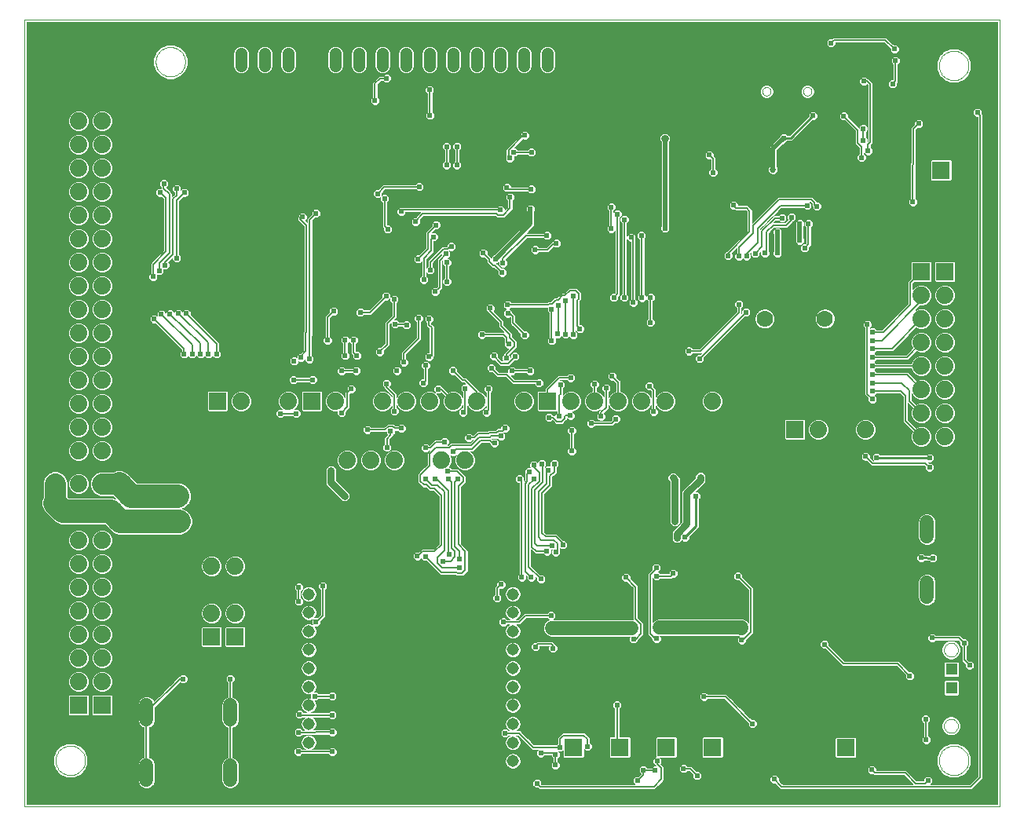
<source format=gbl>
G75*
G70*
%OFA0B0*%
%FSLAX24Y24*%
%IPPOS*%
%LPD*%
%AMOC8*
5,1,8,0,0,1.08239X$1,22.5*
%
%ADD10C,0.0000*%
%ADD11C,0.0515*%
%ADD12C,0.0740*%
%ADD13C,0.0600*%
%ADD14C,0.0515*%
%ADD15R,0.0740X0.0740*%
%ADD16C,0.1310*%
%ADD17C,0.0700*%
%ADD18R,0.0515X0.0515*%
%ADD19R,0.0768X0.0768*%
%ADD20C,0.0010*%
%ADD21C,0.0240*%
%ADD22C,0.0320*%
%ADD23C,0.0270*%
%ADD24R,0.0240X0.0240*%
%ADD25C,0.0080*%
%ADD26C,0.0600*%
%ADD27C,0.1000*%
%ADD28C,0.0900*%
%ADD29C,0.0200*%
%ADD30C,0.0300*%
%ADD31C,0.0100*%
D10*
X000105Y001250D02*
X000105Y034650D01*
X041505Y034650D01*
X041505Y001250D01*
X000105Y001250D01*
X001430Y003200D02*
X001432Y003250D01*
X001438Y003299D01*
X001448Y003348D01*
X001461Y003395D01*
X001479Y003442D01*
X001500Y003487D01*
X001524Y003530D01*
X001552Y003571D01*
X001583Y003610D01*
X001617Y003646D01*
X001654Y003680D01*
X001694Y003710D01*
X001735Y003737D01*
X001779Y003761D01*
X001824Y003781D01*
X001871Y003797D01*
X001919Y003810D01*
X001968Y003819D01*
X002018Y003824D01*
X002067Y003825D01*
X002117Y003822D01*
X002166Y003815D01*
X002215Y003804D01*
X002262Y003790D01*
X002308Y003771D01*
X002353Y003749D01*
X002396Y003724D01*
X002436Y003695D01*
X002474Y003663D01*
X002510Y003629D01*
X002543Y003591D01*
X002572Y003551D01*
X002598Y003509D01*
X002621Y003465D01*
X002640Y003419D01*
X002656Y003372D01*
X002668Y003323D01*
X002676Y003274D01*
X002680Y003225D01*
X002680Y003175D01*
X002676Y003126D01*
X002668Y003077D01*
X002656Y003028D01*
X002640Y002981D01*
X002621Y002935D01*
X002598Y002891D01*
X002572Y002849D01*
X002543Y002809D01*
X002510Y002771D01*
X002474Y002737D01*
X002436Y002705D01*
X002396Y002676D01*
X002353Y002651D01*
X002308Y002629D01*
X002262Y002610D01*
X002215Y002596D01*
X002166Y002585D01*
X002117Y002578D01*
X002067Y002575D01*
X002018Y002576D01*
X001968Y002581D01*
X001919Y002590D01*
X001871Y002603D01*
X001824Y002619D01*
X001779Y002639D01*
X001735Y002663D01*
X001694Y002690D01*
X001654Y002720D01*
X001617Y002754D01*
X001583Y002790D01*
X001552Y002829D01*
X001524Y002870D01*
X001500Y002913D01*
X001479Y002958D01*
X001461Y003005D01*
X001448Y003052D01*
X001438Y003101D01*
X001432Y003150D01*
X001430Y003200D01*
X031432Y031600D02*
X031434Y031626D01*
X031440Y031652D01*
X031450Y031677D01*
X031463Y031700D01*
X031479Y031720D01*
X031499Y031738D01*
X031521Y031753D01*
X031544Y031765D01*
X031570Y031773D01*
X031596Y031777D01*
X031622Y031777D01*
X031648Y031773D01*
X031674Y031765D01*
X031698Y031753D01*
X031719Y031738D01*
X031739Y031720D01*
X031755Y031700D01*
X031768Y031677D01*
X031778Y031652D01*
X031784Y031626D01*
X031786Y031600D01*
X031784Y031574D01*
X031778Y031548D01*
X031768Y031523D01*
X031755Y031500D01*
X031739Y031480D01*
X031719Y031462D01*
X031697Y031447D01*
X031674Y031435D01*
X031648Y031427D01*
X031622Y031423D01*
X031596Y031423D01*
X031570Y031427D01*
X031544Y031435D01*
X031520Y031447D01*
X031499Y031462D01*
X031479Y031480D01*
X031463Y031500D01*
X031450Y031523D01*
X031440Y031548D01*
X031434Y031574D01*
X031432Y031600D01*
X033164Y031600D02*
X033166Y031626D01*
X033172Y031652D01*
X033182Y031677D01*
X033195Y031700D01*
X033211Y031720D01*
X033231Y031738D01*
X033253Y031753D01*
X033276Y031765D01*
X033302Y031773D01*
X033328Y031777D01*
X033354Y031777D01*
X033380Y031773D01*
X033406Y031765D01*
X033430Y031753D01*
X033451Y031738D01*
X033471Y031720D01*
X033487Y031700D01*
X033500Y031677D01*
X033510Y031652D01*
X033516Y031626D01*
X033518Y031600D01*
X033516Y031574D01*
X033510Y031548D01*
X033500Y031523D01*
X033487Y031500D01*
X033471Y031480D01*
X033451Y031462D01*
X033429Y031447D01*
X033406Y031435D01*
X033380Y031427D01*
X033354Y031423D01*
X033328Y031423D01*
X033302Y031427D01*
X033276Y031435D01*
X033252Y031447D01*
X033231Y031462D01*
X033211Y031480D01*
X033195Y031500D01*
X033182Y031523D01*
X033172Y031548D01*
X033166Y031574D01*
X033164Y031600D01*
X038930Y032700D02*
X038932Y032750D01*
X038938Y032799D01*
X038948Y032848D01*
X038961Y032895D01*
X038979Y032942D01*
X039000Y032987D01*
X039024Y033030D01*
X039052Y033071D01*
X039083Y033110D01*
X039117Y033146D01*
X039154Y033180D01*
X039194Y033210D01*
X039235Y033237D01*
X039279Y033261D01*
X039324Y033281D01*
X039371Y033297D01*
X039419Y033310D01*
X039468Y033319D01*
X039518Y033324D01*
X039567Y033325D01*
X039617Y033322D01*
X039666Y033315D01*
X039715Y033304D01*
X039762Y033290D01*
X039808Y033271D01*
X039853Y033249D01*
X039896Y033224D01*
X039936Y033195D01*
X039974Y033163D01*
X040010Y033129D01*
X040043Y033091D01*
X040072Y033051D01*
X040098Y033009D01*
X040121Y032965D01*
X040140Y032919D01*
X040156Y032872D01*
X040168Y032823D01*
X040176Y032774D01*
X040180Y032725D01*
X040180Y032675D01*
X040176Y032626D01*
X040168Y032577D01*
X040156Y032528D01*
X040140Y032481D01*
X040121Y032435D01*
X040098Y032391D01*
X040072Y032349D01*
X040043Y032309D01*
X040010Y032271D01*
X039974Y032237D01*
X039936Y032205D01*
X039896Y032176D01*
X039853Y032151D01*
X039808Y032129D01*
X039762Y032110D01*
X039715Y032096D01*
X039666Y032085D01*
X039617Y032078D01*
X039567Y032075D01*
X039518Y032076D01*
X039468Y032081D01*
X039419Y032090D01*
X039371Y032103D01*
X039324Y032119D01*
X039279Y032139D01*
X039235Y032163D01*
X039194Y032190D01*
X039154Y032220D01*
X039117Y032254D01*
X039083Y032290D01*
X039052Y032329D01*
X039024Y032370D01*
X039000Y032413D01*
X038979Y032458D01*
X038961Y032505D01*
X038948Y032552D01*
X038938Y032601D01*
X038932Y032650D01*
X038930Y032700D01*
X039144Y007894D02*
X039146Y007928D01*
X039152Y007962D01*
X039162Y007995D01*
X039175Y008026D01*
X039193Y008056D01*
X039213Y008084D01*
X039237Y008109D01*
X039263Y008131D01*
X039291Y008149D01*
X039322Y008165D01*
X039354Y008177D01*
X039388Y008185D01*
X039422Y008189D01*
X039456Y008189D01*
X039490Y008185D01*
X039524Y008177D01*
X039556Y008165D01*
X039586Y008149D01*
X039615Y008131D01*
X039641Y008109D01*
X039665Y008084D01*
X039685Y008056D01*
X039703Y008026D01*
X039716Y007995D01*
X039726Y007962D01*
X039732Y007928D01*
X039734Y007894D01*
X039732Y007860D01*
X039726Y007826D01*
X039716Y007793D01*
X039703Y007762D01*
X039685Y007732D01*
X039665Y007704D01*
X039641Y007679D01*
X039615Y007657D01*
X039587Y007639D01*
X039556Y007623D01*
X039524Y007611D01*
X039490Y007603D01*
X039456Y007599D01*
X039422Y007599D01*
X039388Y007603D01*
X039354Y007611D01*
X039322Y007623D01*
X039291Y007639D01*
X039263Y007657D01*
X039237Y007679D01*
X039213Y007704D01*
X039193Y007732D01*
X039175Y007762D01*
X039162Y007793D01*
X039152Y007826D01*
X039146Y007860D01*
X039144Y007894D01*
X039144Y004665D02*
X039146Y004699D01*
X039152Y004733D01*
X039162Y004766D01*
X039175Y004797D01*
X039193Y004827D01*
X039213Y004855D01*
X039237Y004880D01*
X039263Y004902D01*
X039291Y004920D01*
X039322Y004936D01*
X039354Y004948D01*
X039388Y004956D01*
X039422Y004960D01*
X039456Y004960D01*
X039490Y004956D01*
X039524Y004948D01*
X039556Y004936D01*
X039586Y004920D01*
X039615Y004902D01*
X039641Y004880D01*
X039665Y004855D01*
X039685Y004827D01*
X039703Y004797D01*
X039716Y004766D01*
X039726Y004733D01*
X039732Y004699D01*
X039734Y004665D01*
X039732Y004631D01*
X039726Y004597D01*
X039716Y004564D01*
X039703Y004533D01*
X039685Y004503D01*
X039665Y004475D01*
X039641Y004450D01*
X039615Y004428D01*
X039587Y004410D01*
X039556Y004394D01*
X039524Y004382D01*
X039490Y004374D01*
X039456Y004370D01*
X039422Y004370D01*
X039388Y004374D01*
X039354Y004382D01*
X039322Y004394D01*
X039291Y004410D01*
X039263Y004428D01*
X039237Y004450D01*
X039213Y004475D01*
X039193Y004503D01*
X039175Y004533D01*
X039162Y004564D01*
X039152Y004597D01*
X039146Y004631D01*
X039144Y004665D01*
X038930Y003200D02*
X038932Y003250D01*
X038938Y003299D01*
X038948Y003348D01*
X038961Y003395D01*
X038979Y003442D01*
X039000Y003487D01*
X039024Y003530D01*
X039052Y003571D01*
X039083Y003610D01*
X039117Y003646D01*
X039154Y003680D01*
X039194Y003710D01*
X039235Y003737D01*
X039279Y003761D01*
X039324Y003781D01*
X039371Y003797D01*
X039419Y003810D01*
X039468Y003819D01*
X039518Y003824D01*
X039567Y003825D01*
X039617Y003822D01*
X039666Y003815D01*
X039715Y003804D01*
X039762Y003790D01*
X039808Y003771D01*
X039853Y003749D01*
X039896Y003724D01*
X039936Y003695D01*
X039974Y003663D01*
X040010Y003629D01*
X040043Y003591D01*
X040072Y003551D01*
X040098Y003509D01*
X040121Y003465D01*
X040140Y003419D01*
X040156Y003372D01*
X040168Y003323D01*
X040176Y003274D01*
X040180Y003225D01*
X040180Y003175D01*
X040176Y003126D01*
X040168Y003077D01*
X040156Y003028D01*
X040140Y002981D01*
X040121Y002935D01*
X040098Y002891D01*
X040072Y002849D01*
X040043Y002809D01*
X040010Y002771D01*
X039974Y002737D01*
X039936Y002705D01*
X039896Y002676D01*
X039853Y002651D01*
X039808Y002629D01*
X039762Y002610D01*
X039715Y002596D01*
X039666Y002585D01*
X039617Y002578D01*
X039567Y002575D01*
X039518Y002576D01*
X039468Y002581D01*
X039419Y002590D01*
X039371Y002603D01*
X039324Y002619D01*
X039279Y002639D01*
X039235Y002663D01*
X039194Y002690D01*
X039154Y002720D01*
X039117Y002754D01*
X039083Y002790D01*
X039052Y002829D01*
X039024Y002870D01*
X039000Y002913D01*
X038979Y002958D01*
X038961Y003005D01*
X038948Y003052D01*
X038938Y003101D01*
X038932Y003150D01*
X038930Y003200D01*
X005680Y032860D02*
X005682Y032910D01*
X005688Y032959D01*
X005698Y033008D01*
X005711Y033055D01*
X005729Y033102D01*
X005750Y033147D01*
X005774Y033190D01*
X005802Y033231D01*
X005833Y033270D01*
X005867Y033306D01*
X005904Y033340D01*
X005944Y033370D01*
X005985Y033397D01*
X006029Y033421D01*
X006074Y033441D01*
X006121Y033457D01*
X006169Y033470D01*
X006218Y033479D01*
X006268Y033484D01*
X006317Y033485D01*
X006367Y033482D01*
X006416Y033475D01*
X006465Y033464D01*
X006512Y033450D01*
X006558Y033431D01*
X006603Y033409D01*
X006646Y033384D01*
X006686Y033355D01*
X006724Y033323D01*
X006760Y033289D01*
X006793Y033251D01*
X006822Y033211D01*
X006848Y033169D01*
X006871Y033125D01*
X006890Y033079D01*
X006906Y033032D01*
X006918Y032983D01*
X006926Y032934D01*
X006930Y032885D01*
X006930Y032835D01*
X006926Y032786D01*
X006918Y032737D01*
X006906Y032688D01*
X006890Y032641D01*
X006871Y032595D01*
X006848Y032551D01*
X006822Y032509D01*
X006793Y032469D01*
X006760Y032431D01*
X006724Y032397D01*
X006686Y032365D01*
X006646Y032336D01*
X006603Y032311D01*
X006558Y032289D01*
X006512Y032270D01*
X006465Y032256D01*
X006416Y032245D01*
X006367Y032238D01*
X006317Y032235D01*
X006268Y032236D01*
X006218Y032241D01*
X006169Y032250D01*
X006121Y032263D01*
X006074Y032279D01*
X006029Y032299D01*
X005985Y032323D01*
X005944Y032350D01*
X005904Y032380D01*
X005867Y032414D01*
X005833Y032450D01*
X005802Y032489D01*
X005774Y032530D01*
X005750Y032573D01*
X005729Y032618D01*
X005711Y032665D01*
X005698Y032712D01*
X005688Y032761D01*
X005682Y032810D01*
X005680Y032860D01*
D11*
X012174Y010263D03*
X012174Y009476D03*
X012174Y008688D03*
X012174Y007901D03*
X012174Y007113D03*
X012174Y006326D03*
X012174Y005539D03*
X012174Y004751D03*
X012174Y003964D03*
X012174Y003176D03*
X020836Y003176D03*
X020836Y003964D03*
X020836Y004751D03*
X020836Y005539D03*
X020836Y006326D03*
X020836Y007113D03*
X020836Y007901D03*
X020836Y008688D03*
X020836Y009476D03*
X020836Y010263D03*
D12*
X018805Y015950D03*
X017805Y015950D03*
X016805Y015950D03*
X015805Y015950D03*
X014805Y015950D03*
X013805Y015950D03*
X013305Y018450D03*
X014305Y018450D03*
X015305Y018450D03*
X016305Y018450D03*
X017305Y018450D03*
X018305Y018450D03*
X019305Y018450D03*
X020305Y018450D03*
X021305Y018450D03*
X023305Y018450D03*
X024305Y018450D03*
X025305Y018450D03*
X026305Y018450D03*
X027305Y018450D03*
X028305Y018450D03*
X029305Y018450D03*
X033805Y017250D03*
X034805Y017250D03*
X035805Y017250D03*
X038175Y016950D03*
X038175Y017950D03*
X038175Y018950D03*
X038175Y019950D03*
X038175Y020950D03*
X038175Y021950D03*
X038175Y022950D03*
X039175Y022950D03*
X040175Y022950D03*
X040175Y021950D03*
X039175Y021950D03*
X039175Y020950D03*
X040175Y020950D03*
X040175Y019950D03*
X039175Y019950D03*
X039175Y018950D03*
X040175Y018950D03*
X040175Y017950D03*
X039175Y017950D03*
X039175Y016950D03*
X040175Y016950D03*
X011305Y018450D03*
X010305Y018450D03*
X009305Y018450D03*
X003405Y018350D03*
X003405Y019350D03*
X003405Y020350D03*
X003405Y021350D03*
X003405Y022350D03*
X003405Y023350D03*
X003405Y024350D03*
X003405Y025350D03*
X003405Y026350D03*
X003405Y027350D03*
X003405Y028350D03*
X003405Y029350D03*
X003405Y030350D03*
X002405Y030350D03*
X001405Y030350D03*
X001405Y029350D03*
X002405Y029350D03*
X002405Y028350D03*
X001405Y028350D03*
X001405Y027350D03*
X002405Y027350D03*
X002405Y026350D03*
X001405Y026350D03*
X001405Y025350D03*
X002405Y025350D03*
X002405Y024350D03*
X001405Y024350D03*
X001405Y023350D03*
X002405Y023350D03*
X002405Y022350D03*
X001405Y022350D03*
X001405Y021350D03*
X002405Y021350D03*
X002405Y020350D03*
X001405Y020350D03*
X001405Y019350D03*
X002405Y019350D03*
X002405Y018350D03*
X001405Y018350D03*
X001405Y017350D03*
X002405Y017350D03*
X002405Y016350D03*
X001405Y016350D03*
X001405Y014950D03*
X002405Y014950D03*
X003405Y014950D03*
X003405Y016350D03*
X003405Y017350D03*
X003405Y012550D03*
X002405Y012550D03*
X001405Y012550D03*
X001405Y011550D03*
X002405Y011550D03*
X003405Y011550D03*
X003405Y010550D03*
X002405Y010550D03*
X001405Y010550D03*
X001405Y009550D03*
X002405Y009550D03*
X003405Y009550D03*
X003405Y008550D03*
X002405Y008550D03*
X001405Y008550D03*
X001405Y007550D03*
X002405Y007550D03*
X003405Y007550D03*
X003405Y006550D03*
X002405Y006550D03*
X001405Y006550D03*
X008050Y009450D03*
X009050Y009450D03*
X009050Y010450D03*
X009050Y011450D03*
X008050Y011450D03*
X008050Y010450D03*
D13*
X008845Y005540D02*
X008845Y004940D01*
X010625Y004940D02*
X010625Y005540D01*
X010625Y002980D02*
X010625Y002380D01*
X008845Y002380D02*
X008845Y002980D01*
X007065Y002985D02*
X007065Y002385D01*
X005285Y002385D02*
X005285Y002985D01*
X005285Y004945D02*
X005285Y005545D01*
X007065Y005545D02*
X007065Y004945D01*
X022493Y008826D02*
X025862Y008826D01*
X025865Y008830D01*
X027065Y008850D02*
X030525Y008850D01*
X030545Y008830D01*
X038415Y010150D02*
X038415Y010750D01*
X040195Y010750D02*
X040195Y010150D01*
X040195Y012710D02*
X040195Y013310D01*
X038415Y013310D02*
X038415Y012710D01*
D14*
X023305Y032692D02*
X023305Y033207D01*
X022305Y033207D02*
X022305Y032692D01*
X021305Y032692D02*
X021305Y033207D01*
X020305Y033207D02*
X020305Y032692D01*
X019305Y032692D02*
X019305Y033207D01*
X018305Y033207D02*
X018305Y032692D01*
X017305Y032692D02*
X017305Y033207D01*
X016305Y033207D02*
X016305Y032692D01*
X015305Y032692D02*
X015305Y033207D01*
X014305Y033207D02*
X014305Y032692D01*
X013305Y032692D02*
X013305Y033207D01*
X012305Y033207D02*
X012305Y032692D01*
X011305Y032692D02*
X011305Y033207D01*
X010305Y033207D02*
X010305Y032692D01*
X009305Y032692D02*
X009305Y033207D01*
X008305Y033207D02*
X008305Y032692D01*
D15*
X008305Y018450D03*
X012305Y018450D03*
X022305Y018450D03*
X032805Y017250D03*
X038175Y023950D03*
X039175Y023950D03*
X040175Y023950D03*
X009050Y008450D03*
X008050Y008450D03*
X003405Y005550D03*
X002405Y005550D03*
X001405Y005550D03*
D16*
X024260Y029880D03*
X029430Y029880D03*
D17*
X031525Y021950D03*
X034085Y021950D03*
D18*
X039455Y007067D03*
X039455Y006280D03*
X039455Y005492D03*
D19*
X036935Y003750D03*
X034966Y003750D03*
X029315Y003760D03*
X027346Y003760D03*
X025375Y003760D03*
X023406Y003760D03*
X039005Y028251D03*
X039005Y030220D03*
D20*
X038250Y030221D02*
X040560Y030221D01*
X040560Y030213D02*
X038250Y030213D01*
X038250Y030204D02*
X040560Y030204D01*
X040560Y030196D02*
X038250Y030196D01*
X038250Y030187D02*
X040560Y030187D01*
X040560Y030179D02*
X038250Y030179D01*
X038250Y030170D02*
X040560Y030170D01*
X040560Y030162D02*
X038249Y030162D01*
X038250Y030163D02*
X038250Y030316D01*
X038142Y030425D01*
X037988Y030425D01*
X037880Y030316D01*
X037880Y030203D01*
X037751Y030074D01*
X037720Y030043D01*
X036110Y030043D01*
X036110Y030051D02*
X037728Y030051D01*
X037720Y030043D02*
X037720Y030043D01*
X037720Y030000D01*
X037711Y027067D01*
X037630Y026986D01*
X037630Y026833D01*
X037738Y026725D01*
X037892Y026725D01*
X038000Y026833D01*
X038000Y026986D01*
X037921Y027066D01*
X037930Y029956D01*
X038028Y030055D01*
X038142Y030055D01*
X038250Y030163D01*
X038240Y030153D02*
X040560Y030153D01*
X040560Y030145D02*
X038232Y030145D01*
X038223Y030136D02*
X040560Y030136D01*
X040560Y030128D02*
X038215Y030128D01*
X038206Y030119D02*
X040560Y030119D01*
X040560Y030111D02*
X038198Y030111D01*
X038189Y030102D02*
X040560Y030102D01*
X040560Y030094D02*
X038181Y030094D01*
X038172Y030085D02*
X040560Y030085D01*
X040560Y030077D02*
X038164Y030077D01*
X038155Y030068D02*
X040560Y030068D01*
X040560Y030060D02*
X038147Y030060D01*
X038025Y030051D02*
X040560Y030051D01*
X040560Y030043D02*
X038017Y030043D01*
X038008Y030034D02*
X040560Y030034D01*
X040560Y030026D02*
X038000Y030026D01*
X037991Y030017D02*
X040560Y030017D01*
X040560Y030009D02*
X037983Y030009D01*
X037974Y030000D02*
X040560Y030000D01*
X040560Y029992D02*
X037966Y029992D01*
X037957Y029983D02*
X040560Y029983D01*
X040560Y029975D02*
X037949Y029975D01*
X037940Y029966D02*
X040560Y029966D01*
X040560Y029958D02*
X037932Y029958D01*
X037930Y029949D02*
X040560Y029949D01*
X040560Y029941D02*
X037930Y029941D01*
X037930Y029932D02*
X040560Y029932D01*
X040560Y029924D02*
X037930Y029924D01*
X037930Y029915D02*
X040560Y029915D01*
X040560Y029907D02*
X037930Y029907D01*
X037930Y029898D02*
X040560Y029898D01*
X040560Y029890D02*
X037930Y029890D01*
X037930Y029881D02*
X040560Y029881D01*
X040560Y029873D02*
X037930Y029873D01*
X037930Y029864D02*
X040560Y029864D01*
X040560Y029856D02*
X037930Y029856D01*
X037930Y029847D02*
X040560Y029847D01*
X040560Y029839D02*
X037929Y029839D01*
X037929Y029830D02*
X040560Y029830D01*
X040560Y029822D02*
X037929Y029822D01*
X037929Y029813D02*
X040560Y029813D01*
X040560Y029805D02*
X037929Y029805D01*
X037929Y029796D02*
X040560Y029796D01*
X040560Y029788D02*
X037929Y029788D01*
X037929Y029779D02*
X040560Y029779D01*
X040560Y029771D02*
X037929Y029771D01*
X037929Y029762D02*
X040560Y029762D01*
X040560Y029754D02*
X037929Y029754D01*
X037929Y029745D02*
X040560Y029745D01*
X040560Y029737D02*
X037929Y029737D01*
X037929Y029728D02*
X040560Y029728D01*
X040560Y029720D02*
X037929Y029720D01*
X037929Y029711D02*
X040560Y029711D01*
X040560Y029703D02*
X037929Y029703D01*
X037929Y029694D02*
X040560Y029694D01*
X040560Y029686D02*
X037929Y029686D01*
X037929Y029677D02*
X040560Y029677D01*
X040560Y029669D02*
X037929Y029669D01*
X037929Y029660D02*
X040560Y029660D01*
X040560Y029652D02*
X037929Y029652D01*
X037929Y029643D02*
X040560Y029643D01*
X040560Y029635D02*
X037929Y029635D01*
X037929Y029626D02*
X040560Y029626D01*
X040560Y029618D02*
X037929Y029618D01*
X037929Y029609D02*
X040560Y029609D01*
X040560Y029601D02*
X037929Y029601D01*
X037929Y029592D02*
X040560Y029592D01*
X040560Y029584D02*
X037929Y029584D01*
X037929Y029575D02*
X040560Y029575D01*
X040560Y029567D02*
X037929Y029567D01*
X037929Y029558D02*
X040560Y029558D01*
X040560Y029550D02*
X037929Y029550D01*
X037929Y029541D02*
X040560Y029541D01*
X040560Y029533D02*
X037928Y029533D01*
X037928Y029524D02*
X040560Y029524D01*
X040560Y029516D02*
X037928Y029516D01*
X037928Y029507D02*
X040560Y029507D01*
X040560Y029499D02*
X037928Y029499D01*
X037928Y029490D02*
X040560Y029490D01*
X040560Y029482D02*
X037928Y029482D01*
X037928Y029473D02*
X040560Y029473D01*
X040560Y029465D02*
X037928Y029465D01*
X037928Y029456D02*
X040560Y029456D01*
X040560Y029448D02*
X037928Y029448D01*
X037928Y029439D02*
X040560Y029439D01*
X040560Y029431D02*
X037928Y029431D01*
X037928Y029422D02*
X040560Y029422D01*
X040560Y029414D02*
X037928Y029414D01*
X037928Y029405D02*
X040560Y029405D01*
X040560Y029397D02*
X037928Y029397D01*
X037928Y029388D02*
X040560Y029388D01*
X040560Y029380D02*
X037928Y029380D01*
X037928Y029371D02*
X040560Y029371D01*
X040560Y029363D02*
X037928Y029363D01*
X037928Y029354D02*
X040560Y029354D01*
X040560Y029346D02*
X037928Y029346D01*
X037928Y029337D02*
X040560Y029337D01*
X040560Y029329D02*
X037928Y029329D01*
X037928Y029320D02*
X040560Y029320D01*
X040560Y029312D02*
X037928Y029312D01*
X037928Y029303D02*
X040560Y029303D01*
X040560Y029295D02*
X037928Y029295D01*
X037928Y029286D02*
X040560Y029286D01*
X040560Y029278D02*
X037928Y029278D01*
X037928Y029269D02*
X040560Y029269D01*
X040560Y029261D02*
X037928Y029261D01*
X037928Y029252D02*
X040560Y029252D01*
X040560Y029244D02*
X037928Y029244D01*
X037928Y029235D02*
X040560Y029235D01*
X040560Y029227D02*
X037927Y029227D01*
X037927Y029218D02*
X040560Y029218D01*
X040560Y029210D02*
X037927Y029210D01*
X037927Y029201D02*
X040560Y029201D01*
X040560Y029193D02*
X037927Y029193D01*
X037927Y029184D02*
X040560Y029184D01*
X040560Y029176D02*
X037927Y029176D01*
X037927Y029167D02*
X040560Y029167D01*
X040560Y029159D02*
X037927Y029159D01*
X037927Y029150D02*
X040560Y029150D01*
X040560Y029142D02*
X037927Y029142D01*
X037927Y029133D02*
X040560Y029133D01*
X040560Y029125D02*
X037927Y029125D01*
X037927Y029116D02*
X040560Y029116D01*
X040560Y029108D02*
X037927Y029108D01*
X037927Y029099D02*
X040560Y029099D01*
X040560Y029091D02*
X037927Y029091D01*
X037927Y029082D02*
X040560Y029082D01*
X040560Y029074D02*
X037927Y029074D01*
X037927Y029065D02*
X040560Y029065D01*
X040560Y029057D02*
X037927Y029057D01*
X037927Y029048D02*
X040560Y029048D01*
X040560Y029040D02*
X037927Y029040D01*
X037927Y029031D02*
X040560Y029031D01*
X040560Y029023D02*
X037927Y029023D01*
X037927Y029014D02*
X040560Y029014D01*
X040560Y029006D02*
X037927Y029006D01*
X037927Y028997D02*
X040560Y028997D01*
X040560Y028989D02*
X037927Y028989D01*
X037927Y028980D02*
X040560Y028980D01*
X040560Y028972D02*
X037927Y028972D01*
X037927Y028963D02*
X040560Y028963D01*
X040560Y028955D02*
X037927Y028955D01*
X037927Y028946D02*
X040560Y028946D01*
X040560Y028938D02*
X037927Y028938D01*
X037927Y028929D02*
X040560Y028929D01*
X040560Y028921D02*
X037927Y028921D01*
X037926Y028912D02*
X040560Y028912D01*
X040560Y028904D02*
X037926Y028904D01*
X037926Y028895D02*
X040560Y028895D01*
X040560Y028887D02*
X037926Y028887D01*
X037926Y028878D02*
X040560Y028878D01*
X040560Y028870D02*
X037926Y028870D01*
X037926Y028861D02*
X040560Y028861D01*
X040560Y028853D02*
X037926Y028853D01*
X037926Y028844D02*
X040560Y028844D01*
X040560Y028836D02*
X037926Y028836D01*
X037926Y028827D02*
X040560Y028827D01*
X040560Y028819D02*
X037926Y028819D01*
X037926Y028810D02*
X040560Y028810D01*
X040560Y028802D02*
X037926Y028802D01*
X037926Y028793D02*
X040560Y028793D01*
X040560Y028785D02*
X037926Y028785D01*
X037926Y028776D02*
X040560Y028776D01*
X040560Y028768D02*
X037926Y028768D01*
X037926Y028759D02*
X040560Y028759D01*
X040560Y028751D02*
X037926Y028751D01*
X037926Y028742D02*
X040560Y028742D01*
X040560Y028734D02*
X037926Y028734D01*
X037926Y028725D02*
X040560Y028725D01*
X040560Y028717D02*
X037926Y028717D01*
X037926Y028708D02*
X040560Y028708D01*
X040560Y028700D02*
X039416Y028700D01*
X039454Y028662D01*
X039454Y027840D01*
X039416Y027802D01*
X038594Y027802D01*
X038556Y027840D01*
X038556Y028662D01*
X038594Y028700D01*
X037926Y028700D01*
X037926Y028691D02*
X038586Y028691D01*
X038577Y028683D02*
X037926Y028683D01*
X037926Y028674D02*
X038569Y028674D01*
X038560Y028666D02*
X037926Y028666D01*
X037926Y028657D02*
X038556Y028657D01*
X038556Y028649D02*
X037926Y028649D01*
X037926Y028640D02*
X038556Y028640D01*
X038556Y028632D02*
X037926Y028632D01*
X037926Y028623D02*
X038556Y028623D01*
X038556Y028615D02*
X037926Y028615D01*
X037925Y028606D02*
X038556Y028606D01*
X038556Y028598D02*
X037925Y028598D01*
X037925Y028589D02*
X038556Y028589D01*
X038556Y028581D02*
X037925Y028581D01*
X037925Y028572D02*
X038556Y028572D01*
X038556Y028564D02*
X037925Y028564D01*
X037925Y028555D02*
X038556Y028555D01*
X038556Y028547D02*
X037925Y028547D01*
X037925Y028538D02*
X038556Y028538D01*
X038556Y028530D02*
X037925Y028530D01*
X037925Y028521D02*
X038556Y028521D01*
X038556Y028513D02*
X037925Y028513D01*
X037925Y028504D02*
X038556Y028504D01*
X038556Y028496D02*
X037925Y028496D01*
X037925Y028487D02*
X038556Y028487D01*
X038556Y028479D02*
X037925Y028479D01*
X037925Y028470D02*
X038556Y028470D01*
X038556Y028462D02*
X037925Y028462D01*
X037925Y028453D02*
X038556Y028453D01*
X038556Y028445D02*
X037925Y028445D01*
X037925Y028436D02*
X038556Y028436D01*
X038556Y028428D02*
X037925Y028428D01*
X037925Y028419D02*
X038556Y028419D01*
X038556Y028411D02*
X037925Y028411D01*
X037925Y028402D02*
X038556Y028402D01*
X038556Y028394D02*
X037925Y028394D01*
X037925Y028385D02*
X038556Y028385D01*
X038556Y028377D02*
X037925Y028377D01*
X037925Y028368D02*
X038556Y028368D01*
X038556Y028360D02*
X037925Y028360D01*
X037925Y028351D02*
X038556Y028351D01*
X038556Y028343D02*
X037925Y028343D01*
X037925Y028334D02*
X038556Y028334D01*
X038556Y028326D02*
X037925Y028326D01*
X037925Y028317D02*
X038556Y028317D01*
X038556Y028309D02*
X037925Y028309D01*
X037924Y028300D02*
X038556Y028300D01*
X038556Y028292D02*
X037924Y028292D01*
X037924Y028283D02*
X038556Y028283D01*
X038556Y028275D02*
X037924Y028275D01*
X037924Y028266D02*
X038556Y028266D01*
X038556Y028258D02*
X037924Y028258D01*
X037924Y028249D02*
X038556Y028249D01*
X038556Y028241D02*
X037924Y028241D01*
X037924Y028232D02*
X038556Y028232D01*
X038556Y028224D02*
X037924Y028224D01*
X037924Y028215D02*
X038556Y028215D01*
X038556Y028207D02*
X037924Y028207D01*
X037924Y028198D02*
X038556Y028198D01*
X038556Y028190D02*
X037924Y028190D01*
X037924Y028181D02*
X038556Y028181D01*
X038556Y028173D02*
X037924Y028173D01*
X037924Y028164D02*
X038556Y028164D01*
X038556Y028156D02*
X037924Y028156D01*
X037924Y028147D02*
X038556Y028147D01*
X038556Y028139D02*
X037924Y028139D01*
X037924Y028130D02*
X038556Y028130D01*
X038556Y028122D02*
X037924Y028122D01*
X037924Y028113D02*
X038556Y028113D01*
X038556Y028105D02*
X037924Y028105D01*
X037924Y028096D02*
X038556Y028096D01*
X038556Y028088D02*
X037924Y028088D01*
X037924Y028079D02*
X038556Y028079D01*
X038556Y028071D02*
X037924Y028071D01*
X037924Y028062D02*
X038556Y028062D01*
X038556Y028054D02*
X037924Y028054D01*
X037924Y028045D02*
X038556Y028045D01*
X038556Y028037D02*
X037924Y028037D01*
X037924Y028028D02*
X038556Y028028D01*
X038556Y028020D02*
X037924Y028020D01*
X037924Y028011D02*
X038556Y028011D01*
X038556Y028003D02*
X037924Y028003D01*
X037924Y027994D02*
X038556Y027994D01*
X038556Y027986D02*
X037923Y027986D01*
X037923Y027977D02*
X038556Y027977D01*
X038556Y027969D02*
X037923Y027969D01*
X037923Y027960D02*
X038556Y027960D01*
X038556Y027952D02*
X037923Y027952D01*
X037923Y027943D02*
X038556Y027943D01*
X038556Y027935D02*
X037923Y027935D01*
X037923Y027926D02*
X038556Y027926D01*
X038556Y027918D02*
X037923Y027918D01*
X037923Y027909D02*
X038556Y027909D01*
X038556Y027901D02*
X037923Y027901D01*
X037923Y027892D02*
X038556Y027892D01*
X038556Y027884D02*
X037923Y027884D01*
X037923Y027875D02*
X038556Y027875D01*
X038556Y027867D02*
X037923Y027867D01*
X037923Y027858D02*
X038556Y027858D01*
X038556Y027850D02*
X037923Y027850D01*
X037923Y027841D02*
X038556Y027841D01*
X038564Y027833D02*
X037923Y027833D01*
X037923Y027824D02*
X038572Y027824D01*
X038581Y027816D02*
X037923Y027816D01*
X037923Y027807D02*
X038589Y027807D01*
X037923Y027799D02*
X040560Y027799D01*
X040560Y027807D02*
X039421Y027807D01*
X039429Y027816D02*
X040560Y027816D01*
X040560Y027824D02*
X039438Y027824D01*
X039446Y027833D02*
X040560Y027833D01*
X040560Y027841D02*
X039454Y027841D01*
X039454Y027850D02*
X040560Y027850D01*
X040560Y027858D02*
X039454Y027858D01*
X039454Y027867D02*
X040560Y027867D01*
X040560Y027875D02*
X039454Y027875D01*
X039454Y027884D02*
X040560Y027884D01*
X040560Y027892D02*
X039454Y027892D01*
X039454Y027901D02*
X040560Y027901D01*
X040560Y027909D02*
X039454Y027909D01*
X039454Y027918D02*
X040560Y027918D01*
X040560Y027926D02*
X039454Y027926D01*
X039454Y027935D02*
X040560Y027935D01*
X040560Y027943D02*
X039454Y027943D01*
X039454Y027952D02*
X040560Y027952D01*
X040560Y027960D02*
X039454Y027960D01*
X039454Y027969D02*
X040560Y027969D01*
X040560Y027977D02*
X039454Y027977D01*
X039454Y027986D02*
X040560Y027986D01*
X040560Y027994D02*
X039454Y027994D01*
X039454Y028003D02*
X040560Y028003D01*
X040560Y028011D02*
X039454Y028011D01*
X039454Y028020D02*
X040560Y028020D01*
X040560Y028028D02*
X039454Y028028D01*
X039454Y028037D02*
X040560Y028037D01*
X040560Y028045D02*
X039454Y028045D01*
X039454Y028054D02*
X040560Y028054D01*
X040560Y028062D02*
X039454Y028062D01*
X039454Y028071D02*
X040560Y028071D01*
X040560Y028079D02*
X039454Y028079D01*
X039454Y028088D02*
X040560Y028088D01*
X040560Y028096D02*
X039454Y028096D01*
X039454Y028105D02*
X040560Y028105D01*
X040560Y028113D02*
X039454Y028113D01*
X039454Y028122D02*
X040560Y028122D01*
X040560Y028130D02*
X039454Y028130D01*
X039454Y028139D02*
X040560Y028139D01*
X040560Y028147D02*
X039454Y028147D01*
X039454Y028156D02*
X040560Y028156D01*
X040560Y028164D02*
X039454Y028164D01*
X039454Y028173D02*
X040560Y028173D01*
X040560Y028181D02*
X039454Y028181D01*
X039454Y028190D02*
X040560Y028190D01*
X040560Y028198D02*
X039454Y028198D01*
X039454Y028207D02*
X040560Y028207D01*
X040560Y028215D02*
X039454Y028215D01*
X039454Y028224D02*
X040560Y028224D01*
X040560Y028232D02*
X039454Y028232D01*
X039454Y028241D02*
X040560Y028241D01*
X040560Y028249D02*
X039454Y028249D01*
X039454Y028258D02*
X040560Y028258D01*
X040560Y028266D02*
X039454Y028266D01*
X039454Y028275D02*
X040560Y028275D01*
X040560Y028283D02*
X039454Y028283D01*
X039454Y028292D02*
X040560Y028292D01*
X040560Y028300D02*
X039454Y028300D01*
X039454Y028309D02*
X040560Y028309D01*
X040560Y028317D02*
X039454Y028317D01*
X039454Y028326D02*
X040560Y028326D01*
X040560Y028334D02*
X039454Y028334D01*
X039454Y028343D02*
X040560Y028343D01*
X040560Y028351D02*
X039454Y028351D01*
X039454Y028360D02*
X040560Y028360D01*
X040560Y028368D02*
X039454Y028368D01*
X039454Y028377D02*
X040560Y028377D01*
X040560Y028385D02*
X039454Y028385D01*
X039454Y028394D02*
X040560Y028394D01*
X040560Y028402D02*
X039454Y028402D01*
X039454Y028411D02*
X040560Y028411D01*
X040560Y028419D02*
X039454Y028419D01*
X039454Y028428D02*
X040560Y028428D01*
X040560Y028436D02*
X039454Y028436D01*
X039454Y028445D02*
X040560Y028445D01*
X040560Y028453D02*
X039454Y028453D01*
X039454Y028462D02*
X040560Y028462D01*
X040560Y028470D02*
X039454Y028470D01*
X039454Y028479D02*
X040560Y028479D01*
X040560Y028487D02*
X039454Y028487D01*
X039454Y028496D02*
X040560Y028496D01*
X040560Y028504D02*
X039454Y028504D01*
X039454Y028513D02*
X040560Y028513D01*
X040560Y028521D02*
X039454Y028521D01*
X039454Y028530D02*
X040560Y028530D01*
X040560Y028538D02*
X039454Y028538D01*
X039454Y028547D02*
X040560Y028547D01*
X040560Y028555D02*
X039454Y028555D01*
X039454Y028564D02*
X040560Y028564D01*
X040560Y028572D02*
X039454Y028572D01*
X039454Y028581D02*
X040560Y028581D01*
X040560Y028589D02*
X039454Y028589D01*
X039454Y028598D02*
X040560Y028598D01*
X040560Y028606D02*
X039454Y028606D01*
X039454Y028615D02*
X040560Y028615D01*
X040560Y028623D02*
X039454Y028623D01*
X039454Y028632D02*
X040560Y028632D01*
X040560Y028640D02*
X039454Y028640D01*
X039454Y028649D02*
X040560Y028649D01*
X040560Y028657D02*
X039454Y028657D01*
X039450Y028666D02*
X040560Y028666D01*
X040560Y028674D02*
X039441Y028674D01*
X039433Y028683D02*
X040560Y028683D01*
X040560Y028691D02*
X039424Y028691D01*
X039416Y028700D02*
X038594Y028700D01*
X037716Y028700D02*
X035807Y028700D01*
X035815Y028708D02*
X037716Y028708D01*
X037716Y028717D02*
X035820Y028717D01*
X035820Y028713D02*
X035712Y028605D01*
X035558Y028605D01*
X035450Y028713D01*
X035450Y028866D01*
X035530Y028946D01*
X035530Y029206D01*
X035442Y029295D01*
X035380Y029356D01*
X035380Y029916D01*
X034922Y030375D01*
X034808Y030375D01*
X034700Y030483D01*
X034700Y030636D01*
X034808Y030745D01*
X034962Y030745D01*
X035070Y030636D01*
X035070Y030523D01*
X035530Y030063D01*
X035530Y030106D01*
X035638Y030215D01*
X035792Y030215D01*
X035900Y030106D01*
X035900Y029953D01*
X035820Y029873D01*
X035820Y029686D01*
X035900Y029606D01*
X035900Y029483D01*
X035900Y029483D01*
X035900Y031872D01*
X035865Y031908D01*
X035812Y031855D01*
X035658Y031855D01*
X035550Y031963D01*
X035550Y032116D01*
X035658Y032225D01*
X035812Y032225D01*
X035892Y032145D01*
X035924Y032145D01*
X036110Y031959D01*
X036110Y029396D01*
X036048Y029335D01*
X036048Y029335D01*
X036020Y029306D01*
X036020Y029236D01*
X036100Y029156D01*
X036100Y029003D01*
X035992Y028895D01*
X035838Y028895D01*
X035740Y028993D01*
X035740Y028946D01*
X035820Y028866D01*
X035820Y028713D01*
X035820Y028725D02*
X037716Y028725D01*
X037716Y028734D02*
X035820Y028734D01*
X035820Y028742D02*
X037716Y028742D01*
X037716Y028751D02*
X035820Y028751D01*
X035820Y028759D02*
X037716Y028759D01*
X037716Y028768D02*
X035820Y028768D01*
X035820Y028776D02*
X037716Y028776D01*
X037716Y028785D02*
X035820Y028785D01*
X035820Y028793D02*
X037716Y028793D01*
X037716Y028802D02*
X035820Y028802D01*
X035820Y028810D02*
X037716Y028810D01*
X037716Y028819D02*
X035820Y028819D01*
X035820Y028827D02*
X037716Y028827D01*
X037716Y028836D02*
X035820Y028836D01*
X035820Y028844D02*
X037716Y028844D01*
X037716Y028853D02*
X035820Y028853D01*
X035820Y028861D02*
X037716Y028861D01*
X037716Y028870D02*
X035816Y028870D01*
X035808Y028878D02*
X037716Y028878D01*
X037716Y028887D02*
X035799Y028887D01*
X035791Y028895D02*
X035838Y028895D01*
X035829Y028904D02*
X035782Y028904D01*
X035774Y028912D02*
X035821Y028912D01*
X035812Y028921D02*
X035765Y028921D01*
X035757Y028929D02*
X035804Y028929D01*
X035795Y028938D02*
X035748Y028938D01*
X035740Y028946D02*
X035787Y028946D01*
X035778Y028955D02*
X035740Y028955D01*
X035740Y028963D02*
X035770Y028963D01*
X035761Y028972D02*
X035740Y028972D01*
X035740Y028980D02*
X035753Y028980D01*
X035744Y028989D02*
X035740Y028989D01*
X035530Y028989D02*
X032050Y028989D01*
X032050Y028997D02*
X035530Y028997D01*
X035530Y029006D02*
X032050Y029006D01*
X032050Y029014D02*
X035530Y029014D01*
X035530Y029023D02*
X032050Y029023D01*
X032050Y029031D02*
X035530Y029031D01*
X035530Y029040D02*
X032050Y029040D01*
X032050Y029048D02*
X035530Y029048D01*
X035530Y029057D02*
X032050Y029057D01*
X032050Y029065D02*
X035530Y029065D01*
X035530Y029074D02*
X032050Y029074D01*
X032050Y029082D02*
X035530Y029082D01*
X035530Y029091D02*
X032050Y029091D01*
X032050Y029099D02*
X035530Y029099D01*
X035530Y029108D02*
X032057Y029108D01*
X032050Y029101D02*
X032393Y029445D01*
X032422Y029445D01*
X032492Y029515D01*
X032683Y029515D01*
X033553Y030385D01*
X033652Y030385D01*
X033760Y030493D01*
X033760Y030646D01*
X033652Y030755D01*
X033498Y030755D01*
X033390Y030646D01*
X033390Y030547D01*
X032587Y029745D01*
X032492Y029745D01*
X032422Y029815D01*
X032268Y029815D01*
X032160Y029706D01*
X032160Y029678D01*
X031720Y029238D01*
X031720Y028407D01*
X031685Y028372D01*
X031685Y028207D01*
X029520Y028207D01*
X029520Y028215D02*
X031685Y028215D01*
X031685Y028207D02*
X031802Y028090D01*
X031968Y028090D01*
X032085Y028207D01*
X037714Y028207D01*
X037714Y028215D02*
X032085Y028215D01*
X032085Y028207D02*
X032085Y028372D01*
X032050Y028407D01*
X032050Y029101D01*
X032065Y029116D02*
X035530Y029116D01*
X035530Y029125D02*
X032074Y029125D01*
X032082Y029133D02*
X035530Y029133D01*
X035530Y029142D02*
X032091Y029142D01*
X032099Y029150D02*
X035530Y029150D01*
X035530Y029159D02*
X032108Y029159D01*
X032116Y029167D02*
X035530Y029167D01*
X035530Y029176D02*
X032125Y029176D01*
X032133Y029184D02*
X035530Y029184D01*
X035530Y029193D02*
X032142Y029193D01*
X032150Y029201D02*
X035530Y029201D01*
X035526Y029210D02*
X032159Y029210D01*
X032167Y029218D02*
X035518Y029218D01*
X035509Y029227D02*
X032176Y029227D01*
X032184Y029235D02*
X035501Y029235D01*
X035492Y029244D02*
X032193Y029244D01*
X032201Y029252D02*
X035484Y029252D01*
X035475Y029261D02*
X032210Y029261D01*
X032218Y029269D02*
X035467Y029269D01*
X035458Y029278D02*
X032227Y029278D01*
X032235Y029286D02*
X035450Y029286D01*
X035441Y029295D02*
X032244Y029295D01*
X032252Y029303D02*
X035433Y029303D01*
X035424Y029312D02*
X032261Y029312D01*
X032269Y029320D02*
X035416Y029320D01*
X035407Y029329D02*
X032278Y029329D01*
X032286Y029337D02*
X035399Y029337D01*
X035390Y029346D02*
X032295Y029346D01*
X032303Y029354D02*
X035382Y029354D01*
X035380Y029363D02*
X032312Y029363D01*
X032320Y029371D02*
X035380Y029371D01*
X035380Y029380D02*
X032329Y029380D01*
X032337Y029388D02*
X035380Y029388D01*
X035380Y029397D02*
X032346Y029397D01*
X032354Y029405D02*
X035380Y029405D01*
X035380Y029414D02*
X032363Y029414D01*
X032371Y029422D02*
X035380Y029422D01*
X035380Y029431D02*
X032380Y029431D01*
X032388Y029439D02*
X035380Y029439D01*
X035380Y029448D02*
X032425Y029448D01*
X032433Y029456D02*
X035380Y029456D01*
X035380Y029465D02*
X032442Y029465D01*
X032450Y029473D02*
X035380Y029473D01*
X035380Y029482D02*
X032459Y029482D01*
X032467Y029490D02*
X035380Y029490D01*
X035380Y029499D02*
X032476Y029499D01*
X032484Y029507D02*
X035380Y029507D01*
X035380Y029516D02*
X032684Y029516D01*
X032692Y029524D02*
X035380Y029524D01*
X035380Y029533D02*
X032701Y029533D01*
X032709Y029541D02*
X035380Y029541D01*
X035380Y029550D02*
X032718Y029550D01*
X032726Y029558D02*
X035380Y029558D01*
X035380Y029567D02*
X032735Y029567D01*
X032743Y029575D02*
X035380Y029575D01*
X035380Y029584D02*
X032752Y029584D01*
X032760Y029592D02*
X035380Y029592D01*
X035380Y029601D02*
X032769Y029601D01*
X032777Y029609D02*
X035380Y029609D01*
X035380Y029618D02*
X032786Y029618D01*
X032794Y029626D02*
X035380Y029626D01*
X035380Y029635D02*
X032803Y029635D01*
X032811Y029643D02*
X035380Y029643D01*
X035380Y029652D02*
X032820Y029652D01*
X032828Y029660D02*
X035380Y029660D01*
X035380Y029669D02*
X032837Y029669D01*
X032845Y029677D02*
X035380Y029677D01*
X035380Y029686D02*
X032854Y029686D01*
X032862Y029694D02*
X035380Y029694D01*
X035380Y029703D02*
X032871Y029703D01*
X032879Y029711D02*
X035380Y029711D01*
X035380Y029720D02*
X032888Y029720D01*
X032896Y029728D02*
X035380Y029728D01*
X035380Y029737D02*
X032905Y029737D01*
X032913Y029745D02*
X035380Y029745D01*
X035380Y029754D02*
X032922Y029754D01*
X032930Y029762D02*
X035380Y029762D01*
X035380Y029771D02*
X032939Y029771D01*
X032947Y029779D02*
X035380Y029779D01*
X035380Y029788D02*
X032956Y029788D01*
X032964Y029796D02*
X035380Y029796D01*
X035380Y029805D02*
X032973Y029805D01*
X032981Y029813D02*
X035380Y029813D01*
X035380Y029822D02*
X032990Y029822D01*
X032998Y029830D02*
X035380Y029830D01*
X035380Y029839D02*
X033007Y029839D01*
X033015Y029847D02*
X035380Y029847D01*
X035380Y029856D02*
X033024Y029856D01*
X033032Y029864D02*
X035380Y029864D01*
X035380Y029873D02*
X033041Y029873D01*
X033049Y029881D02*
X035380Y029881D01*
X035380Y029890D02*
X033058Y029890D01*
X033066Y029898D02*
X035380Y029898D01*
X035380Y029907D02*
X033075Y029907D01*
X033083Y029915D02*
X035380Y029915D01*
X035372Y029924D02*
X033092Y029924D01*
X033100Y029932D02*
X035364Y029932D01*
X035355Y029941D02*
X033109Y029941D01*
X033117Y029949D02*
X035347Y029949D01*
X035338Y029958D02*
X033126Y029958D01*
X033134Y029966D02*
X035330Y029966D01*
X035321Y029975D02*
X033143Y029975D01*
X033151Y029983D02*
X035313Y029983D01*
X035304Y029992D02*
X033160Y029992D01*
X033168Y030000D02*
X035296Y030000D01*
X035287Y030009D02*
X033177Y030009D01*
X033185Y030017D02*
X035279Y030017D01*
X035270Y030026D02*
X033194Y030026D01*
X033202Y030034D02*
X035262Y030034D01*
X035253Y030043D02*
X033211Y030043D01*
X033219Y030051D02*
X035245Y030051D01*
X035236Y030060D02*
X033228Y030060D01*
X033236Y030068D02*
X035228Y030068D01*
X035219Y030077D02*
X033245Y030077D01*
X033253Y030085D02*
X035211Y030085D01*
X035202Y030094D02*
X033262Y030094D01*
X033270Y030102D02*
X035194Y030102D01*
X035185Y030111D02*
X033279Y030111D01*
X033287Y030119D02*
X035177Y030119D01*
X035168Y030128D02*
X033296Y030128D01*
X033304Y030136D02*
X035160Y030136D01*
X035151Y030145D02*
X033313Y030145D01*
X033321Y030153D02*
X035143Y030153D01*
X035134Y030162D02*
X033330Y030162D01*
X033338Y030170D02*
X035126Y030170D01*
X035117Y030179D02*
X033347Y030179D01*
X033355Y030187D02*
X035109Y030187D01*
X035100Y030196D02*
X033364Y030196D01*
X033372Y030204D02*
X035092Y030204D01*
X035083Y030213D02*
X033381Y030213D01*
X033389Y030221D02*
X035075Y030221D01*
X035066Y030230D02*
X033398Y030230D01*
X033406Y030238D02*
X035058Y030238D01*
X035049Y030247D02*
X033415Y030247D01*
X033423Y030255D02*
X035041Y030255D01*
X035032Y030264D02*
X033432Y030264D01*
X033440Y030272D02*
X035024Y030272D01*
X035015Y030281D02*
X033449Y030281D01*
X033457Y030289D02*
X035007Y030289D01*
X034998Y030298D02*
X033466Y030298D01*
X033474Y030306D02*
X034990Y030306D01*
X034981Y030315D02*
X033483Y030315D01*
X033491Y030323D02*
X034973Y030323D01*
X034964Y030332D02*
X033500Y030332D01*
X033508Y030340D02*
X034956Y030340D01*
X034947Y030349D02*
X033517Y030349D01*
X033525Y030357D02*
X034939Y030357D01*
X034930Y030366D02*
X033534Y030366D01*
X033542Y030374D02*
X034922Y030374D01*
X034800Y030383D02*
X033551Y030383D01*
X033658Y030391D02*
X034792Y030391D01*
X034783Y030400D02*
X033667Y030400D01*
X033675Y030408D02*
X034775Y030408D01*
X034766Y030417D02*
X033684Y030417D01*
X033692Y030425D02*
X034758Y030425D01*
X034749Y030434D02*
X033701Y030434D01*
X033709Y030442D02*
X034741Y030442D01*
X034732Y030451D02*
X033718Y030451D01*
X033726Y030459D02*
X034724Y030459D01*
X034715Y030468D02*
X033735Y030468D01*
X033743Y030476D02*
X034707Y030476D01*
X034700Y030485D02*
X033752Y030485D01*
X033760Y030493D02*
X034700Y030493D01*
X034700Y030502D02*
X033760Y030502D01*
X033760Y030510D02*
X034700Y030510D01*
X034700Y030519D02*
X033760Y030519D01*
X033760Y030527D02*
X034700Y030527D01*
X034700Y030536D02*
X033760Y030536D01*
X033760Y030544D02*
X034700Y030544D01*
X034700Y030553D02*
X033760Y030553D01*
X033760Y030561D02*
X034700Y030561D01*
X034700Y030570D02*
X033760Y030570D01*
X033760Y030578D02*
X034700Y030578D01*
X034700Y030587D02*
X033760Y030587D01*
X033760Y030595D02*
X034700Y030595D01*
X034700Y030604D02*
X033760Y030604D01*
X033760Y030612D02*
X034700Y030612D01*
X034700Y030621D02*
X033760Y030621D01*
X033760Y030629D02*
X034700Y030629D01*
X034702Y030638D02*
X033760Y030638D01*
X033760Y030646D02*
X034710Y030646D01*
X034719Y030655D02*
X033751Y030655D01*
X033743Y030663D02*
X034727Y030663D01*
X034736Y030672D02*
X033734Y030672D01*
X033726Y030680D02*
X034744Y030680D01*
X034753Y030689D02*
X033717Y030689D01*
X033709Y030697D02*
X034761Y030697D01*
X034770Y030706D02*
X033700Y030706D01*
X033692Y030714D02*
X034778Y030714D01*
X034787Y030723D02*
X033683Y030723D01*
X033675Y030731D02*
X034795Y030731D01*
X034804Y030740D02*
X033666Y030740D01*
X033658Y030748D02*
X035900Y030748D01*
X035900Y030740D02*
X034966Y030740D01*
X034975Y030731D02*
X035900Y030731D01*
X035900Y030723D02*
X034983Y030723D01*
X034992Y030714D02*
X035900Y030714D01*
X035900Y030706D02*
X035000Y030706D01*
X035009Y030697D02*
X035900Y030697D01*
X035900Y030689D02*
X035017Y030689D01*
X035026Y030680D02*
X035900Y030680D01*
X035900Y030672D02*
X035034Y030672D01*
X035043Y030663D02*
X035900Y030663D01*
X035900Y030655D02*
X035051Y030655D01*
X035060Y030646D02*
X035900Y030646D01*
X035900Y030638D02*
X035068Y030638D01*
X035070Y030629D02*
X035900Y030629D01*
X035900Y030621D02*
X035070Y030621D01*
X035070Y030612D02*
X035900Y030612D01*
X035900Y030604D02*
X035070Y030604D01*
X035070Y030595D02*
X035900Y030595D01*
X035900Y030587D02*
X035070Y030587D01*
X035070Y030578D02*
X035900Y030578D01*
X035900Y030570D02*
X035070Y030570D01*
X035070Y030561D02*
X035900Y030561D01*
X035900Y030553D02*
X035070Y030553D01*
X035070Y030544D02*
X035900Y030544D01*
X035900Y030536D02*
X035070Y030536D01*
X035070Y030527D02*
X035900Y030527D01*
X035900Y030519D02*
X035074Y030519D01*
X035083Y030510D02*
X035900Y030510D01*
X035900Y030502D02*
X035091Y030502D01*
X035100Y030493D02*
X035900Y030493D01*
X035900Y030485D02*
X035108Y030485D01*
X035117Y030476D02*
X035900Y030476D01*
X035900Y030468D02*
X035125Y030468D01*
X035134Y030459D02*
X035900Y030459D01*
X035900Y030451D02*
X035142Y030451D01*
X035151Y030442D02*
X035900Y030442D01*
X035900Y030434D02*
X035159Y030434D01*
X035168Y030425D02*
X035900Y030425D01*
X035900Y030417D02*
X035176Y030417D01*
X035185Y030408D02*
X035900Y030408D01*
X035900Y030400D02*
X035193Y030400D01*
X035202Y030391D02*
X035900Y030391D01*
X035900Y030383D02*
X035210Y030383D01*
X035219Y030374D02*
X035900Y030374D01*
X035900Y030366D02*
X035227Y030366D01*
X035236Y030357D02*
X035900Y030357D01*
X035900Y030349D02*
X035244Y030349D01*
X035253Y030340D02*
X035900Y030340D01*
X035900Y030332D02*
X035261Y030332D01*
X035270Y030323D02*
X035900Y030323D01*
X035900Y030315D02*
X035278Y030315D01*
X035287Y030306D02*
X035900Y030306D01*
X035900Y030298D02*
X035295Y030298D01*
X035304Y030289D02*
X035900Y030289D01*
X035900Y030281D02*
X035312Y030281D01*
X035321Y030272D02*
X035900Y030272D01*
X035900Y030264D02*
X035329Y030264D01*
X035338Y030255D02*
X035900Y030255D01*
X035900Y030247D02*
X035346Y030247D01*
X035355Y030238D02*
X035900Y030238D01*
X035900Y030230D02*
X035363Y030230D01*
X035372Y030221D02*
X035900Y030221D01*
X035900Y030213D02*
X035793Y030213D01*
X035802Y030204D02*
X035900Y030204D01*
X035900Y030196D02*
X035810Y030196D01*
X035819Y030187D02*
X035900Y030187D01*
X035900Y030179D02*
X035827Y030179D01*
X035836Y030170D02*
X035900Y030170D01*
X035900Y030162D02*
X035844Y030162D01*
X035853Y030153D02*
X035900Y030153D01*
X035900Y030145D02*
X035861Y030145D01*
X035870Y030136D02*
X035900Y030136D01*
X035900Y030128D02*
X035878Y030128D01*
X035887Y030119D02*
X035900Y030119D01*
X035900Y030111D02*
X035895Y030111D01*
X035900Y030102D02*
X035900Y030102D01*
X035900Y030094D02*
X035900Y030094D01*
X035900Y030085D02*
X035900Y030085D01*
X035900Y030077D02*
X035900Y030077D01*
X035900Y030068D02*
X035900Y030068D01*
X035900Y030060D02*
X035900Y030060D01*
X035900Y030051D02*
X035900Y030051D01*
X035900Y030043D02*
X035900Y030043D01*
X035900Y030034D02*
X035900Y030034D01*
X035900Y030026D02*
X035900Y030026D01*
X035900Y030017D02*
X035900Y030017D01*
X035900Y030009D02*
X035900Y030009D01*
X035900Y030000D02*
X035900Y030000D01*
X035900Y029992D02*
X035900Y029992D01*
X035900Y029983D02*
X035900Y029983D01*
X035900Y029975D02*
X035900Y029975D01*
X035900Y029966D02*
X035900Y029966D01*
X035900Y029958D02*
X035900Y029958D01*
X035896Y029949D02*
X035900Y029949D01*
X035900Y029941D02*
X035888Y029941D01*
X035879Y029932D02*
X035900Y029932D01*
X035900Y029924D02*
X035871Y029924D01*
X035862Y029915D02*
X035900Y029915D01*
X035900Y029907D02*
X035854Y029907D01*
X035845Y029898D02*
X035900Y029898D01*
X035900Y029890D02*
X035837Y029890D01*
X035828Y029881D02*
X035900Y029881D01*
X035900Y029873D02*
X035820Y029873D01*
X035820Y029864D02*
X035900Y029864D01*
X035900Y029856D02*
X035820Y029856D01*
X035820Y029847D02*
X035900Y029847D01*
X035900Y029839D02*
X035820Y029839D01*
X035820Y029830D02*
X035900Y029830D01*
X035900Y029822D02*
X035820Y029822D01*
X035820Y029813D02*
X035900Y029813D01*
X035900Y029805D02*
X035820Y029805D01*
X035820Y029796D02*
X035900Y029796D01*
X035900Y029788D02*
X035820Y029788D01*
X035820Y029779D02*
X035900Y029779D01*
X035900Y029771D02*
X035820Y029771D01*
X035820Y029762D02*
X035900Y029762D01*
X035900Y029754D02*
X035820Y029754D01*
X035820Y029745D02*
X035900Y029745D01*
X035900Y029737D02*
X035820Y029737D01*
X035820Y029728D02*
X035900Y029728D01*
X035900Y029720D02*
X035820Y029720D01*
X035820Y029711D02*
X035900Y029711D01*
X035900Y029703D02*
X035820Y029703D01*
X035820Y029694D02*
X035900Y029694D01*
X035900Y029686D02*
X035820Y029686D01*
X035829Y029677D02*
X035900Y029677D01*
X035900Y029669D02*
X035837Y029669D01*
X035846Y029660D02*
X035900Y029660D01*
X035900Y029652D02*
X035854Y029652D01*
X035863Y029643D02*
X035900Y029643D01*
X035900Y029635D02*
X035871Y029635D01*
X035880Y029626D02*
X035900Y029626D01*
X035900Y029618D02*
X035888Y029618D01*
X035897Y029609D02*
X035900Y029609D01*
X035900Y029601D02*
X035900Y029601D01*
X035900Y029592D02*
X035900Y029592D01*
X035900Y029584D02*
X035900Y029584D01*
X035900Y029575D02*
X035900Y029575D01*
X035900Y029567D02*
X035900Y029567D01*
X035900Y029558D02*
X035900Y029558D01*
X035900Y029550D02*
X035900Y029550D01*
X035900Y029541D02*
X035900Y029541D01*
X035900Y029533D02*
X035900Y029533D01*
X035900Y029524D02*
X035900Y029524D01*
X035900Y029516D02*
X035900Y029516D01*
X035900Y029507D02*
X035900Y029507D01*
X035900Y029499D02*
X035900Y029499D01*
X035900Y029490D02*
X035900Y029490D01*
X036110Y029490D02*
X037718Y029490D01*
X037718Y029482D02*
X036110Y029482D01*
X036110Y029473D02*
X037718Y029473D01*
X037718Y029465D02*
X036110Y029465D01*
X036110Y029456D02*
X037718Y029456D01*
X037718Y029448D02*
X036110Y029448D01*
X036110Y029439D02*
X037718Y029439D01*
X037718Y029431D02*
X036110Y029431D01*
X036110Y029422D02*
X037718Y029422D01*
X037718Y029414D02*
X036110Y029414D01*
X036110Y029405D02*
X037718Y029405D01*
X037718Y029397D02*
X036110Y029397D01*
X036102Y029388D02*
X037718Y029388D01*
X037718Y029380D02*
X036094Y029380D01*
X036085Y029371D02*
X037718Y029371D01*
X037718Y029363D02*
X036077Y029363D01*
X036068Y029354D02*
X037718Y029354D01*
X037718Y029346D02*
X036060Y029346D01*
X036051Y029337D02*
X037718Y029337D01*
X037718Y029329D02*
X036043Y029329D01*
X036034Y029320D02*
X037718Y029320D01*
X037718Y029312D02*
X036026Y029312D01*
X036020Y029303D02*
X037718Y029303D01*
X037718Y029295D02*
X036020Y029295D01*
X036020Y029286D02*
X037718Y029286D01*
X037718Y029278D02*
X036020Y029278D01*
X036020Y029269D02*
X037718Y029269D01*
X037718Y029261D02*
X036020Y029261D01*
X036020Y029252D02*
X037718Y029252D01*
X037718Y029244D02*
X036020Y029244D01*
X036021Y029235D02*
X037718Y029235D01*
X037718Y029227D02*
X036029Y029227D01*
X036038Y029218D02*
X037717Y029218D01*
X037717Y029210D02*
X036046Y029210D01*
X036055Y029201D02*
X037717Y029201D01*
X037717Y029193D02*
X036063Y029193D01*
X036072Y029184D02*
X037717Y029184D01*
X037717Y029176D02*
X036080Y029176D01*
X036089Y029167D02*
X037717Y029167D01*
X037717Y029159D02*
X036097Y029159D01*
X036100Y029150D02*
X037717Y029150D01*
X037717Y029142D02*
X036100Y029142D01*
X036100Y029133D02*
X037717Y029133D01*
X037717Y029125D02*
X036100Y029125D01*
X036100Y029116D02*
X037717Y029116D01*
X037717Y029108D02*
X036100Y029108D01*
X036100Y029099D02*
X037717Y029099D01*
X037717Y029091D02*
X036100Y029091D01*
X036100Y029082D02*
X037717Y029082D01*
X037717Y029074D02*
X036100Y029074D01*
X036100Y029065D02*
X037717Y029065D01*
X037717Y029057D02*
X036100Y029057D01*
X036100Y029048D02*
X037717Y029048D01*
X037717Y029040D02*
X036100Y029040D01*
X036100Y029031D02*
X037717Y029031D01*
X037717Y029023D02*
X036100Y029023D01*
X036100Y029014D02*
X037717Y029014D01*
X037717Y029006D02*
X036100Y029006D01*
X036094Y028997D02*
X037717Y028997D01*
X037717Y028989D02*
X036086Y028989D01*
X036077Y028980D02*
X037717Y028980D01*
X037717Y028972D02*
X036069Y028972D01*
X036060Y028963D02*
X037717Y028963D01*
X037717Y028955D02*
X036052Y028955D01*
X036043Y028946D02*
X037717Y028946D01*
X037717Y028938D02*
X036035Y028938D01*
X036026Y028929D02*
X037717Y028929D01*
X037717Y028921D02*
X036018Y028921D01*
X036009Y028912D02*
X037716Y028912D01*
X037716Y028904D02*
X036001Y028904D01*
X035992Y028895D02*
X037716Y028895D01*
X037716Y028691D02*
X035798Y028691D01*
X035790Y028683D02*
X037716Y028683D01*
X037716Y028674D02*
X035781Y028674D01*
X035773Y028666D02*
X037716Y028666D01*
X037716Y028657D02*
X035764Y028657D01*
X035756Y028649D02*
X037716Y028649D01*
X037716Y028640D02*
X035747Y028640D01*
X035739Y028632D02*
X037716Y028632D01*
X037716Y028623D02*
X035730Y028623D01*
X035722Y028615D02*
X037716Y028615D01*
X037715Y028606D02*
X035713Y028606D01*
X035557Y028606D02*
X032050Y028606D01*
X032050Y028598D02*
X037715Y028598D01*
X037715Y028589D02*
X032050Y028589D01*
X032050Y028581D02*
X037715Y028581D01*
X037715Y028572D02*
X032050Y028572D01*
X032050Y028564D02*
X037715Y028564D01*
X037715Y028555D02*
X032050Y028555D01*
X032050Y028547D02*
X037715Y028547D01*
X037715Y028538D02*
X032050Y028538D01*
X032050Y028530D02*
X037715Y028530D01*
X037715Y028521D02*
X032050Y028521D01*
X032050Y028513D02*
X037715Y028513D01*
X037715Y028504D02*
X032050Y028504D01*
X032050Y028496D02*
X037715Y028496D01*
X037715Y028487D02*
X032050Y028487D01*
X032050Y028479D02*
X037715Y028479D01*
X037715Y028470D02*
X032050Y028470D01*
X032050Y028462D02*
X037715Y028462D01*
X037715Y028453D02*
X032050Y028453D01*
X032050Y028445D02*
X037715Y028445D01*
X037715Y028436D02*
X032050Y028436D01*
X032050Y028428D02*
X037715Y028428D01*
X037715Y028419D02*
X032050Y028419D01*
X032050Y028411D02*
X037715Y028411D01*
X037715Y028402D02*
X032055Y028402D01*
X032064Y028394D02*
X037715Y028394D01*
X037715Y028385D02*
X032072Y028385D01*
X032081Y028377D02*
X037715Y028377D01*
X037715Y028368D02*
X032085Y028368D01*
X032085Y028360D02*
X037715Y028360D01*
X037715Y028351D02*
X032085Y028351D01*
X032085Y028343D02*
X037715Y028343D01*
X037715Y028334D02*
X032085Y028334D01*
X032085Y028326D02*
X037715Y028326D01*
X037715Y028317D02*
X032085Y028317D01*
X032085Y028309D02*
X037715Y028309D01*
X037715Y028300D02*
X032085Y028300D01*
X032085Y028292D02*
X037714Y028292D01*
X037714Y028283D02*
X032085Y028283D01*
X032085Y028275D02*
X037714Y028275D01*
X037714Y028266D02*
X032085Y028266D01*
X032085Y028258D02*
X037714Y028258D01*
X037714Y028249D02*
X032085Y028249D01*
X032085Y028241D02*
X037714Y028241D01*
X037714Y028232D02*
X032085Y028232D01*
X032085Y028224D02*
X037714Y028224D01*
X037714Y028198D02*
X032077Y028198D01*
X032068Y028190D02*
X037714Y028190D01*
X037714Y028181D02*
X032060Y028181D01*
X032051Y028173D02*
X037714Y028173D01*
X037714Y028164D02*
X032043Y028164D01*
X032034Y028156D02*
X037714Y028156D01*
X037714Y028147D02*
X032026Y028147D01*
X032017Y028139D02*
X037714Y028139D01*
X037714Y028130D02*
X032009Y028130D01*
X032000Y028122D02*
X037714Y028122D01*
X037714Y028113D02*
X031992Y028113D01*
X031983Y028105D02*
X037714Y028105D01*
X037714Y028096D02*
X031975Y028096D01*
X031795Y028096D02*
X029520Y028096D01*
X029520Y028088D02*
X037714Y028088D01*
X037714Y028079D02*
X029516Y028079D01*
X029520Y028083D02*
X029412Y027975D01*
X029258Y027975D01*
X029150Y028083D01*
X029150Y028236D01*
X029230Y028316D01*
X029230Y028696D01*
X029212Y028715D01*
X029098Y028715D01*
X028990Y028823D01*
X028990Y028976D01*
X029098Y029085D01*
X029252Y029085D01*
X029360Y028976D01*
X029360Y028863D01*
X029440Y028783D01*
X029440Y028316D01*
X029520Y028236D01*
X029520Y028083D01*
X029508Y028071D02*
X037714Y028071D01*
X037714Y028062D02*
X029499Y028062D01*
X029491Y028054D02*
X037714Y028054D01*
X037714Y028045D02*
X029482Y028045D01*
X029474Y028037D02*
X037714Y028037D01*
X037714Y028028D02*
X029465Y028028D01*
X029457Y028020D02*
X037714Y028020D01*
X037714Y028011D02*
X029448Y028011D01*
X029440Y028003D02*
X037714Y028003D01*
X037714Y027994D02*
X029431Y027994D01*
X029423Y027986D02*
X037713Y027986D01*
X037713Y027977D02*
X029414Y027977D01*
X029256Y027977D02*
X027454Y027977D01*
X027454Y027969D02*
X037713Y027969D01*
X037713Y027960D02*
X027454Y027960D01*
X027454Y027952D02*
X037713Y027952D01*
X037713Y027943D02*
X027454Y027943D01*
X027454Y027935D02*
X037713Y027935D01*
X037713Y027926D02*
X027454Y027926D01*
X027454Y027918D02*
X037713Y027918D01*
X037713Y027909D02*
X027454Y027909D01*
X027454Y027901D02*
X037713Y027901D01*
X037713Y027892D02*
X027454Y027892D01*
X027454Y027884D02*
X037713Y027884D01*
X037713Y027875D02*
X027454Y027875D01*
X027454Y027867D02*
X037713Y027867D01*
X037713Y027858D02*
X027454Y027858D01*
X027454Y027850D02*
X037713Y027850D01*
X037713Y027841D02*
X027454Y027841D01*
X027454Y027833D02*
X037713Y027833D01*
X037713Y027824D02*
X027454Y027824D01*
X027454Y027816D02*
X037713Y027816D01*
X037713Y027807D02*
X027454Y027807D01*
X027454Y027799D02*
X037713Y027799D01*
X037713Y027790D02*
X027454Y027790D01*
X027454Y027782D02*
X037713Y027782D01*
X037713Y027773D02*
X027454Y027773D01*
X027454Y027765D02*
X037713Y027765D01*
X037713Y027756D02*
X027454Y027756D01*
X027454Y027748D02*
X037713Y027748D01*
X037713Y027739D02*
X027454Y027739D01*
X027454Y027731D02*
X037713Y027731D01*
X037713Y027722D02*
X027454Y027722D01*
X027454Y027714D02*
X037713Y027714D01*
X037713Y027705D02*
X027454Y027705D01*
X027454Y027697D02*
X037713Y027697D01*
X037713Y027688D02*
X027454Y027688D01*
X027454Y027680D02*
X037712Y027680D01*
X037712Y027671D02*
X027454Y027671D01*
X027454Y027663D02*
X037712Y027663D01*
X037712Y027654D02*
X027454Y027654D01*
X027454Y027646D02*
X037712Y027646D01*
X037712Y027637D02*
X027454Y027637D01*
X027454Y027629D02*
X037712Y027629D01*
X037712Y027620D02*
X027454Y027620D01*
X027454Y027612D02*
X037712Y027612D01*
X037712Y027603D02*
X027454Y027603D01*
X027454Y027595D02*
X037712Y027595D01*
X037712Y027586D02*
X027454Y027586D01*
X027454Y027578D02*
X037712Y027578D01*
X037712Y027569D02*
X027454Y027569D01*
X027454Y027561D02*
X037712Y027561D01*
X037712Y027552D02*
X027454Y027552D01*
X027454Y027544D02*
X037712Y027544D01*
X037712Y027535D02*
X027454Y027535D01*
X027454Y027527D02*
X037712Y027527D01*
X037712Y027518D02*
X027454Y027518D01*
X027454Y027510D02*
X037712Y027510D01*
X037712Y027501D02*
X027454Y027501D01*
X027454Y027493D02*
X037712Y027493D01*
X037712Y027484D02*
X027454Y027484D01*
X027454Y027476D02*
X037712Y027476D01*
X037712Y027467D02*
X027454Y027467D01*
X027454Y027459D02*
X037712Y027459D01*
X037712Y027450D02*
X027454Y027450D01*
X027454Y027442D02*
X037712Y027442D01*
X037712Y027433D02*
X027454Y027433D01*
X027454Y027425D02*
X037712Y027425D01*
X037712Y027416D02*
X027454Y027416D01*
X027454Y027408D02*
X037712Y027408D01*
X037712Y027399D02*
X027454Y027399D01*
X027454Y027391D02*
X037712Y027391D01*
X037712Y027382D02*
X027454Y027382D01*
X027454Y027374D02*
X037712Y027374D01*
X037711Y027365D02*
X027454Y027365D01*
X027454Y027357D02*
X037711Y027357D01*
X037711Y027348D02*
X027454Y027348D01*
X027454Y027340D02*
X037711Y027340D01*
X037711Y027331D02*
X027454Y027331D01*
X027454Y027323D02*
X037711Y027323D01*
X037711Y027314D02*
X027454Y027314D01*
X027454Y027306D02*
X037711Y027306D01*
X037711Y027297D02*
X027454Y027297D01*
X027454Y027289D02*
X037711Y027289D01*
X037711Y027280D02*
X027454Y027280D01*
X027454Y027272D02*
X037711Y027272D01*
X037711Y027263D02*
X027454Y027263D01*
X027454Y027255D02*
X037711Y027255D01*
X037711Y027246D02*
X027454Y027246D01*
X027454Y027238D02*
X037711Y027238D01*
X037711Y027229D02*
X027454Y027229D01*
X027454Y027221D02*
X037711Y027221D01*
X037711Y027212D02*
X027454Y027212D01*
X027454Y027204D02*
X037711Y027204D01*
X037711Y027195D02*
X027454Y027195D01*
X027454Y027187D02*
X037711Y027187D01*
X037711Y027178D02*
X027454Y027178D01*
X027454Y027170D02*
X037711Y027170D01*
X037711Y027161D02*
X027454Y027161D01*
X027454Y027153D02*
X037711Y027153D01*
X037711Y027144D02*
X027454Y027144D01*
X027454Y027136D02*
X037711Y027136D01*
X037711Y027127D02*
X027454Y027127D01*
X027454Y027119D02*
X032086Y027119D01*
X032093Y027126D02*
X032031Y027064D01*
X030990Y026023D01*
X030990Y026573D01*
X030860Y026703D01*
X030798Y026765D01*
X030390Y026765D01*
X030390Y026846D01*
X030282Y026955D01*
X030128Y026955D01*
X030020Y026846D01*
X030020Y026693D01*
X030128Y026585D01*
X030242Y026585D01*
X030272Y026555D01*
X030712Y026555D01*
X030780Y026486D01*
X030780Y025683D01*
X029932Y024835D01*
X029912Y024815D01*
X026420Y024815D01*
X026420Y024807D02*
X029891Y024807D01*
X029898Y024815D02*
X029790Y024706D01*
X029790Y024553D01*
X029898Y024445D01*
X030052Y024445D01*
X030160Y024553D01*
X030160Y024706D01*
X030130Y024736D01*
X030330Y024936D01*
X030330Y024756D01*
X030250Y024676D01*
X030250Y024523D01*
X030358Y024415D01*
X030512Y024415D01*
X030600Y024503D01*
X030678Y024425D01*
X030832Y024425D01*
X030940Y024533D01*
X030940Y024686D01*
X030910Y024716D01*
X030940Y024746D01*
X030940Y024643D01*
X031048Y024535D01*
X030940Y024535D01*
X030940Y024543D02*
X031040Y024543D01*
X031048Y024535D02*
X031202Y024535D01*
X040560Y024535D01*
X040560Y024543D02*
X031210Y024543D01*
X031202Y024535D02*
X031310Y024643D01*
X031310Y024756D01*
X031350Y024796D01*
X031350Y024663D01*
X031458Y024555D01*
X031612Y024555D01*
X031720Y024663D01*
X031720Y024816D01*
X031710Y024826D01*
X031710Y025596D01*
X031938Y025825D01*
X032478Y025825D01*
X032540Y025886D01*
X032728Y026075D01*
X032742Y026075D01*
X032850Y026183D01*
X032850Y026336D01*
X032742Y026445D01*
X032588Y026445D01*
X032480Y026336D01*
X032480Y026183D01*
X032510Y026153D01*
X032392Y026035D01*
X031918Y026035D01*
X032008Y026125D01*
X032108Y026125D01*
X032188Y026045D01*
X032342Y026045D01*
X032450Y026153D01*
X032450Y026306D01*
X032342Y026415D01*
X032188Y026415D01*
X032108Y026335D01*
X031922Y026335D01*
X031372Y025785D01*
X031330Y025743D01*
X031330Y025746D01*
X032238Y026655D01*
X033168Y026655D01*
X033248Y026575D01*
X032159Y026575D01*
X032167Y026583D02*
X033240Y026583D01*
X033248Y026575D02*
X033402Y026575D01*
X033638Y026575D01*
X033630Y026583D02*
X033410Y026583D01*
X033402Y026575D02*
X033510Y026683D01*
X033510Y026836D01*
X033431Y026916D01*
X033450Y026916D01*
X033544Y026821D01*
X033544Y026731D01*
X033560Y026715D01*
X033560Y026653D01*
X033668Y026545D01*
X033822Y026545D01*
X033930Y026653D01*
X033930Y026806D01*
X033822Y026915D01*
X033747Y026915D01*
X037630Y026915D01*
X037630Y026923D02*
X033739Y026923D01*
X033747Y026915D02*
X033598Y027064D01*
X033536Y027126D01*
X032093Y027126D01*
X032077Y027110D02*
X027454Y027110D01*
X027454Y027102D02*
X032069Y027102D01*
X032060Y027093D02*
X027454Y027093D01*
X027454Y027085D02*
X032052Y027085D01*
X032043Y027076D02*
X027454Y027076D01*
X027454Y027068D02*
X032035Y027068D01*
X032031Y027064D02*
X032031Y027064D01*
X032026Y027059D02*
X027454Y027059D01*
X027454Y027051D02*
X032018Y027051D01*
X032009Y027042D02*
X027454Y027042D01*
X027454Y027034D02*
X032001Y027034D01*
X031992Y027025D02*
X027454Y027025D01*
X027454Y027017D02*
X031984Y027017D01*
X031975Y027008D02*
X027454Y027008D01*
X027454Y027000D02*
X031967Y027000D01*
X031958Y026991D02*
X027454Y026991D01*
X027454Y026983D02*
X031950Y026983D01*
X031941Y026974D02*
X027454Y026974D01*
X027454Y026966D02*
X031933Y026966D01*
X031924Y026957D02*
X027454Y026957D01*
X027454Y026949D02*
X030123Y026949D01*
X030114Y026940D02*
X027454Y026940D01*
X027454Y026932D02*
X030106Y026932D01*
X030097Y026923D02*
X027454Y026923D01*
X027454Y026915D02*
X030089Y026915D01*
X030080Y026906D02*
X027454Y026906D01*
X027454Y026898D02*
X030072Y026898D01*
X030063Y026889D02*
X027454Y026889D01*
X027454Y026881D02*
X030055Y026881D01*
X030046Y026872D02*
X027454Y026872D01*
X027454Y026864D02*
X030038Y026864D01*
X030029Y026855D02*
X027454Y026855D01*
X027454Y026847D02*
X030021Y026847D01*
X030020Y026838D02*
X027454Y026838D01*
X027454Y026830D02*
X030020Y026830D01*
X030020Y026821D02*
X027454Y026821D01*
X027454Y026813D02*
X030020Y026813D01*
X030020Y026804D02*
X027454Y026804D01*
X027454Y026796D02*
X030020Y026796D01*
X030020Y026787D02*
X027454Y026787D01*
X027454Y026779D02*
X030020Y026779D01*
X030020Y026770D02*
X027454Y026770D01*
X027454Y026762D02*
X030020Y026762D01*
X030020Y026753D02*
X027454Y026753D01*
X027454Y026745D02*
X030020Y026745D01*
X030020Y026736D02*
X027454Y026736D01*
X027454Y026728D02*
X030020Y026728D01*
X030020Y026719D02*
X027454Y026719D01*
X027454Y026711D02*
X030020Y026711D01*
X030020Y026702D02*
X027454Y026702D01*
X027454Y026694D02*
X030020Y026694D01*
X030028Y026685D02*
X027454Y026685D01*
X027454Y026677D02*
X030036Y026677D01*
X030045Y026668D02*
X027454Y026668D01*
X027454Y026660D02*
X030053Y026660D01*
X030062Y026651D02*
X027454Y026651D01*
X027454Y026643D02*
X030070Y026643D01*
X030079Y026634D02*
X027454Y026634D01*
X027454Y026626D02*
X030087Y026626D01*
X030096Y026617D02*
X027454Y026617D01*
X027454Y026609D02*
X030104Y026609D01*
X030113Y026600D02*
X027454Y026600D01*
X027454Y026592D02*
X030121Y026592D01*
X030243Y026583D02*
X027454Y026583D01*
X027454Y026575D02*
X030251Y026575D01*
X030260Y026566D02*
X027454Y026566D01*
X027454Y026558D02*
X030268Y026558D01*
X030390Y026770D02*
X031737Y026770D01*
X031729Y026762D02*
X030801Y026762D01*
X030810Y026753D02*
X031720Y026753D01*
X031712Y026745D02*
X030818Y026745D01*
X030827Y026736D02*
X031703Y026736D01*
X031695Y026728D02*
X030835Y026728D01*
X030844Y026719D02*
X031686Y026719D01*
X031678Y026711D02*
X030852Y026711D01*
X030861Y026702D02*
X031669Y026702D01*
X031661Y026694D02*
X030869Y026694D01*
X030878Y026685D02*
X031652Y026685D01*
X031644Y026677D02*
X030886Y026677D01*
X030895Y026668D02*
X031635Y026668D01*
X031627Y026660D02*
X030903Y026660D01*
X030912Y026651D02*
X031618Y026651D01*
X031610Y026643D02*
X030920Y026643D01*
X030929Y026634D02*
X031601Y026634D01*
X031593Y026626D02*
X030937Y026626D01*
X030946Y026617D02*
X031584Y026617D01*
X031576Y026609D02*
X030954Y026609D01*
X030963Y026600D02*
X031567Y026600D01*
X031559Y026592D02*
X030971Y026592D01*
X030980Y026583D02*
X031550Y026583D01*
X031542Y026575D02*
X030988Y026575D01*
X030990Y026566D02*
X031533Y026566D01*
X031525Y026558D02*
X030990Y026558D01*
X030990Y026549D02*
X031516Y026549D01*
X031508Y026541D02*
X030990Y026541D01*
X030990Y026532D02*
X031499Y026532D01*
X031491Y026524D02*
X030990Y026524D01*
X030990Y026515D02*
X031482Y026515D01*
X031474Y026507D02*
X030990Y026507D01*
X030990Y026498D02*
X031465Y026498D01*
X031457Y026490D02*
X030990Y026490D01*
X030990Y026481D02*
X031448Y026481D01*
X031440Y026473D02*
X030990Y026473D01*
X030990Y026464D02*
X031431Y026464D01*
X031423Y026456D02*
X030990Y026456D01*
X030990Y026447D02*
X031414Y026447D01*
X031406Y026439D02*
X030990Y026439D01*
X030990Y026430D02*
X031397Y026430D01*
X031389Y026422D02*
X030990Y026422D01*
X030990Y026413D02*
X031380Y026413D01*
X031372Y026405D02*
X030990Y026405D01*
X030990Y026396D02*
X031363Y026396D01*
X031355Y026388D02*
X030990Y026388D01*
X030990Y026379D02*
X031346Y026379D01*
X031338Y026371D02*
X030990Y026371D01*
X030990Y026362D02*
X031329Y026362D01*
X031321Y026354D02*
X030990Y026354D01*
X030990Y026345D02*
X031312Y026345D01*
X031304Y026337D02*
X030990Y026337D01*
X030990Y026328D02*
X031295Y026328D01*
X031287Y026320D02*
X030990Y026320D01*
X030990Y026311D02*
X031278Y026311D01*
X031270Y026303D02*
X030990Y026303D01*
X030990Y026294D02*
X031261Y026294D01*
X031253Y026286D02*
X030990Y026286D01*
X030990Y026277D02*
X031244Y026277D01*
X031236Y026269D02*
X030990Y026269D01*
X030990Y026260D02*
X031227Y026260D01*
X031219Y026252D02*
X030990Y026252D01*
X030990Y026243D02*
X031210Y026243D01*
X031202Y026235D02*
X030990Y026235D01*
X030990Y026226D02*
X031193Y026226D01*
X031185Y026218D02*
X030990Y026218D01*
X030990Y026209D02*
X031176Y026209D01*
X031168Y026201D02*
X030990Y026201D01*
X030990Y026192D02*
X031159Y026192D01*
X031151Y026184D02*
X030990Y026184D01*
X030990Y026175D02*
X031142Y026175D01*
X031134Y026167D02*
X030990Y026167D01*
X030990Y026158D02*
X031125Y026158D01*
X031117Y026150D02*
X030990Y026150D01*
X030990Y026141D02*
X031108Y026141D01*
X031100Y026133D02*
X030990Y026133D01*
X030990Y026124D02*
X031091Y026124D01*
X031083Y026116D02*
X030990Y026116D01*
X030990Y026107D02*
X031074Y026107D01*
X031066Y026099D02*
X030990Y026099D01*
X030990Y026090D02*
X031057Y026090D01*
X031049Y026082D02*
X030990Y026082D01*
X030990Y026073D02*
X031040Y026073D01*
X031032Y026065D02*
X030990Y026065D01*
X030990Y026056D02*
X031023Y026056D01*
X031015Y026048D02*
X030990Y026048D01*
X030990Y026039D02*
X031006Y026039D01*
X030998Y026031D02*
X030990Y026031D01*
X030780Y026031D02*
X027454Y026031D01*
X027454Y026039D02*
X030780Y026039D01*
X030780Y026048D02*
X027454Y026048D01*
X027454Y026056D02*
X030780Y026056D01*
X030780Y026065D02*
X027454Y026065D01*
X027454Y026073D02*
X030780Y026073D01*
X030780Y026082D02*
X027454Y026082D01*
X027454Y026090D02*
X030780Y026090D01*
X030780Y026099D02*
X027454Y026099D01*
X027454Y026107D02*
X030780Y026107D01*
X030780Y026116D02*
X027454Y026116D01*
X027454Y026124D02*
X030780Y026124D01*
X030780Y026133D02*
X027454Y026133D01*
X027454Y026141D02*
X030780Y026141D01*
X030780Y026150D02*
X027454Y026150D01*
X027454Y026158D02*
X030780Y026158D01*
X030780Y026167D02*
X027454Y026167D01*
X027454Y026175D02*
X030780Y026175D01*
X030780Y026184D02*
X027454Y026184D01*
X027454Y026192D02*
X030780Y026192D01*
X030780Y026201D02*
X027454Y026201D01*
X027454Y026209D02*
X030780Y026209D01*
X030780Y026218D02*
X027454Y026218D01*
X027454Y026226D02*
X030780Y026226D01*
X030780Y026235D02*
X027454Y026235D01*
X027454Y026243D02*
X030780Y026243D01*
X030780Y026252D02*
X027454Y026252D01*
X027454Y026260D02*
X030780Y026260D01*
X030780Y026269D02*
X027454Y026269D01*
X027454Y026277D02*
X030780Y026277D01*
X030780Y026286D02*
X027454Y026286D01*
X027454Y026294D02*
X030780Y026294D01*
X030780Y026303D02*
X027454Y026303D01*
X027454Y026311D02*
X030780Y026311D01*
X030780Y026320D02*
X027454Y026320D01*
X027454Y026328D02*
X030780Y026328D01*
X030780Y026337D02*
X027454Y026337D01*
X027454Y026345D02*
X030780Y026345D01*
X030780Y026354D02*
X027454Y026354D01*
X027454Y026362D02*
X030780Y026362D01*
X030780Y026371D02*
X027454Y026371D01*
X027454Y026379D02*
X030780Y026379D01*
X030780Y026388D02*
X027454Y026388D01*
X027454Y026396D02*
X030780Y026396D01*
X030780Y026405D02*
X027454Y026405D01*
X027454Y026413D02*
X030780Y026413D01*
X030780Y026422D02*
X027454Y026422D01*
X027454Y026430D02*
X030780Y026430D01*
X030780Y026439D02*
X027454Y026439D01*
X027454Y026447D02*
X030780Y026447D01*
X030780Y026456D02*
X027454Y026456D01*
X027454Y026464D02*
X030780Y026464D01*
X030780Y026473D02*
X027454Y026473D01*
X027454Y026481D02*
X030780Y026481D01*
X030776Y026490D02*
X027454Y026490D01*
X027454Y026498D02*
X030768Y026498D01*
X030759Y026507D02*
X027454Y026507D01*
X027454Y026515D02*
X030751Y026515D01*
X030742Y026524D02*
X027454Y026524D01*
X027454Y026532D02*
X030734Y026532D01*
X030725Y026541D02*
X027454Y026541D01*
X027454Y026549D02*
X030717Y026549D01*
X030390Y026779D02*
X031746Y026779D01*
X031754Y026787D02*
X030390Y026787D01*
X030390Y026796D02*
X031763Y026796D01*
X031771Y026804D02*
X030390Y026804D01*
X030390Y026813D02*
X031780Y026813D01*
X031788Y026821D02*
X030390Y026821D01*
X030390Y026830D02*
X031797Y026830D01*
X031805Y026838D02*
X030390Y026838D01*
X030389Y026847D02*
X031814Y026847D01*
X031822Y026855D02*
X030381Y026855D01*
X030372Y026864D02*
X031831Y026864D01*
X031839Y026872D02*
X030364Y026872D01*
X030355Y026881D02*
X031848Y026881D01*
X031856Y026889D02*
X030347Y026889D01*
X030338Y026898D02*
X031865Y026898D01*
X031873Y026906D02*
X030330Y026906D01*
X030321Y026915D02*
X031882Y026915D01*
X031890Y026923D02*
X030313Y026923D01*
X030304Y026932D02*
X031899Y026932D01*
X031907Y026940D02*
X030296Y026940D01*
X030287Y026949D02*
X031916Y026949D01*
X032227Y026643D02*
X033180Y026643D01*
X033172Y026651D02*
X032235Y026651D01*
X032218Y026634D02*
X033189Y026634D01*
X033197Y026626D02*
X032210Y026626D01*
X032201Y026617D02*
X033206Y026617D01*
X033214Y026609D02*
X032193Y026609D01*
X032184Y026600D02*
X033223Y026600D01*
X033231Y026592D02*
X032176Y026592D01*
X032150Y026566D02*
X033647Y026566D01*
X033655Y026558D02*
X032142Y026558D01*
X032133Y026549D02*
X033664Y026549D01*
X033621Y026592D02*
X033419Y026592D01*
X033427Y026600D02*
X033613Y026600D01*
X033604Y026609D02*
X033436Y026609D01*
X033444Y026617D02*
X033596Y026617D01*
X033587Y026626D02*
X033453Y026626D01*
X033461Y026634D02*
X033579Y026634D01*
X033570Y026643D02*
X033470Y026643D01*
X033478Y026651D02*
X033562Y026651D01*
X033560Y026660D02*
X033487Y026660D01*
X033495Y026668D02*
X033560Y026668D01*
X033560Y026677D02*
X033504Y026677D01*
X033510Y026685D02*
X033560Y026685D01*
X033560Y026694D02*
X033510Y026694D01*
X033510Y026702D02*
X033560Y026702D01*
X033560Y026711D02*
X033510Y026711D01*
X033510Y026719D02*
X033556Y026719D01*
X033547Y026728D02*
X033510Y026728D01*
X033510Y026736D02*
X033544Y026736D01*
X033544Y026745D02*
X033510Y026745D01*
X033510Y026753D02*
X033544Y026753D01*
X033544Y026762D02*
X033510Y026762D01*
X033510Y026770D02*
X033544Y026770D01*
X033544Y026779D02*
X033510Y026779D01*
X033510Y026787D02*
X033544Y026787D01*
X033544Y026796D02*
X033510Y026796D01*
X033510Y026804D02*
X033544Y026804D01*
X033544Y026813D02*
X033510Y026813D01*
X033510Y026821D02*
X033544Y026821D01*
X033535Y026830D02*
X033510Y026830D01*
X033508Y026838D02*
X033527Y026838D01*
X033518Y026847D02*
X033499Y026847D01*
X033491Y026855D02*
X033510Y026855D01*
X033501Y026864D02*
X033482Y026864D01*
X033474Y026872D02*
X033493Y026872D01*
X033484Y026881D02*
X033465Y026881D01*
X033457Y026889D02*
X033476Y026889D01*
X033467Y026898D02*
X033448Y026898D01*
X033440Y026906D02*
X033459Y026906D01*
X033450Y026915D02*
X033431Y026915D01*
X033586Y027076D02*
X037711Y027076D01*
X037711Y027068D02*
X033594Y027068D01*
X033603Y027059D02*
X037703Y027059D01*
X037695Y027051D02*
X033611Y027051D01*
X033620Y027042D02*
X037686Y027042D01*
X037678Y027034D02*
X033628Y027034D01*
X033637Y027025D02*
X037669Y027025D01*
X037661Y027017D02*
X033645Y027017D01*
X033654Y027008D02*
X037652Y027008D01*
X037644Y027000D02*
X033662Y027000D01*
X033671Y026991D02*
X037635Y026991D01*
X037630Y026983D02*
X033679Y026983D01*
X033688Y026974D02*
X037630Y026974D01*
X037630Y026966D02*
X033696Y026966D01*
X033705Y026957D02*
X037630Y026957D01*
X037630Y026949D02*
X033713Y026949D01*
X033722Y026940D02*
X037630Y026940D01*
X037630Y026932D02*
X033730Y026932D01*
X033830Y026906D02*
X037630Y026906D01*
X037630Y026898D02*
X033838Y026898D01*
X033847Y026889D02*
X037630Y026889D01*
X037630Y026881D02*
X033855Y026881D01*
X033864Y026872D02*
X037630Y026872D01*
X037630Y026864D02*
X033872Y026864D01*
X033881Y026855D02*
X037630Y026855D01*
X037630Y026847D02*
X033889Y026847D01*
X033898Y026838D02*
X037630Y026838D01*
X037633Y026830D02*
X033906Y026830D01*
X033915Y026821D02*
X037642Y026821D01*
X037650Y026813D02*
X033923Y026813D01*
X033930Y026804D02*
X037659Y026804D01*
X037667Y026796D02*
X033930Y026796D01*
X033930Y026787D02*
X037676Y026787D01*
X037684Y026779D02*
X033930Y026779D01*
X033930Y026770D02*
X037693Y026770D01*
X037701Y026762D02*
X033930Y026762D01*
X033930Y026753D02*
X037710Y026753D01*
X037718Y026745D02*
X033930Y026745D01*
X033930Y026736D02*
X037727Y026736D01*
X037735Y026728D02*
X033930Y026728D01*
X033930Y026719D02*
X040560Y026719D01*
X040560Y026711D02*
X033930Y026711D01*
X033930Y026702D02*
X040560Y026702D01*
X040560Y026694D02*
X033930Y026694D01*
X033930Y026685D02*
X040560Y026685D01*
X040560Y026677D02*
X033930Y026677D01*
X033930Y026668D02*
X040560Y026668D01*
X040560Y026660D02*
X033930Y026660D01*
X033928Y026651D02*
X040560Y026651D01*
X040560Y026643D02*
X033920Y026643D01*
X033911Y026634D02*
X040560Y026634D01*
X040560Y026626D02*
X033903Y026626D01*
X033894Y026617D02*
X040560Y026617D01*
X040560Y026609D02*
X033886Y026609D01*
X033877Y026600D02*
X040560Y026600D01*
X040560Y026592D02*
X033869Y026592D01*
X033860Y026583D02*
X040560Y026583D01*
X040560Y026575D02*
X033852Y026575D01*
X033843Y026566D02*
X040560Y026566D01*
X040560Y026558D02*
X033835Y026558D01*
X033826Y026549D02*
X040560Y026549D01*
X040560Y026541D02*
X032125Y026541D01*
X032116Y026532D02*
X040560Y026532D01*
X040560Y026524D02*
X032108Y026524D01*
X032099Y026515D02*
X040560Y026515D01*
X040560Y026507D02*
X032091Y026507D01*
X032082Y026498D02*
X040560Y026498D01*
X040560Y026490D02*
X032074Y026490D01*
X032065Y026481D02*
X040560Y026481D01*
X040560Y026473D02*
X032057Y026473D01*
X032048Y026464D02*
X040560Y026464D01*
X040560Y026456D02*
X032040Y026456D01*
X032031Y026447D02*
X040560Y026447D01*
X040560Y026439D02*
X032747Y026439D01*
X032756Y026430D02*
X040560Y026430D01*
X040560Y026422D02*
X032764Y026422D01*
X032773Y026413D02*
X040560Y026413D01*
X040560Y026405D02*
X032781Y026405D01*
X032790Y026396D02*
X040560Y026396D01*
X040560Y026388D02*
X032798Y026388D01*
X032807Y026379D02*
X040560Y026379D01*
X040560Y026371D02*
X032815Y026371D01*
X032824Y026362D02*
X040560Y026362D01*
X040560Y026354D02*
X032832Y026354D01*
X032841Y026345D02*
X040560Y026345D01*
X040560Y026337D02*
X032849Y026337D01*
X032850Y026328D02*
X040560Y026328D01*
X040560Y026320D02*
X032850Y026320D01*
X032850Y026311D02*
X040560Y026311D01*
X040560Y026303D02*
X032850Y026303D01*
X032850Y026294D02*
X040560Y026294D01*
X040560Y026286D02*
X032850Y026286D01*
X032850Y026277D02*
X040560Y026277D01*
X040560Y026269D02*
X032850Y026269D01*
X032850Y026260D02*
X040560Y026260D01*
X040560Y026252D02*
X032850Y026252D01*
X032850Y026243D02*
X040560Y026243D01*
X040560Y026235D02*
X032850Y026235D01*
X032850Y026226D02*
X040560Y026226D01*
X040560Y026218D02*
X032850Y026218D01*
X032850Y026209D02*
X040560Y026209D01*
X040560Y026201D02*
X032850Y026201D01*
X032850Y026192D02*
X040560Y026192D01*
X040560Y026184D02*
X032850Y026184D01*
X032842Y026175D02*
X040560Y026175D01*
X040560Y026167D02*
X032834Y026167D01*
X032825Y026158D02*
X032922Y026158D01*
X032928Y026165D02*
X032820Y026056D01*
X032820Y025903D01*
X032840Y025883D01*
X032840Y025376D01*
X032820Y025356D01*
X032820Y025203D01*
X032928Y025095D01*
X033082Y025095D01*
X033190Y025203D01*
X033190Y025356D01*
X033170Y025376D01*
X033170Y025883D01*
X033190Y025903D01*
X033190Y026056D01*
X033082Y026165D01*
X032928Y026165D01*
X032914Y026150D02*
X032817Y026150D01*
X032808Y026141D02*
X032905Y026141D01*
X032897Y026133D02*
X032800Y026133D01*
X032791Y026124D02*
X032888Y026124D01*
X032880Y026116D02*
X032783Y026116D01*
X032774Y026107D02*
X032871Y026107D01*
X032863Y026099D02*
X032766Y026099D01*
X032757Y026090D02*
X032854Y026090D01*
X032846Y026082D02*
X032749Y026082D01*
X032727Y026073D02*
X032837Y026073D01*
X032829Y026065D02*
X032719Y026065D01*
X032710Y026056D02*
X032820Y026056D01*
X032820Y026048D02*
X032702Y026048D01*
X032693Y026039D02*
X032820Y026039D01*
X032820Y026031D02*
X032685Y026031D01*
X032676Y026022D02*
X032820Y026022D01*
X032820Y026014D02*
X032668Y026014D01*
X032659Y026005D02*
X032820Y026005D01*
X032820Y025997D02*
X032651Y025997D01*
X032642Y025988D02*
X032820Y025988D01*
X032820Y025980D02*
X032634Y025980D01*
X032625Y025971D02*
X032820Y025971D01*
X032820Y025963D02*
X032617Y025963D01*
X032608Y025954D02*
X032820Y025954D01*
X032820Y025946D02*
X032600Y025946D01*
X032591Y025937D02*
X032820Y025937D01*
X032820Y025929D02*
X032583Y025929D01*
X032574Y025920D02*
X032820Y025920D01*
X032820Y025912D02*
X032566Y025912D01*
X032557Y025903D02*
X032820Y025903D01*
X032828Y025895D02*
X032549Y025895D01*
X032540Y025886D02*
X032837Y025886D01*
X032840Y025878D02*
X032532Y025878D01*
X032523Y025869D02*
X032840Y025869D01*
X032840Y025861D02*
X032515Y025861D01*
X032506Y025852D02*
X032840Y025852D01*
X032840Y025844D02*
X032498Y025844D01*
X032489Y025835D02*
X032840Y025835D01*
X032840Y025827D02*
X032481Y025827D01*
X032396Y026039D02*
X031923Y026039D01*
X031932Y026048D02*
X032185Y026048D01*
X032177Y026056D02*
X031940Y026056D01*
X031949Y026065D02*
X032168Y026065D01*
X032160Y026073D02*
X031957Y026073D01*
X031966Y026082D02*
X032151Y026082D01*
X032143Y026090D02*
X031974Y026090D01*
X031983Y026099D02*
X032134Y026099D01*
X032126Y026107D02*
X031991Y026107D01*
X032000Y026116D02*
X032117Y026116D01*
X032109Y026124D02*
X032008Y026124D01*
X031856Y026269D02*
X031853Y026269D01*
X031847Y026260D02*
X031844Y026260D01*
X031839Y026252D02*
X031836Y026252D01*
X031830Y026243D02*
X031827Y026243D01*
X031822Y026235D02*
X031819Y026235D01*
X031813Y026226D02*
X031810Y026226D01*
X031805Y026218D02*
X031802Y026218D01*
X031796Y026209D02*
X031793Y026209D01*
X031788Y026201D02*
X031785Y026201D01*
X031779Y026192D02*
X031776Y026192D01*
X031771Y026184D02*
X031768Y026184D01*
X031762Y026175D02*
X031759Y026175D01*
X031754Y026167D02*
X031751Y026167D01*
X031745Y026158D02*
X031742Y026158D01*
X031737Y026150D02*
X031734Y026150D01*
X031728Y026141D02*
X031725Y026141D01*
X031720Y026133D02*
X031717Y026133D01*
X031711Y026124D02*
X031708Y026124D01*
X031703Y026116D02*
X031700Y026116D01*
X031694Y026107D02*
X031691Y026107D01*
X031686Y026099D02*
X031683Y026099D01*
X031677Y026090D02*
X031674Y026090D01*
X031669Y026082D02*
X031666Y026082D01*
X031660Y026073D02*
X031657Y026073D01*
X031652Y026065D02*
X031649Y026065D01*
X031643Y026056D02*
X031640Y026056D01*
X031635Y026048D02*
X031632Y026048D01*
X031626Y026039D02*
X031623Y026039D01*
X031618Y026031D02*
X031615Y026031D01*
X031609Y026022D02*
X031606Y026022D01*
X031601Y026014D02*
X031598Y026014D01*
X031592Y026005D02*
X031589Y026005D01*
X031584Y025997D02*
X031581Y025997D01*
X031575Y025988D02*
X031572Y025988D01*
X031567Y025980D02*
X031564Y025980D01*
X031558Y025971D02*
X031555Y025971D01*
X031550Y025963D02*
X031547Y025963D01*
X031541Y025954D02*
X031538Y025954D01*
X031533Y025946D02*
X031530Y025946D01*
X031524Y025937D02*
X031521Y025937D01*
X031516Y025929D02*
X031513Y025929D01*
X031507Y025920D02*
X031504Y025920D01*
X031499Y025912D02*
X031496Y025912D01*
X031490Y025903D02*
X031487Y025903D01*
X031482Y025895D02*
X031479Y025895D01*
X031473Y025886D02*
X031470Y025886D01*
X031465Y025878D02*
X031462Y025878D01*
X031456Y025869D02*
X031453Y025869D01*
X031448Y025861D02*
X031445Y025861D01*
X031439Y025852D02*
X031436Y025852D01*
X031431Y025844D02*
X031428Y025844D01*
X031422Y025835D02*
X031419Y025835D01*
X031414Y025827D02*
X031411Y025827D01*
X031405Y025818D02*
X031402Y025818D01*
X031397Y025810D02*
X031394Y025810D01*
X031388Y025801D02*
X031385Y025801D01*
X031380Y025793D02*
X031377Y025793D01*
X031371Y025784D02*
X031368Y025784D01*
X031363Y025776D02*
X031360Y025776D01*
X031354Y025767D02*
X031351Y025767D01*
X031346Y025759D02*
X031343Y025759D01*
X031337Y025750D02*
X031334Y025750D01*
X031711Y025597D02*
X031880Y025597D01*
X031880Y025589D02*
X031710Y025589D01*
X031710Y025580D02*
X031880Y025580D01*
X031880Y025572D02*
X031710Y025572D01*
X031710Y025563D02*
X031880Y025563D01*
X031900Y025543D01*
X031900Y024836D01*
X031880Y024816D01*
X031880Y024663D01*
X031988Y024555D01*
X032142Y024555D01*
X032250Y024663D01*
X032250Y024816D01*
X032230Y024836D01*
X032230Y025543D01*
X032250Y025563D01*
X032250Y025716D01*
X032142Y025825D01*
X031988Y025825D01*
X031880Y025716D01*
X031880Y025563D01*
X031888Y025555D02*
X031710Y025555D01*
X031710Y025546D02*
X031897Y025546D01*
X031900Y025538D02*
X031710Y025538D01*
X031710Y025529D02*
X031900Y025529D01*
X031900Y025521D02*
X031710Y025521D01*
X031710Y025512D02*
X031900Y025512D01*
X031900Y025504D02*
X031710Y025504D01*
X031710Y025495D02*
X031900Y025495D01*
X031900Y025487D02*
X031710Y025487D01*
X031710Y025478D02*
X031900Y025478D01*
X031900Y025470D02*
X031710Y025470D01*
X031710Y025461D02*
X031900Y025461D01*
X031900Y025453D02*
X031710Y025453D01*
X031710Y025444D02*
X031900Y025444D01*
X031900Y025436D02*
X031710Y025436D01*
X031710Y025427D02*
X031900Y025427D01*
X031900Y025419D02*
X031710Y025419D01*
X031710Y025410D02*
X031900Y025410D01*
X031900Y025402D02*
X031710Y025402D01*
X031710Y025393D02*
X031900Y025393D01*
X031900Y025385D02*
X031710Y025385D01*
X031710Y025376D02*
X031900Y025376D01*
X031900Y025368D02*
X031710Y025368D01*
X031710Y025359D02*
X031900Y025359D01*
X031900Y025351D02*
X031710Y025351D01*
X031710Y025342D02*
X031900Y025342D01*
X031900Y025334D02*
X031710Y025334D01*
X031710Y025325D02*
X031900Y025325D01*
X031900Y025317D02*
X031710Y025317D01*
X031710Y025308D02*
X031900Y025308D01*
X031900Y025300D02*
X031710Y025300D01*
X031710Y025291D02*
X031900Y025291D01*
X031900Y025283D02*
X031710Y025283D01*
X031710Y025274D02*
X031900Y025274D01*
X031900Y025266D02*
X031710Y025266D01*
X031710Y025257D02*
X031900Y025257D01*
X031900Y025249D02*
X031710Y025249D01*
X031710Y025240D02*
X031900Y025240D01*
X031900Y025232D02*
X031710Y025232D01*
X031710Y025223D02*
X031900Y025223D01*
X031900Y025215D02*
X031710Y025215D01*
X031710Y025206D02*
X031900Y025206D01*
X031900Y025198D02*
X031710Y025198D01*
X031710Y025189D02*
X031900Y025189D01*
X031900Y025181D02*
X031710Y025181D01*
X031710Y025172D02*
X031900Y025172D01*
X031900Y025164D02*
X031710Y025164D01*
X031710Y025155D02*
X031900Y025155D01*
X031900Y025147D02*
X031710Y025147D01*
X031710Y025138D02*
X031900Y025138D01*
X031900Y025130D02*
X031710Y025130D01*
X031710Y025121D02*
X031900Y025121D01*
X031900Y025113D02*
X031710Y025113D01*
X031710Y025104D02*
X031900Y025104D01*
X031900Y025096D02*
X031710Y025096D01*
X031710Y025087D02*
X031900Y025087D01*
X031900Y025079D02*
X031710Y025079D01*
X031710Y025070D02*
X031900Y025070D01*
X031900Y025062D02*
X031710Y025062D01*
X031710Y025053D02*
X031900Y025053D01*
X031900Y025045D02*
X031710Y025045D01*
X031710Y025036D02*
X031900Y025036D01*
X031900Y025028D02*
X031710Y025028D01*
X031710Y025019D02*
X031900Y025019D01*
X031900Y025011D02*
X031710Y025011D01*
X031710Y025002D02*
X031900Y025002D01*
X031900Y024994D02*
X031710Y024994D01*
X031710Y024985D02*
X031900Y024985D01*
X031900Y024977D02*
X031710Y024977D01*
X031710Y024968D02*
X031900Y024968D01*
X031900Y024960D02*
X031710Y024960D01*
X031710Y024951D02*
X031900Y024951D01*
X031900Y024943D02*
X031710Y024943D01*
X031710Y024934D02*
X031900Y024934D01*
X031900Y024926D02*
X031710Y024926D01*
X031710Y024917D02*
X031900Y024917D01*
X031900Y024909D02*
X031710Y024909D01*
X031710Y024900D02*
X031900Y024900D01*
X031900Y024892D02*
X031710Y024892D01*
X031710Y024883D02*
X031900Y024883D01*
X031900Y024875D02*
X031710Y024875D01*
X031710Y024866D02*
X031900Y024866D01*
X031900Y024858D02*
X031710Y024858D01*
X031710Y024849D02*
X031900Y024849D01*
X031900Y024841D02*
X031710Y024841D01*
X031710Y024832D02*
X031896Y024832D01*
X031888Y024824D02*
X031712Y024824D01*
X031720Y024815D02*
X031880Y024815D01*
X031880Y024807D02*
X031720Y024807D01*
X031720Y024798D02*
X031880Y024798D01*
X031880Y024790D02*
X031720Y024790D01*
X031720Y024781D02*
X031880Y024781D01*
X031880Y024773D02*
X031720Y024773D01*
X031720Y024764D02*
X031880Y024764D01*
X031880Y024756D02*
X031720Y024756D01*
X031720Y024747D02*
X031880Y024747D01*
X031880Y024739D02*
X031720Y024739D01*
X031720Y024730D02*
X031880Y024730D01*
X031880Y024722D02*
X031720Y024722D01*
X031720Y024713D02*
X031880Y024713D01*
X031880Y024705D02*
X031720Y024705D01*
X031720Y024696D02*
X031880Y024696D01*
X031880Y024688D02*
X031720Y024688D01*
X031720Y024679D02*
X031880Y024679D01*
X031880Y024671D02*
X031720Y024671D01*
X031719Y024662D02*
X031881Y024662D01*
X031889Y024654D02*
X031711Y024654D01*
X031702Y024645D02*
X031898Y024645D01*
X031906Y024637D02*
X031694Y024637D01*
X031685Y024628D02*
X031915Y024628D01*
X031923Y024620D02*
X031677Y024620D01*
X031668Y024611D02*
X031932Y024611D01*
X031940Y024603D02*
X031660Y024603D01*
X031651Y024594D02*
X031949Y024594D01*
X031957Y024586D02*
X031643Y024586D01*
X031634Y024577D02*
X031966Y024577D01*
X031974Y024569D02*
X031626Y024569D01*
X031617Y024560D02*
X031983Y024560D01*
X032147Y024560D02*
X040560Y024560D01*
X040560Y024552D02*
X031219Y024552D01*
X031227Y024560D02*
X031453Y024560D01*
X031444Y024569D02*
X031236Y024569D01*
X031244Y024577D02*
X031436Y024577D01*
X031427Y024586D02*
X031253Y024586D01*
X031261Y024594D02*
X031419Y024594D01*
X031410Y024603D02*
X031270Y024603D01*
X031278Y024611D02*
X031402Y024611D01*
X031393Y024620D02*
X031287Y024620D01*
X031295Y024628D02*
X031385Y024628D01*
X031376Y024637D02*
X031304Y024637D01*
X031310Y024645D02*
X031368Y024645D01*
X031359Y024654D02*
X031310Y024654D01*
X031310Y024662D02*
X031351Y024662D01*
X031350Y024671D02*
X031310Y024671D01*
X031310Y024679D02*
X031350Y024679D01*
X031350Y024688D02*
X031310Y024688D01*
X031310Y024696D02*
X031350Y024696D01*
X031350Y024705D02*
X031310Y024705D01*
X031310Y024713D02*
X031350Y024713D01*
X031350Y024722D02*
X031310Y024722D01*
X031310Y024730D02*
X031350Y024730D01*
X031350Y024739D02*
X031310Y024739D01*
X031310Y024747D02*
X031350Y024747D01*
X031350Y024756D02*
X031310Y024756D01*
X031318Y024764D02*
X031350Y024764D01*
X031350Y024773D02*
X031327Y024773D01*
X031335Y024781D02*
X031350Y024781D01*
X031350Y024790D02*
X031344Y024790D01*
X031031Y024552D02*
X030940Y024552D01*
X030940Y024560D02*
X031023Y024560D01*
X031014Y024569D02*
X030940Y024569D01*
X030940Y024577D02*
X031006Y024577D01*
X030997Y024586D02*
X030940Y024586D01*
X030940Y024594D02*
X030989Y024594D01*
X030980Y024603D02*
X030940Y024603D01*
X030940Y024611D02*
X030972Y024611D01*
X030963Y024620D02*
X030940Y024620D01*
X030940Y024628D02*
X030955Y024628D01*
X030946Y024637D02*
X030940Y024637D01*
X030940Y024645D02*
X030940Y024645D01*
X030940Y024654D02*
X030940Y024654D01*
X030940Y024662D02*
X030940Y024662D01*
X030940Y024671D02*
X030940Y024671D01*
X030940Y024679D02*
X030940Y024679D01*
X030938Y024688D02*
X030940Y024688D01*
X030940Y024696D02*
X030930Y024696D01*
X030921Y024705D02*
X030940Y024705D01*
X030940Y024713D02*
X030913Y024713D01*
X030916Y024722D02*
X030940Y024722D01*
X030940Y024730D02*
X030924Y024730D01*
X030933Y024739D02*
X030940Y024739D01*
X030933Y024526D02*
X040560Y024526D01*
X040560Y024518D02*
X030925Y024518D01*
X030916Y024509D02*
X040560Y024509D01*
X040560Y024501D02*
X030908Y024501D01*
X030899Y024492D02*
X040560Y024492D01*
X040560Y024484D02*
X030891Y024484D01*
X030882Y024475D02*
X040560Y024475D01*
X040560Y024467D02*
X030874Y024467D01*
X030865Y024458D02*
X040560Y024458D01*
X040560Y024450D02*
X030857Y024450D01*
X030848Y024441D02*
X040560Y024441D01*
X040560Y024433D02*
X030840Y024433D01*
X030670Y024433D02*
X030530Y024433D01*
X030538Y024441D02*
X030662Y024441D01*
X030653Y024450D02*
X030547Y024450D01*
X030555Y024458D02*
X030645Y024458D01*
X030636Y024467D02*
X030564Y024467D01*
X030572Y024475D02*
X030628Y024475D01*
X030619Y024484D02*
X030581Y024484D01*
X030589Y024492D02*
X030611Y024492D01*
X030602Y024501D02*
X030598Y024501D01*
X030521Y024424D02*
X040560Y024424D01*
X040560Y024416D02*
X030513Y024416D01*
X030357Y024416D02*
X026420Y024416D01*
X026420Y024424D02*
X030349Y024424D01*
X030340Y024433D02*
X026420Y024433D01*
X026420Y024441D02*
X030332Y024441D01*
X030323Y024450D02*
X030057Y024450D01*
X030065Y024458D02*
X030315Y024458D01*
X030306Y024467D02*
X030074Y024467D01*
X030082Y024475D02*
X030298Y024475D01*
X030289Y024484D02*
X030091Y024484D01*
X030099Y024492D02*
X030281Y024492D01*
X030272Y024501D02*
X030108Y024501D01*
X030116Y024509D02*
X030264Y024509D01*
X030255Y024518D02*
X030125Y024518D01*
X030133Y024526D02*
X030250Y024526D01*
X030250Y024535D02*
X030142Y024535D01*
X030150Y024543D02*
X030250Y024543D01*
X030250Y024552D02*
X030159Y024552D01*
X030160Y024560D02*
X030250Y024560D01*
X030250Y024569D02*
X030160Y024569D01*
X030160Y024577D02*
X030250Y024577D01*
X030250Y024586D02*
X030160Y024586D01*
X030160Y024594D02*
X030250Y024594D01*
X030250Y024603D02*
X030160Y024603D01*
X030160Y024611D02*
X030250Y024611D01*
X030250Y024620D02*
X030160Y024620D01*
X030160Y024628D02*
X030250Y024628D01*
X030250Y024637D02*
X030160Y024637D01*
X030160Y024645D02*
X030250Y024645D01*
X030250Y024654D02*
X030160Y024654D01*
X030160Y024662D02*
X030250Y024662D01*
X030250Y024671D02*
X030160Y024671D01*
X030160Y024679D02*
X030253Y024679D01*
X030262Y024688D02*
X030160Y024688D01*
X030160Y024696D02*
X030270Y024696D01*
X030279Y024705D02*
X030160Y024705D01*
X030153Y024713D02*
X030287Y024713D01*
X030296Y024722D02*
X030144Y024722D01*
X030136Y024730D02*
X030304Y024730D01*
X030313Y024739D02*
X030133Y024739D01*
X030141Y024747D02*
X030321Y024747D01*
X030330Y024756D02*
X030150Y024756D01*
X030158Y024764D02*
X030330Y024764D01*
X030330Y024773D02*
X030167Y024773D01*
X030175Y024781D02*
X030330Y024781D01*
X030330Y024790D02*
X030184Y024790D01*
X030192Y024798D02*
X030330Y024798D01*
X030330Y024807D02*
X030201Y024807D01*
X030209Y024815D02*
X030330Y024815D01*
X030330Y024824D02*
X030218Y024824D01*
X030226Y024832D02*
X030330Y024832D01*
X030330Y024841D02*
X030235Y024841D01*
X030243Y024849D02*
X030330Y024849D01*
X030330Y024858D02*
X030252Y024858D01*
X030260Y024866D02*
X030330Y024866D01*
X030330Y024875D02*
X030269Y024875D01*
X030277Y024883D02*
X030330Y024883D01*
X030330Y024892D02*
X030286Y024892D01*
X030294Y024900D02*
X030330Y024900D01*
X030330Y024909D02*
X030303Y024909D01*
X030311Y024917D02*
X030330Y024917D01*
X030330Y024926D02*
X030320Y024926D01*
X030328Y024934D02*
X030330Y024934D01*
X030184Y025087D02*
X026420Y025087D01*
X026420Y025079D02*
X030176Y025079D01*
X030167Y025070D02*
X026420Y025070D01*
X026420Y025062D02*
X030159Y025062D01*
X030150Y025053D02*
X026420Y025053D01*
X026420Y025045D02*
X030142Y025045D01*
X030133Y025036D02*
X026420Y025036D01*
X026420Y025028D02*
X030125Y025028D01*
X030116Y025019D02*
X026420Y025019D01*
X026420Y025011D02*
X030108Y025011D01*
X030099Y025002D02*
X026420Y025002D01*
X026420Y024994D02*
X030091Y024994D01*
X030082Y024985D02*
X026420Y024985D01*
X026420Y024977D02*
X030074Y024977D01*
X030065Y024968D02*
X026420Y024968D01*
X026420Y024960D02*
X030057Y024960D01*
X030048Y024951D02*
X026420Y024951D01*
X026420Y024943D02*
X030040Y024943D01*
X030031Y024934D02*
X026420Y024934D01*
X026420Y024926D02*
X030023Y024926D01*
X030014Y024917D02*
X026420Y024917D01*
X026420Y024909D02*
X030006Y024909D01*
X029997Y024900D02*
X026420Y024900D01*
X026420Y024892D02*
X029989Y024892D01*
X029980Y024883D02*
X026420Y024883D01*
X026420Y024875D02*
X029972Y024875D01*
X029963Y024866D02*
X026420Y024866D01*
X026420Y024858D02*
X029955Y024858D01*
X029946Y024849D02*
X026420Y024849D01*
X026420Y024841D02*
X029938Y024841D01*
X029929Y024832D02*
X026420Y024832D01*
X026420Y024824D02*
X029921Y024824D01*
X029912Y024815D02*
X029898Y024815D01*
X029882Y024798D02*
X026420Y024798D01*
X026420Y024790D02*
X029874Y024790D01*
X029865Y024781D02*
X026420Y024781D01*
X026420Y024773D02*
X029857Y024773D01*
X029848Y024764D02*
X026420Y024764D01*
X026420Y024756D02*
X029840Y024756D01*
X029831Y024747D02*
X026420Y024747D01*
X026420Y024739D02*
X029823Y024739D01*
X029814Y024730D02*
X026420Y024730D01*
X026420Y024722D02*
X029806Y024722D01*
X029797Y024713D02*
X026420Y024713D01*
X026420Y024705D02*
X029790Y024705D01*
X029790Y024696D02*
X026420Y024696D01*
X026420Y024688D02*
X029790Y024688D01*
X029790Y024679D02*
X026420Y024679D01*
X026420Y024671D02*
X029790Y024671D01*
X029790Y024662D02*
X026420Y024662D01*
X026420Y024654D02*
X029790Y024654D01*
X029790Y024645D02*
X026420Y024645D01*
X026420Y024637D02*
X029790Y024637D01*
X029790Y024628D02*
X026420Y024628D01*
X026420Y024620D02*
X029790Y024620D01*
X029790Y024611D02*
X026420Y024611D01*
X026420Y024603D02*
X029790Y024603D01*
X029790Y024594D02*
X026420Y024594D01*
X026420Y024586D02*
X029790Y024586D01*
X029790Y024577D02*
X026420Y024577D01*
X026420Y024569D02*
X029790Y024569D01*
X029790Y024560D02*
X026420Y024560D01*
X026420Y024552D02*
X029791Y024552D01*
X029800Y024543D02*
X026420Y024543D01*
X026420Y024535D02*
X029808Y024535D01*
X029817Y024526D02*
X026420Y024526D01*
X026420Y024518D02*
X029825Y024518D01*
X029834Y024509D02*
X026420Y024509D01*
X026420Y024501D02*
X029842Y024501D01*
X029851Y024492D02*
X026420Y024492D01*
X026420Y024484D02*
X029859Y024484D01*
X029868Y024475D02*
X026420Y024475D01*
X026420Y024467D02*
X029876Y024467D01*
X029885Y024458D02*
X026420Y024458D01*
X026420Y024450D02*
X029893Y024450D01*
X030193Y025096D02*
X026420Y025096D01*
X026420Y025104D02*
X030201Y025104D01*
X030210Y025113D02*
X026420Y025113D01*
X026420Y025121D02*
X030218Y025121D01*
X030227Y025130D02*
X026420Y025130D01*
X026420Y025138D02*
X030235Y025138D01*
X030244Y025147D02*
X026420Y025147D01*
X026420Y025155D02*
X030252Y025155D01*
X030261Y025164D02*
X026420Y025164D01*
X026420Y025172D02*
X030269Y025172D01*
X030278Y025181D02*
X026420Y025181D01*
X026420Y025189D02*
X030286Y025189D01*
X030295Y025198D02*
X026420Y025198D01*
X026420Y025206D02*
X030303Y025206D01*
X030312Y025215D02*
X026420Y025215D01*
X026420Y025223D02*
X030320Y025223D01*
X030329Y025232D02*
X026420Y025232D01*
X026420Y025240D02*
X030337Y025240D01*
X030346Y025249D02*
X026420Y025249D01*
X026420Y025257D02*
X030354Y025257D01*
X030363Y025266D02*
X026420Y025266D01*
X026420Y025274D02*
X030371Y025274D01*
X030380Y025283D02*
X026420Y025283D01*
X026420Y025291D02*
X030388Y025291D01*
X030397Y025300D02*
X026420Y025300D01*
X026420Y025308D02*
X030405Y025308D01*
X030414Y025317D02*
X026421Y025317D01*
X026420Y025315D02*
X026425Y025323D01*
X026422Y025345D01*
X026480Y025403D01*
X026480Y025556D01*
X026372Y025665D01*
X026218Y025665D01*
X026110Y025556D01*
X026110Y025403D01*
X026210Y025303D01*
X026210Y022996D01*
X026050Y022996D01*
X026050Y022988D02*
X026201Y022988D01*
X026193Y022979D02*
X026050Y022979D01*
X026050Y022971D02*
X026184Y022971D01*
X026176Y022962D02*
X026050Y022962D01*
X026050Y022954D02*
X026167Y022954D01*
X026159Y022945D02*
X026050Y022945D01*
X026050Y022937D02*
X026150Y022937D01*
X026142Y022928D02*
X026050Y022928D01*
X026050Y022920D02*
X026133Y022920D01*
X026130Y022916D02*
X026130Y022763D01*
X026238Y022655D01*
X026392Y022655D01*
X026500Y022763D01*
X026570Y022693D01*
X026570Y021946D01*
X026490Y021866D01*
X026490Y021713D01*
X026598Y021605D01*
X026752Y021605D01*
X026860Y021713D01*
X026860Y021866D01*
X026780Y021946D01*
X026780Y022693D01*
X026860Y022773D01*
X026860Y022926D01*
X026752Y023035D01*
X026598Y023035D01*
X026490Y022926D01*
X026420Y022996D01*
X026560Y022996D01*
X026551Y022988D02*
X026429Y022988D01*
X026437Y022979D02*
X026543Y022979D01*
X026534Y022971D02*
X026446Y022971D01*
X026454Y022962D02*
X026526Y022962D01*
X026517Y022954D02*
X026463Y022954D01*
X026471Y022945D02*
X026509Y022945D01*
X026500Y022937D02*
X026480Y022937D01*
X026488Y022928D02*
X026492Y022928D01*
X026490Y022926D02*
X026490Y022926D01*
X026420Y022996D02*
X026420Y025315D01*
X026425Y025325D02*
X030422Y025325D01*
X030431Y025334D02*
X026424Y025334D01*
X026422Y025342D02*
X030439Y025342D01*
X030448Y025351D02*
X026428Y025351D01*
X026436Y025359D02*
X030456Y025359D01*
X030465Y025368D02*
X026445Y025368D01*
X026453Y025376D02*
X030473Y025376D01*
X030482Y025385D02*
X026462Y025385D01*
X026470Y025393D02*
X030490Y025393D01*
X030499Y025402D02*
X026479Y025402D01*
X026480Y025410D02*
X030507Y025410D01*
X030516Y025419D02*
X026480Y025419D01*
X026480Y025427D02*
X030524Y025427D01*
X030533Y025436D02*
X026480Y025436D01*
X026480Y025444D02*
X030541Y025444D01*
X030550Y025453D02*
X026480Y025453D01*
X026480Y025461D02*
X030558Y025461D01*
X030567Y025470D02*
X026480Y025470D01*
X026480Y025478D02*
X030575Y025478D01*
X030584Y025487D02*
X026480Y025487D01*
X026480Y025495D02*
X030592Y025495D01*
X030601Y025504D02*
X026480Y025504D01*
X026480Y025512D02*
X030609Y025512D01*
X030618Y025521D02*
X026480Y025521D01*
X026480Y025529D02*
X030626Y025529D01*
X030635Y025538D02*
X026480Y025538D01*
X026480Y025546D02*
X030643Y025546D01*
X030652Y025555D02*
X026480Y025555D01*
X026473Y025563D02*
X030660Y025563D01*
X030669Y025572D02*
X026464Y025572D01*
X026456Y025580D02*
X030677Y025580D01*
X030686Y025589D02*
X026447Y025589D01*
X026439Y025597D02*
X030694Y025597D01*
X030703Y025606D02*
X026430Y025606D01*
X026422Y025614D02*
X027205Y025614D01*
X027212Y025606D02*
X027366Y025606D01*
X027474Y025715D01*
X027474Y025868D01*
X027454Y025888D01*
X027454Y029466D01*
X027504Y029516D01*
X027504Y029695D01*
X027374Y029825D01*
X027196Y029825D01*
X027070Y029699D01*
X027070Y029521D01*
X027124Y029466D01*
X027124Y025888D01*
X027104Y025868D01*
X027104Y025715D01*
X027212Y025606D01*
X027196Y025623D02*
X026413Y025623D01*
X026405Y025631D02*
X027188Y025631D01*
X027179Y025640D02*
X026396Y025640D01*
X026388Y025648D02*
X027171Y025648D01*
X027162Y025657D02*
X026379Y025657D01*
X026211Y025657D02*
X025675Y025657D01*
X025675Y025665D02*
X027154Y025665D01*
X027145Y025674D02*
X025675Y025674D01*
X025675Y025682D02*
X027137Y025682D01*
X027128Y025691D02*
X025675Y025691D01*
X025675Y025699D02*
X027120Y025699D01*
X027111Y025708D02*
X025675Y025708D01*
X025675Y025716D02*
X027104Y025716D01*
X027104Y025725D02*
X025675Y025725D01*
X025675Y025733D02*
X027104Y025733D01*
X027104Y025742D02*
X025675Y025742D01*
X025675Y025750D02*
X027104Y025750D01*
X027104Y025759D02*
X025675Y025759D01*
X025675Y025767D02*
X027104Y025767D01*
X027104Y025776D02*
X025675Y025776D01*
X025675Y025784D02*
X027104Y025784D01*
X027104Y025793D02*
X025675Y025793D01*
X025675Y025801D02*
X027104Y025801D01*
X027104Y025810D02*
X025675Y025810D01*
X025675Y025818D02*
X027104Y025818D01*
X027104Y025827D02*
X025675Y025827D01*
X025675Y025835D02*
X027104Y025835D01*
X027104Y025844D02*
X025675Y025844D01*
X025675Y025852D02*
X027104Y025852D01*
X027104Y025861D02*
X025675Y025861D01*
X025675Y025869D02*
X027105Y025869D01*
X027114Y025878D02*
X025675Y025878D01*
X025676Y025886D02*
X027122Y025886D01*
X027124Y025895D02*
X025676Y025895D01*
X025676Y025903D02*
X027124Y025903D01*
X027124Y025912D02*
X025676Y025912D01*
X025676Y025920D02*
X027124Y025920D01*
X027124Y025929D02*
X025676Y025929D01*
X025676Y025937D02*
X027124Y025937D01*
X027124Y025946D02*
X025676Y025946D01*
X025676Y025954D02*
X027124Y025954D01*
X027124Y025963D02*
X025676Y025963D01*
X025676Y025971D02*
X027124Y025971D01*
X027124Y025980D02*
X025676Y025980D01*
X025676Y025988D02*
X027124Y025988D01*
X027124Y025997D02*
X025676Y025997D01*
X025676Y026002D02*
X025756Y026082D01*
X025756Y026235D01*
X027124Y026235D01*
X027124Y026243D02*
X025748Y026243D01*
X025756Y026235D02*
X025648Y026344D01*
X025494Y026344D01*
X025386Y026235D01*
X025385Y026235D01*
X025386Y026235D02*
X025386Y026082D01*
X025466Y026002D01*
X025460Y023007D01*
X025380Y022926D01*
X025380Y022773D01*
X025488Y022665D01*
X025202Y022665D01*
X025310Y022773D01*
X025310Y022886D01*
X025380Y022956D01*
X025380Y026230D01*
X025460Y026310D01*
X025460Y026463D01*
X025352Y026572D01*
X025198Y026572D01*
X025110Y026483D01*
X025110Y026528D01*
X025190Y026608D01*
X025190Y026761D01*
X025082Y026870D01*
X024928Y026870D01*
X024820Y026761D01*
X024820Y026608D01*
X024900Y026528D01*
X024900Y025934D01*
X024820Y025854D01*
X024820Y025701D01*
X024928Y025593D01*
X025082Y025593D01*
X025170Y025681D01*
X025170Y023043D01*
X025162Y023035D01*
X025048Y023035D01*
X024940Y022926D01*
X024940Y022773D01*
X025048Y022665D01*
X023677Y022665D01*
X023677Y022673D02*
X025040Y022673D01*
X025048Y022665D02*
X025202Y022665D01*
X025210Y022673D02*
X025480Y022673D01*
X025488Y022665D02*
X025642Y022665D01*
X025760Y022665D01*
X025760Y022673D02*
X025650Y022673D01*
X025642Y022665D02*
X025750Y022773D01*
X025750Y022926D01*
X025670Y023006D01*
X025674Y025319D01*
X025778Y025215D01*
X025674Y025215D01*
X025674Y025223D02*
X025770Y025223D01*
X025778Y025215D02*
X025840Y025215D01*
X025840Y022796D01*
X025760Y022716D01*
X025760Y022563D01*
X025868Y022455D01*
X026022Y022455D01*
X026130Y022563D01*
X026130Y022716D01*
X026050Y022796D01*
X026050Y025353D01*
X026040Y025363D01*
X026040Y025476D01*
X025932Y025585D01*
X025778Y025585D01*
X025675Y025481D01*
X025676Y026002D01*
X025679Y026005D02*
X027124Y026005D01*
X027124Y026014D02*
X025688Y026014D01*
X025696Y026022D02*
X027124Y026022D01*
X027124Y026031D02*
X025705Y026031D01*
X025713Y026039D02*
X027124Y026039D01*
X027124Y026048D02*
X025722Y026048D01*
X025730Y026056D02*
X027124Y026056D01*
X027124Y026065D02*
X025739Y026065D01*
X025747Y026073D02*
X027124Y026073D01*
X027124Y026082D02*
X025756Y026082D01*
X025756Y026090D02*
X027124Y026090D01*
X027124Y026099D02*
X025756Y026099D01*
X025756Y026107D02*
X027124Y026107D01*
X027124Y026116D02*
X025756Y026116D01*
X025756Y026124D02*
X027124Y026124D01*
X027124Y026133D02*
X025756Y026133D01*
X025756Y026141D02*
X027124Y026141D01*
X027124Y026150D02*
X025756Y026150D01*
X025756Y026158D02*
X027124Y026158D01*
X027124Y026167D02*
X025756Y026167D01*
X025756Y026175D02*
X027124Y026175D01*
X027124Y026184D02*
X025756Y026184D01*
X025756Y026192D02*
X027124Y026192D01*
X027124Y026201D02*
X025756Y026201D01*
X025756Y026209D02*
X027124Y026209D01*
X027124Y026218D02*
X025756Y026218D01*
X025756Y026226D02*
X027124Y026226D01*
X027124Y026252D02*
X025739Y026252D01*
X025731Y026260D02*
X027124Y026260D01*
X027124Y026269D02*
X025722Y026269D01*
X025714Y026277D02*
X027124Y026277D01*
X027124Y026286D02*
X025705Y026286D01*
X025697Y026294D02*
X027124Y026294D01*
X027124Y026303D02*
X025688Y026303D01*
X025680Y026311D02*
X027124Y026311D01*
X027124Y026320D02*
X025671Y026320D01*
X025663Y026328D02*
X027124Y026328D01*
X027124Y026337D02*
X025654Y026337D01*
X025488Y026337D02*
X025460Y026337D01*
X025460Y026345D02*
X027124Y026345D01*
X027124Y026354D02*
X025460Y026354D01*
X025460Y026362D02*
X027124Y026362D01*
X027124Y026371D02*
X025460Y026371D01*
X025460Y026379D02*
X027124Y026379D01*
X027124Y026388D02*
X025460Y026388D01*
X025460Y026396D02*
X027124Y026396D01*
X027124Y026405D02*
X025460Y026405D01*
X025460Y026413D02*
X027124Y026413D01*
X027124Y026422D02*
X025460Y026422D01*
X025460Y026430D02*
X027124Y026430D01*
X027124Y026439D02*
X025460Y026439D01*
X025460Y026447D02*
X027124Y026447D01*
X027124Y026456D02*
X025460Y026456D01*
X025459Y026464D02*
X027124Y026464D01*
X027124Y026473D02*
X025450Y026473D01*
X025442Y026481D02*
X027124Y026481D01*
X027124Y026490D02*
X025433Y026490D01*
X025425Y026498D02*
X027124Y026498D01*
X027124Y026507D02*
X025416Y026507D01*
X025408Y026515D02*
X027124Y026515D01*
X027124Y026524D02*
X025399Y026524D01*
X025391Y026532D02*
X027124Y026532D01*
X027124Y026541D02*
X025382Y026541D01*
X025374Y026549D02*
X027124Y026549D01*
X027124Y026558D02*
X025365Y026558D01*
X025357Y026566D02*
X027124Y026566D01*
X027124Y026575D02*
X025157Y026575D01*
X025165Y026583D02*
X027124Y026583D01*
X027124Y026592D02*
X025174Y026592D01*
X025182Y026600D02*
X027124Y026600D01*
X027124Y026609D02*
X025190Y026609D01*
X025190Y026617D02*
X027124Y026617D01*
X027124Y026626D02*
X025190Y026626D01*
X025190Y026634D02*
X027124Y026634D01*
X027124Y026643D02*
X025190Y026643D01*
X025190Y026651D02*
X027124Y026651D01*
X027124Y026660D02*
X025190Y026660D01*
X025190Y026668D02*
X027124Y026668D01*
X027124Y026677D02*
X025190Y026677D01*
X025190Y026685D02*
X027124Y026685D01*
X027124Y026694D02*
X025190Y026694D01*
X025190Y026702D02*
X027124Y026702D01*
X027124Y026711D02*
X025190Y026711D01*
X025190Y026719D02*
X027124Y026719D01*
X027124Y026728D02*
X025190Y026728D01*
X025190Y026736D02*
X027124Y026736D01*
X027124Y026745D02*
X025190Y026745D01*
X025190Y026753D02*
X027124Y026753D01*
X027124Y026762D02*
X025189Y026762D01*
X025181Y026770D02*
X027124Y026770D01*
X027124Y026779D02*
X025172Y026779D01*
X025164Y026787D02*
X027124Y026787D01*
X027124Y026796D02*
X025155Y026796D01*
X025147Y026804D02*
X027124Y026804D01*
X027124Y026813D02*
X025138Y026813D01*
X025130Y026821D02*
X027124Y026821D01*
X027124Y026830D02*
X025121Y026830D01*
X025113Y026838D02*
X027124Y026838D01*
X027124Y026847D02*
X025104Y026847D01*
X025096Y026855D02*
X027124Y026855D01*
X027124Y026864D02*
X025087Y026864D01*
X024923Y026864D02*
X020820Y026864D01*
X020820Y026872D02*
X027124Y026872D01*
X027124Y026881D02*
X020820Y026881D01*
X020820Y026889D02*
X027124Y026889D01*
X027124Y026898D02*
X020820Y026898D01*
X020820Y026906D02*
X027124Y026906D01*
X027124Y026915D02*
X020820Y026915D01*
X020820Y026923D02*
X027124Y026923D01*
X027124Y026932D02*
X020820Y026932D01*
X020820Y026940D02*
X027124Y026940D01*
X027124Y026949D02*
X020820Y026949D01*
X020820Y026953D02*
X020900Y027033D01*
X020900Y027186D01*
X020792Y027295D01*
X020638Y027295D01*
X020530Y027186D01*
X020530Y027033D01*
X020610Y026953D01*
X020610Y026683D01*
X020500Y026573D01*
X020500Y026646D01*
X020392Y026755D01*
X020238Y026755D01*
X020158Y026675D01*
X016182Y026675D01*
X016172Y026685D01*
X016018Y026685D01*
X015910Y026576D01*
X015910Y026423D01*
X016018Y026315D01*
X016172Y026315D01*
X016280Y026423D01*
X016280Y026465D01*
X016888Y026465D01*
X016719Y026255D01*
X016628Y026255D01*
X016520Y026146D01*
X016520Y025993D01*
X016628Y025885D01*
X016782Y025885D01*
X016890Y025993D01*
X016890Y026132D01*
X017045Y026325D01*
X020092Y026325D01*
X020172Y026245D01*
X020468Y026245D01*
X020530Y026306D01*
X020820Y026596D01*
X020820Y026953D01*
X020824Y026957D02*
X027124Y026957D01*
X027124Y026966D02*
X020833Y026966D01*
X020841Y026974D02*
X027124Y026974D01*
X027124Y026983D02*
X020850Y026983D01*
X020858Y026991D02*
X027124Y026991D01*
X027124Y027000D02*
X020867Y027000D01*
X020875Y027008D02*
X027124Y027008D01*
X027124Y027017D02*
X020884Y027017D01*
X020892Y027025D02*
X027124Y027025D01*
X027124Y027034D02*
X020900Y027034D01*
X020900Y027042D02*
X027124Y027042D01*
X027124Y027051D02*
X020900Y027051D01*
X020900Y027059D02*
X027124Y027059D01*
X027124Y027068D02*
X020900Y027068D01*
X020900Y027076D02*
X027124Y027076D01*
X027124Y027085D02*
X020900Y027085D01*
X020900Y027093D02*
X027124Y027093D01*
X027124Y027102D02*
X020900Y027102D01*
X020900Y027110D02*
X027124Y027110D01*
X027124Y027119D02*
X020900Y027119D01*
X020900Y027127D02*
X027124Y027127D01*
X027124Y027136D02*
X020900Y027136D01*
X020900Y027144D02*
X027124Y027144D01*
X027124Y027153D02*
X020900Y027153D01*
X020900Y027161D02*
X027124Y027161D01*
X027124Y027170D02*
X020900Y027170D01*
X020900Y027178D02*
X027124Y027178D01*
X027124Y027187D02*
X020899Y027187D01*
X020891Y027195D02*
X027124Y027195D01*
X027124Y027204D02*
X020882Y027204D01*
X020874Y027212D02*
X027124Y027212D01*
X027124Y027221D02*
X020865Y027221D01*
X020857Y027229D02*
X027124Y027229D01*
X027124Y027238D02*
X020848Y027238D01*
X020840Y027246D02*
X027124Y027246D01*
X027124Y027255D02*
X020831Y027255D01*
X020823Y027263D02*
X027124Y027263D01*
X027124Y027272D02*
X021699Y027272D01*
X021692Y027265D02*
X021800Y027373D01*
X021800Y027526D01*
X021692Y027635D01*
X021538Y027635D01*
X021458Y027555D01*
X020770Y027555D01*
X020770Y027596D01*
X020662Y027705D01*
X020508Y027705D01*
X020400Y027596D01*
X020400Y027443D01*
X020508Y027335D01*
X020662Y027335D01*
X020672Y027345D01*
X021458Y027345D01*
X021538Y027265D01*
X021692Y027265D01*
X021707Y027280D02*
X027124Y027280D01*
X027124Y027289D02*
X021716Y027289D01*
X021724Y027297D02*
X027124Y027297D01*
X027124Y027306D02*
X021733Y027306D01*
X021741Y027314D02*
X027124Y027314D01*
X027124Y027323D02*
X021750Y027323D01*
X021758Y027331D02*
X027124Y027331D01*
X027124Y027340D02*
X021767Y027340D01*
X021775Y027348D02*
X027124Y027348D01*
X027124Y027357D02*
X021784Y027357D01*
X021792Y027365D02*
X027124Y027365D01*
X027124Y027374D02*
X021800Y027374D01*
X021800Y027382D02*
X027124Y027382D01*
X027124Y027391D02*
X021800Y027391D01*
X021800Y027399D02*
X027124Y027399D01*
X027124Y027408D02*
X021800Y027408D01*
X021800Y027416D02*
X027124Y027416D01*
X027124Y027425D02*
X021800Y027425D01*
X021800Y027433D02*
X027124Y027433D01*
X027124Y027442D02*
X021800Y027442D01*
X021800Y027450D02*
X027124Y027450D01*
X027124Y027459D02*
X021800Y027459D01*
X021800Y027467D02*
X027124Y027467D01*
X027124Y027476D02*
X021800Y027476D01*
X021800Y027484D02*
X027124Y027484D01*
X027124Y027493D02*
X021800Y027493D01*
X021800Y027501D02*
X027124Y027501D01*
X027124Y027510D02*
X021800Y027510D01*
X021800Y027518D02*
X027124Y027518D01*
X027124Y027527D02*
X021799Y027527D01*
X021791Y027535D02*
X027124Y027535D01*
X027124Y027544D02*
X021782Y027544D01*
X021774Y027552D02*
X027124Y027552D01*
X027124Y027561D02*
X021765Y027561D01*
X021757Y027569D02*
X027124Y027569D01*
X027124Y027578D02*
X021748Y027578D01*
X021740Y027586D02*
X027124Y027586D01*
X027124Y027595D02*
X021731Y027595D01*
X021723Y027603D02*
X027124Y027603D01*
X027124Y027612D02*
X021714Y027612D01*
X021706Y027620D02*
X027124Y027620D01*
X027124Y027629D02*
X021697Y027629D01*
X021533Y027629D02*
X020737Y027629D01*
X020729Y027637D02*
X027124Y027637D01*
X027124Y027646D02*
X020720Y027646D01*
X020712Y027654D02*
X027124Y027654D01*
X027124Y027663D02*
X020703Y027663D01*
X020695Y027671D02*
X027124Y027671D01*
X027124Y027680D02*
X020686Y027680D01*
X020678Y027688D02*
X027124Y027688D01*
X027124Y027697D02*
X020669Y027697D01*
X020746Y027620D02*
X021524Y027620D01*
X021516Y027612D02*
X020754Y027612D01*
X020763Y027603D02*
X021507Y027603D01*
X021499Y027595D02*
X020770Y027595D01*
X020770Y027586D02*
X021490Y027586D01*
X021482Y027578D02*
X020770Y027578D01*
X020770Y027569D02*
X021473Y027569D01*
X021465Y027561D02*
X020770Y027561D01*
X020667Y027340D02*
X021463Y027340D01*
X021472Y027331D02*
X015315Y027331D01*
X015307Y027323D02*
X021480Y027323D01*
X021489Y027314D02*
X015298Y027314D01*
X015290Y027306D02*
X021497Y027306D01*
X021506Y027297D02*
X015281Y027297D01*
X015280Y027296D02*
X015428Y027445D01*
X016708Y027445D01*
X016788Y027365D01*
X015349Y027365D01*
X015341Y027357D02*
X020486Y027357D01*
X020478Y027365D02*
X016942Y027365D01*
X017050Y027473D01*
X017050Y027626D01*
X016942Y027735D01*
X016788Y027735D01*
X016708Y027655D01*
X015342Y027655D01*
X015132Y027445D01*
X015018Y027445D01*
X014910Y027336D01*
X014910Y027183D01*
X015018Y027075D01*
X015172Y027075D01*
X015210Y027113D01*
X015210Y026973D01*
X015290Y026893D01*
X015290Y025846D01*
X015340Y025796D01*
X015340Y025683D01*
X015448Y025575D01*
X015602Y025575D01*
X015710Y025683D01*
X015710Y025836D01*
X015602Y025945D01*
X015500Y025945D01*
X015500Y026893D01*
X015580Y026973D01*
X015580Y027126D01*
X015472Y027235D01*
X015318Y027235D01*
X015280Y027196D01*
X015280Y027296D01*
X015280Y027289D02*
X020633Y027289D01*
X020624Y027280D02*
X015280Y027280D01*
X015280Y027272D02*
X020616Y027272D01*
X020607Y027263D02*
X015280Y027263D01*
X015280Y027255D02*
X020599Y027255D01*
X020590Y027246D02*
X015280Y027246D01*
X015280Y027238D02*
X020582Y027238D01*
X020573Y027229D02*
X015477Y027229D01*
X015485Y027221D02*
X020565Y027221D01*
X020556Y027212D02*
X015494Y027212D01*
X015502Y027204D02*
X020548Y027204D01*
X020539Y027195D02*
X015511Y027195D01*
X015519Y027187D02*
X020531Y027187D01*
X020530Y027178D02*
X015528Y027178D01*
X015536Y027170D02*
X020530Y027170D01*
X020530Y027161D02*
X015545Y027161D01*
X015553Y027153D02*
X020530Y027153D01*
X020530Y027144D02*
X015562Y027144D01*
X015570Y027136D02*
X020530Y027136D01*
X020530Y027127D02*
X015579Y027127D01*
X015580Y027119D02*
X020530Y027119D01*
X020530Y027110D02*
X015580Y027110D01*
X015580Y027102D02*
X020530Y027102D01*
X020530Y027093D02*
X015580Y027093D01*
X015580Y027085D02*
X020530Y027085D01*
X020530Y027076D02*
X015580Y027076D01*
X015580Y027068D02*
X020530Y027068D01*
X020530Y027059D02*
X015580Y027059D01*
X015580Y027051D02*
X020530Y027051D01*
X020530Y027042D02*
X015580Y027042D01*
X015580Y027034D02*
X020530Y027034D01*
X020538Y027025D02*
X015580Y027025D01*
X015580Y027017D02*
X020546Y027017D01*
X020555Y027008D02*
X015580Y027008D01*
X015580Y027000D02*
X020563Y027000D01*
X020572Y026991D02*
X015580Y026991D01*
X015580Y026983D02*
X020580Y026983D01*
X020589Y026974D02*
X015580Y026974D01*
X015573Y026966D02*
X020597Y026966D01*
X020606Y026957D02*
X015564Y026957D01*
X015556Y026949D02*
X020610Y026949D01*
X020610Y026940D02*
X015547Y026940D01*
X015539Y026932D02*
X020610Y026932D01*
X020610Y026923D02*
X015530Y026923D01*
X015522Y026915D02*
X020610Y026915D01*
X020610Y026906D02*
X015513Y026906D01*
X015505Y026898D02*
X020610Y026898D01*
X020610Y026889D02*
X015500Y026889D01*
X015500Y026881D02*
X020610Y026881D01*
X020610Y026872D02*
X015500Y026872D01*
X015500Y026864D02*
X020610Y026864D01*
X020610Y026855D02*
X015500Y026855D01*
X015500Y026847D02*
X020610Y026847D01*
X020610Y026838D02*
X015500Y026838D01*
X015500Y026830D02*
X020610Y026830D01*
X020610Y026821D02*
X015500Y026821D01*
X015500Y026813D02*
X020610Y026813D01*
X020610Y026804D02*
X015500Y026804D01*
X015500Y026796D02*
X020610Y026796D01*
X020610Y026787D02*
X015500Y026787D01*
X015500Y026779D02*
X020610Y026779D01*
X020610Y026770D02*
X015500Y026770D01*
X015500Y026762D02*
X020610Y026762D01*
X020610Y026753D02*
X020393Y026753D01*
X020401Y026745D02*
X020610Y026745D01*
X020610Y026736D02*
X020410Y026736D01*
X020418Y026728D02*
X020610Y026728D01*
X020610Y026719D02*
X020427Y026719D01*
X020435Y026711D02*
X020610Y026711D01*
X020610Y026702D02*
X020444Y026702D01*
X020452Y026694D02*
X020610Y026694D01*
X020610Y026685D02*
X020461Y026685D01*
X020469Y026677D02*
X020604Y026677D01*
X020595Y026668D02*
X020478Y026668D01*
X020486Y026660D02*
X020587Y026660D01*
X020578Y026651D02*
X020495Y026651D01*
X020500Y026643D02*
X020570Y026643D01*
X020561Y026634D02*
X020500Y026634D01*
X020500Y026626D02*
X020553Y026626D01*
X020544Y026617D02*
X020500Y026617D01*
X020500Y026609D02*
X020536Y026609D01*
X020527Y026600D02*
X020500Y026600D01*
X020500Y026592D02*
X020519Y026592D01*
X020510Y026583D02*
X020500Y026583D01*
X020500Y026575D02*
X020502Y026575D01*
X020654Y026430D02*
X021420Y026430D01*
X021420Y026422D02*
X020646Y026422D01*
X020637Y026413D02*
X021420Y026413D01*
X021420Y026405D02*
X020629Y026405D01*
X020620Y026396D02*
X021420Y026396D01*
X021420Y026388D02*
X020612Y026388D01*
X020603Y026379D02*
X021420Y026379D01*
X021420Y026371D02*
X020595Y026371D01*
X020586Y026362D02*
X021420Y026362D01*
X021420Y026354D02*
X020578Y026354D01*
X020569Y026345D02*
X021420Y026345D01*
X021420Y026337D02*
X020561Y026337D01*
X020552Y026328D02*
X021420Y026328D01*
X021420Y026320D02*
X020544Y026320D01*
X020535Y026311D02*
X021420Y026311D01*
X021420Y026303D02*
X020527Y026303D01*
X020518Y026294D02*
X021420Y026294D01*
X021420Y026286D02*
X020510Y026286D01*
X020501Y026277D02*
X021420Y026277D01*
X021420Y026269D02*
X020493Y026269D01*
X020484Y026260D02*
X021420Y026260D01*
X021420Y026252D02*
X020476Y026252D01*
X020663Y026439D02*
X021420Y026439D01*
X021420Y026447D02*
X020671Y026447D01*
X020680Y026456D02*
X021420Y026456D01*
X021420Y026464D02*
X020688Y026464D01*
X020697Y026473D02*
X021420Y026473D01*
X021420Y026481D02*
X020705Y026481D01*
X020714Y026490D02*
X021420Y026490D01*
X021420Y026498D02*
X020722Y026498D01*
X020731Y026507D02*
X021420Y026507D01*
X021420Y026513D02*
X021420Y026038D01*
X020057Y024675D01*
X020028Y024675D01*
X019920Y024566D01*
X019920Y024545D01*
X019767Y024698D01*
X019767Y024811D01*
X019659Y024920D01*
X019505Y024920D01*
X019397Y024811D01*
X019397Y024658D01*
X019505Y024550D01*
X019619Y024550D01*
X019723Y024445D01*
X019723Y024340D01*
X019785Y024279D01*
X019950Y024114D01*
X020040Y024114D01*
X020201Y023952D01*
X020201Y023839D01*
X020309Y023731D01*
X020463Y023731D01*
X020571Y023839D01*
X020571Y023992D01*
X020463Y024101D01*
X020349Y024101D01*
X025170Y024101D01*
X025170Y024093D02*
X020470Y024093D01*
X020479Y024084D02*
X025170Y024084D01*
X025170Y024076D02*
X020487Y024076D01*
X020496Y024067D02*
X025170Y024067D01*
X025170Y024059D02*
X020504Y024059D01*
X020513Y024050D02*
X025170Y024050D01*
X025170Y024042D02*
X020521Y024042D01*
X020530Y024033D02*
X025170Y024033D01*
X025170Y024025D02*
X020538Y024025D01*
X020547Y024016D02*
X025170Y024016D01*
X025170Y024008D02*
X020555Y024008D01*
X020564Y023999D02*
X025170Y023999D01*
X025170Y023991D02*
X020571Y023991D01*
X020571Y023982D02*
X025170Y023982D01*
X025170Y023974D02*
X020571Y023974D01*
X020571Y023965D02*
X025170Y023965D01*
X025170Y023957D02*
X020571Y023957D01*
X020571Y023948D02*
X025170Y023948D01*
X025170Y023940D02*
X020571Y023940D01*
X020571Y023931D02*
X025170Y023931D01*
X025170Y023923D02*
X020571Y023923D01*
X020571Y023914D02*
X025170Y023914D01*
X025170Y023906D02*
X020571Y023906D01*
X020571Y023897D02*
X025170Y023897D01*
X025170Y023889D02*
X020571Y023889D01*
X020571Y023880D02*
X025170Y023880D01*
X025170Y023872D02*
X020571Y023872D01*
X020571Y023863D02*
X025170Y023863D01*
X025170Y023855D02*
X020571Y023855D01*
X020571Y023846D02*
X025170Y023846D01*
X025170Y023838D02*
X020570Y023838D01*
X020561Y023829D02*
X025170Y023829D01*
X025170Y023821D02*
X020553Y023821D01*
X020544Y023812D02*
X025170Y023812D01*
X025170Y023804D02*
X020536Y023804D01*
X020527Y023795D02*
X025170Y023795D01*
X025170Y023787D02*
X020519Y023787D01*
X020510Y023778D02*
X025170Y023778D01*
X025170Y023770D02*
X020502Y023770D01*
X020493Y023761D02*
X025170Y023761D01*
X025170Y023753D02*
X020485Y023753D01*
X020476Y023744D02*
X025170Y023744D01*
X025170Y023736D02*
X020468Y023736D01*
X020304Y023736D02*
X018140Y023736D01*
X018140Y023744D02*
X020296Y023744D01*
X020287Y023753D02*
X018140Y023753D01*
X018140Y023761D02*
X020279Y023761D01*
X020270Y023770D02*
X018140Y023770D01*
X018140Y023778D02*
X020262Y023778D01*
X020253Y023787D02*
X018140Y023787D01*
X018140Y023795D02*
X020245Y023795D01*
X020236Y023804D02*
X018140Y023804D01*
X018140Y023812D02*
X020228Y023812D01*
X020219Y023821D02*
X018140Y023821D01*
X018140Y023829D02*
X020211Y023829D01*
X020202Y023838D02*
X018140Y023838D01*
X018140Y023846D02*
X020201Y023846D01*
X020201Y023855D02*
X018140Y023855D01*
X018140Y023863D02*
X020201Y023863D01*
X020201Y023872D02*
X018140Y023872D01*
X018140Y023880D02*
X020201Y023880D01*
X020201Y023889D02*
X018140Y023889D01*
X018140Y023897D02*
X020201Y023897D01*
X020201Y023906D02*
X018140Y023906D01*
X018140Y023914D02*
X020201Y023914D01*
X020201Y023923D02*
X018140Y023923D01*
X018140Y023931D02*
X020201Y023931D01*
X020201Y023940D02*
X018140Y023940D01*
X018140Y023948D02*
X020201Y023948D01*
X020196Y023957D02*
X018140Y023957D01*
X018140Y023965D02*
X020188Y023965D01*
X020179Y023974D02*
X018140Y023974D01*
X018140Y023982D02*
X020171Y023982D01*
X020162Y023991D02*
X018140Y023991D01*
X018140Y023999D02*
X020154Y023999D01*
X020145Y024008D02*
X018140Y024008D01*
X018140Y024016D02*
X020137Y024016D01*
X020128Y024025D02*
X018140Y024025D01*
X018140Y024033D02*
X020120Y024033D01*
X020111Y024042D02*
X018140Y024042D01*
X018140Y024050D02*
X020103Y024050D01*
X020094Y024059D02*
X018140Y024059D01*
X018140Y024067D02*
X020086Y024067D01*
X020077Y024076D02*
X018140Y024076D01*
X018140Y024084D02*
X020069Y024084D01*
X020060Y024093D02*
X018140Y024093D01*
X018140Y024101D02*
X020052Y024101D01*
X020043Y024110D02*
X018140Y024110D01*
X018140Y024118D02*
X019945Y024118D01*
X019936Y024127D02*
X018140Y024127D01*
X018140Y024135D02*
X019928Y024135D01*
X019919Y024144D02*
X018140Y024144D01*
X018140Y024152D02*
X019911Y024152D01*
X019902Y024161D02*
X018140Y024161D01*
X018140Y024169D02*
X019894Y024169D01*
X019885Y024178D02*
X018140Y024178D01*
X018140Y024183D02*
X018220Y024263D01*
X018220Y024416D01*
X018112Y024525D01*
X018082Y024525D01*
X018180Y024623D01*
X018180Y024776D01*
X018132Y024825D01*
X018144Y024837D01*
X018152Y024829D01*
X018306Y024829D01*
X018414Y024937D01*
X018414Y025090D01*
X018306Y025199D01*
X018152Y025199D01*
X018044Y025090D01*
X018044Y025034D01*
X018039Y025029D01*
X017847Y025029D01*
X017221Y024403D01*
X017221Y024177D01*
X017170Y024126D01*
X017170Y024476D01*
X017423Y024730D01*
X017485Y024791D01*
X017485Y025235D01*
X017552Y025235D01*
X017660Y025343D01*
X017660Y025496D01*
X017552Y025605D01*
X017418Y025605D01*
X017558Y025745D01*
X017662Y025745D01*
X017770Y025853D01*
X017770Y026006D01*
X017662Y026115D01*
X017508Y026115D01*
X017400Y026006D01*
X017400Y025883D01*
X017130Y025613D01*
X017130Y024948D01*
X016852Y024670D01*
X016738Y024670D01*
X016630Y024561D01*
X016630Y024408D01*
X016738Y024300D01*
X016892Y024300D01*
X016960Y024368D01*
X016960Y023769D01*
X016880Y023689D01*
X016880Y023536D01*
X016988Y023428D01*
X017142Y023428D01*
X017250Y023536D01*
X017250Y023689D01*
X017170Y023769D01*
X017170Y023915D01*
X017249Y023836D01*
X017403Y023836D01*
X017511Y023944D01*
X017511Y024097D01*
X017431Y024177D01*
X017431Y024316D01*
X017810Y024695D01*
X017810Y024663D01*
X017682Y024535D01*
X017650Y024535D01*
X017658Y024543D02*
X017690Y024543D01*
X017682Y024535D02*
X017620Y024473D01*
X017620Y023323D01*
X017582Y023285D01*
X012320Y023285D01*
X012320Y023277D02*
X017460Y023277D01*
X017468Y023285D02*
X017360Y023176D01*
X017360Y023023D01*
X017468Y022915D01*
X017622Y022915D01*
X017730Y023023D01*
X017730Y023136D01*
X017768Y023175D01*
X017830Y023236D01*
X017830Y024386D01*
X017850Y024406D01*
X017850Y024263D01*
X017930Y024183D01*
X017930Y023676D01*
X017850Y023596D01*
X017850Y023443D01*
X017958Y023335D01*
X018112Y023335D01*
X018220Y023443D01*
X018220Y023596D01*
X018140Y023676D01*
X018140Y024183D01*
X018143Y024186D02*
X019877Y024186D01*
X019868Y024195D02*
X018152Y024195D01*
X018160Y024203D02*
X019860Y024203D01*
X019851Y024212D02*
X018169Y024212D01*
X018177Y024220D02*
X019843Y024220D01*
X019834Y024229D02*
X018186Y024229D01*
X018194Y024237D02*
X019826Y024237D01*
X019817Y024246D02*
X018203Y024246D01*
X018211Y024254D02*
X019809Y024254D01*
X019800Y024263D02*
X018220Y024263D01*
X018220Y024271D02*
X019792Y024271D01*
X019783Y024280D02*
X018220Y024280D01*
X018220Y024288D02*
X019775Y024288D01*
X019766Y024297D02*
X018220Y024297D01*
X018220Y024305D02*
X019758Y024305D01*
X019749Y024314D02*
X018220Y024314D01*
X018220Y024322D02*
X019741Y024322D01*
X019732Y024331D02*
X018220Y024331D01*
X018220Y024339D02*
X019724Y024339D01*
X019723Y024348D02*
X018220Y024348D01*
X018220Y024356D02*
X019723Y024356D01*
X019723Y024365D02*
X018220Y024365D01*
X018220Y024373D02*
X019723Y024373D01*
X019723Y024382D02*
X018220Y024382D01*
X018220Y024390D02*
X019723Y024390D01*
X019723Y024399D02*
X018220Y024399D01*
X018220Y024407D02*
X019723Y024407D01*
X019723Y024416D02*
X018220Y024416D01*
X018212Y024424D02*
X019723Y024424D01*
X019723Y024433D02*
X018203Y024433D01*
X018195Y024441D02*
X019723Y024441D01*
X019718Y024450D02*
X018186Y024450D01*
X018178Y024458D02*
X019710Y024458D01*
X019701Y024467D02*
X018169Y024467D01*
X018161Y024475D02*
X019693Y024475D01*
X019684Y024484D02*
X018152Y024484D01*
X018144Y024492D02*
X019676Y024492D01*
X019667Y024501D02*
X018135Y024501D01*
X018127Y024509D02*
X019659Y024509D01*
X019650Y024518D02*
X018118Y024518D01*
X018100Y024543D02*
X019625Y024543D01*
X019633Y024535D02*
X018092Y024535D01*
X018083Y024526D02*
X019642Y024526D01*
X019503Y024552D02*
X018109Y024552D01*
X018117Y024560D02*
X019495Y024560D01*
X019486Y024569D02*
X018126Y024569D01*
X018134Y024577D02*
X019478Y024577D01*
X019469Y024586D02*
X018143Y024586D01*
X018151Y024594D02*
X019461Y024594D01*
X019452Y024603D02*
X018160Y024603D01*
X018168Y024611D02*
X019444Y024611D01*
X019435Y024620D02*
X018177Y024620D01*
X018180Y024628D02*
X019427Y024628D01*
X019418Y024637D02*
X018180Y024637D01*
X018180Y024645D02*
X019410Y024645D01*
X019401Y024654D02*
X018180Y024654D01*
X018180Y024662D02*
X019397Y024662D01*
X019397Y024671D02*
X018180Y024671D01*
X018180Y024679D02*
X019397Y024679D01*
X019397Y024688D02*
X018180Y024688D01*
X018180Y024696D02*
X019397Y024696D01*
X019397Y024705D02*
X018180Y024705D01*
X018180Y024713D02*
X019397Y024713D01*
X019397Y024722D02*
X018180Y024722D01*
X018180Y024730D02*
X019397Y024730D01*
X019397Y024739D02*
X018180Y024739D01*
X018180Y024747D02*
X019397Y024747D01*
X019397Y024756D02*
X018180Y024756D01*
X018180Y024764D02*
X019397Y024764D01*
X019397Y024773D02*
X018180Y024773D01*
X018175Y024781D02*
X019397Y024781D01*
X019397Y024790D02*
X018166Y024790D01*
X018158Y024798D02*
X019397Y024798D01*
X019397Y024807D02*
X018149Y024807D01*
X018141Y024815D02*
X019401Y024815D01*
X019410Y024824D02*
X018132Y024824D01*
X018139Y024832D02*
X018149Y024832D01*
X018309Y024832D02*
X019418Y024832D01*
X019427Y024841D02*
X018318Y024841D01*
X018326Y024849D02*
X019435Y024849D01*
X019444Y024858D02*
X018335Y024858D01*
X018343Y024866D02*
X019452Y024866D01*
X019461Y024875D02*
X018352Y024875D01*
X018360Y024883D02*
X019469Y024883D01*
X019478Y024892D02*
X018369Y024892D01*
X018377Y024900D02*
X019486Y024900D01*
X019495Y024909D02*
X018386Y024909D01*
X018394Y024917D02*
X019503Y024917D01*
X019661Y024917D02*
X020299Y024917D01*
X020291Y024909D02*
X019669Y024909D01*
X019678Y024900D02*
X020282Y024900D01*
X020274Y024892D02*
X019686Y024892D01*
X019695Y024883D02*
X020265Y024883D01*
X020257Y024875D02*
X019703Y024875D01*
X019712Y024866D02*
X020248Y024866D01*
X020240Y024858D02*
X019720Y024858D01*
X019729Y024849D02*
X020231Y024849D01*
X020223Y024841D02*
X019737Y024841D01*
X019746Y024832D02*
X020214Y024832D01*
X020206Y024824D02*
X019754Y024824D01*
X019763Y024815D02*
X020197Y024815D01*
X020189Y024807D02*
X019767Y024807D01*
X019767Y024798D02*
X020180Y024798D01*
X020172Y024790D02*
X019767Y024790D01*
X019767Y024781D02*
X020163Y024781D01*
X020155Y024773D02*
X019767Y024773D01*
X019767Y024764D02*
X020146Y024764D01*
X020138Y024756D02*
X019767Y024756D01*
X019767Y024747D02*
X020129Y024747D01*
X020121Y024739D02*
X019767Y024739D01*
X019767Y024730D02*
X020112Y024730D01*
X020104Y024722D02*
X019767Y024722D01*
X019767Y024713D02*
X020095Y024713D01*
X020087Y024705D02*
X019767Y024705D01*
X019769Y024696D02*
X020078Y024696D01*
X020070Y024688D02*
X019777Y024688D01*
X019786Y024679D02*
X020061Y024679D01*
X020025Y024671D02*
X019794Y024671D01*
X019803Y024662D02*
X020016Y024662D01*
X020008Y024654D02*
X019811Y024654D01*
X019820Y024645D02*
X019999Y024645D01*
X019991Y024637D02*
X019828Y024637D01*
X019837Y024628D02*
X019982Y024628D01*
X019974Y024620D02*
X019845Y024620D01*
X019854Y024611D02*
X019965Y024611D01*
X019957Y024603D02*
X019862Y024603D01*
X019871Y024594D02*
X019948Y024594D01*
X019940Y024586D02*
X019879Y024586D01*
X019888Y024577D02*
X019931Y024577D01*
X019923Y024569D02*
X019896Y024569D01*
X019905Y024560D02*
X019920Y024560D01*
X019920Y024552D02*
X019913Y024552D01*
X020145Y024305D02*
X020182Y024305D01*
X020230Y024305D01*
X020230Y024297D02*
X020153Y024297D01*
X020145Y024305D02*
X020188Y024262D01*
X020349Y024101D01*
X020340Y024110D02*
X025170Y024110D01*
X025170Y024118D02*
X020332Y024118D01*
X020338Y024125D02*
X020492Y024125D01*
X020600Y024233D01*
X020600Y024386D01*
X020525Y024461D01*
X021448Y025385D01*
X022128Y025385D01*
X022208Y025305D01*
X022362Y025305D01*
X022470Y025413D01*
X022470Y025566D01*
X022362Y025675D01*
X022208Y025675D01*
X022128Y025595D01*
X021443Y025595D01*
X021750Y025901D01*
X021750Y026513D01*
X021770Y026533D01*
X021770Y026686D01*
X021662Y026795D01*
X021508Y026795D01*
X021400Y026686D01*
X021400Y026533D01*
X021420Y026513D01*
X021418Y026515D02*
X020739Y026515D01*
X020748Y026524D02*
X021409Y026524D01*
X021401Y026532D02*
X020756Y026532D01*
X020765Y026541D02*
X021400Y026541D01*
X021400Y026549D02*
X020773Y026549D01*
X020782Y026558D02*
X021400Y026558D01*
X021400Y026566D02*
X020790Y026566D01*
X020799Y026575D02*
X021400Y026575D01*
X021400Y026583D02*
X020807Y026583D01*
X020816Y026592D02*
X021400Y026592D01*
X021400Y026600D02*
X020820Y026600D01*
X020820Y026609D02*
X021400Y026609D01*
X021400Y026617D02*
X020820Y026617D01*
X020820Y026626D02*
X021400Y026626D01*
X021400Y026634D02*
X020820Y026634D01*
X020820Y026643D02*
X021400Y026643D01*
X021400Y026651D02*
X020820Y026651D01*
X020820Y026660D02*
X021400Y026660D01*
X021400Y026668D02*
X020820Y026668D01*
X020820Y026677D02*
X021400Y026677D01*
X021400Y026685D02*
X020820Y026685D01*
X020820Y026694D02*
X021408Y026694D01*
X021416Y026702D02*
X020820Y026702D01*
X020820Y026711D02*
X021425Y026711D01*
X021433Y026719D02*
X020820Y026719D01*
X020820Y026728D02*
X021442Y026728D01*
X021450Y026736D02*
X020820Y026736D01*
X020820Y026745D02*
X021459Y026745D01*
X021467Y026753D02*
X020820Y026753D01*
X020820Y026762D02*
X021476Y026762D01*
X021484Y026770D02*
X020820Y026770D01*
X020820Y026779D02*
X021493Y026779D01*
X021501Y026787D02*
X020820Y026787D01*
X020820Y026796D02*
X024855Y026796D01*
X024863Y026804D02*
X020820Y026804D01*
X020820Y026813D02*
X024872Y026813D01*
X024880Y026821D02*
X020820Y026821D01*
X020820Y026830D02*
X024889Y026830D01*
X024897Y026838D02*
X020820Y026838D01*
X020820Y026847D02*
X024906Y026847D01*
X024914Y026855D02*
X020820Y026855D01*
X020814Y027272D02*
X021531Y027272D01*
X021523Y027280D02*
X020806Y027280D01*
X020797Y027289D02*
X021514Y027289D01*
X021669Y026787D02*
X024846Y026787D01*
X024838Y026779D02*
X021677Y026779D01*
X021686Y026770D02*
X024829Y026770D01*
X024821Y026762D02*
X021694Y026762D01*
X021703Y026753D02*
X024820Y026753D01*
X024820Y026745D02*
X021711Y026745D01*
X021720Y026736D02*
X024820Y026736D01*
X024820Y026728D02*
X021728Y026728D01*
X021737Y026719D02*
X024820Y026719D01*
X024820Y026711D02*
X021745Y026711D01*
X021754Y026702D02*
X024820Y026702D01*
X024820Y026694D02*
X021762Y026694D01*
X021770Y026685D02*
X024820Y026685D01*
X024820Y026677D02*
X021770Y026677D01*
X021770Y026668D02*
X024820Y026668D01*
X024820Y026660D02*
X021770Y026660D01*
X021770Y026651D02*
X024820Y026651D01*
X024820Y026643D02*
X021770Y026643D01*
X021770Y026634D02*
X024820Y026634D01*
X024820Y026626D02*
X021770Y026626D01*
X021770Y026617D02*
X024820Y026617D01*
X024820Y026609D02*
X021770Y026609D01*
X021770Y026600D02*
X024828Y026600D01*
X024836Y026592D02*
X021770Y026592D01*
X021770Y026583D02*
X024845Y026583D01*
X024853Y026575D02*
X021770Y026575D01*
X021770Y026566D02*
X024862Y026566D01*
X024870Y026558D02*
X021770Y026558D01*
X021770Y026549D02*
X024879Y026549D01*
X024887Y026541D02*
X021770Y026541D01*
X021769Y026532D02*
X024896Y026532D01*
X024900Y026524D02*
X021761Y026524D01*
X021752Y026515D02*
X024900Y026515D01*
X024900Y026507D02*
X021750Y026507D01*
X021750Y026498D02*
X024900Y026498D01*
X024900Y026490D02*
X021750Y026490D01*
X021750Y026481D02*
X024900Y026481D01*
X024900Y026473D02*
X021750Y026473D01*
X021750Y026464D02*
X024900Y026464D01*
X024900Y026456D02*
X021750Y026456D01*
X021750Y026447D02*
X024900Y026447D01*
X024900Y026439D02*
X021750Y026439D01*
X021750Y026430D02*
X024900Y026430D01*
X024900Y026422D02*
X021750Y026422D01*
X021750Y026413D02*
X024900Y026413D01*
X024900Y026405D02*
X021750Y026405D01*
X021750Y026396D02*
X024900Y026396D01*
X024900Y026388D02*
X021750Y026388D01*
X021750Y026379D02*
X024900Y026379D01*
X024900Y026371D02*
X021750Y026371D01*
X021750Y026362D02*
X024900Y026362D01*
X024900Y026354D02*
X021750Y026354D01*
X021750Y026345D02*
X024900Y026345D01*
X024900Y026337D02*
X021750Y026337D01*
X021750Y026328D02*
X024900Y026328D01*
X024900Y026320D02*
X021750Y026320D01*
X021750Y026311D02*
X024900Y026311D01*
X024900Y026303D02*
X021750Y026303D01*
X021750Y026294D02*
X024900Y026294D01*
X024900Y026286D02*
X021750Y026286D01*
X021750Y026277D02*
X024900Y026277D01*
X024900Y026269D02*
X021750Y026269D01*
X021750Y026260D02*
X024900Y026260D01*
X024900Y026252D02*
X021750Y026252D01*
X021750Y026243D02*
X024900Y026243D01*
X024900Y026235D02*
X021750Y026235D01*
X021750Y026226D02*
X024900Y026226D01*
X024900Y026218D02*
X021750Y026218D01*
X021750Y026209D02*
X024900Y026209D01*
X024900Y026201D02*
X021750Y026201D01*
X021750Y026192D02*
X024900Y026192D01*
X024900Y026184D02*
X021750Y026184D01*
X021750Y026175D02*
X024900Y026175D01*
X024900Y026167D02*
X021750Y026167D01*
X021750Y026158D02*
X024900Y026158D01*
X024900Y026150D02*
X021750Y026150D01*
X021750Y026141D02*
X024900Y026141D01*
X024900Y026133D02*
X021750Y026133D01*
X021750Y026124D02*
X024900Y026124D01*
X024900Y026116D02*
X021750Y026116D01*
X021750Y026107D02*
X024900Y026107D01*
X024900Y026099D02*
X021750Y026099D01*
X021750Y026090D02*
X024900Y026090D01*
X024900Y026082D02*
X021750Y026082D01*
X021750Y026073D02*
X024900Y026073D01*
X024900Y026065D02*
X021750Y026065D01*
X021750Y026056D02*
X024900Y026056D01*
X024900Y026048D02*
X021750Y026048D01*
X021750Y026039D02*
X024900Y026039D01*
X024900Y026031D02*
X021750Y026031D01*
X021750Y026022D02*
X024900Y026022D01*
X024900Y026014D02*
X021750Y026014D01*
X021750Y026005D02*
X024900Y026005D01*
X024900Y025997D02*
X021750Y025997D01*
X021750Y025988D02*
X024900Y025988D01*
X024900Y025980D02*
X021750Y025980D01*
X021750Y025971D02*
X024900Y025971D01*
X024900Y025963D02*
X021750Y025963D01*
X021750Y025954D02*
X024900Y025954D01*
X024900Y025946D02*
X021750Y025946D01*
X021750Y025937D02*
X024900Y025937D01*
X024895Y025929D02*
X021750Y025929D01*
X021750Y025920D02*
X024886Y025920D01*
X024878Y025912D02*
X021750Y025912D01*
X021750Y025903D02*
X024869Y025903D01*
X024861Y025895D02*
X021744Y025895D01*
X021735Y025886D02*
X024852Y025886D01*
X024844Y025878D02*
X021727Y025878D01*
X021718Y025869D02*
X024835Y025869D01*
X024827Y025861D02*
X021710Y025861D01*
X021701Y025852D02*
X024820Y025852D01*
X024820Y025844D02*
X021693Y025844D01*
X021684Y025835D02*
X024820Y025835D01*
X024820Y025827D02*
X021676Y025827D01*
X021667Y025818D02*
X024820Y025818D01*
X024820Y025810D02*
X021659Y025810D01*
X021650Y025801D02*
X024820Y025801D01*
X024820Y025793D02*
X021642Y025793D01*
X021633Y025784D02*
X024820Y025784D01*
X024820Y025776D02*
X021625Y025776D01*
X021616Y025767D02*
X024820Y025767D01*
X024820Y025759D02*
X021608Y025759D01*
X021599Y025750D02*
X024820Y025750D01*
X024820Y025742D02*
X021591Y025742D01*
X021582Y025733D02*
X024820Y025733D01*
X024820Y025725D02*
X021574Y025725D01*
X021565Y025716D02*
X024820Y025716D01*
X024820Y025708D02*
X021557Y025708D01*
X021548Y025699D02*
X024822Y025699D01*
X024830Y025691D02*
X021540Y025691D01*
X021531Y025682D02*
X024839Y025682D01*
X024847Y025674D02*
X022362Y025674D01*
X022371Y025665D02*
X024856Y025665D01*
X024864Y025657D02*
X022379Y025657D01*
X022388Y025648D02*
X024873Y025648D01*
X024881Y025640D02*
X022396Y025640D01*
X022405Y025631D02*
X024890Y025631D01*
X024898Y025623D02*
X022413Y025623D01*
X022422Y025614D02*
X024907Y025614D01*
X024915Y025606D02*
X022430Y025606D01*
X022439Y025597D02*
X024924Y025597D01*
X025086Y025597D02*
X025170Y025597D01*
X025170Y025589D02*
X022447Y025589D01*
X022456Y025580D02*
X025170Y025580D01*
X025170Y025572D02*
X022464Y025572D01*
X022470Y025563D02*
X025170Y025563D01*
X025170Y025555D02*
X022470Y025555D01*
X022470Y025546D02*
X025170Y025546D01*
X025170Y025538D02*
X022470Y025538D01*
X022470Y025529D02*
X025170Y025529D01*
X025170Y025521D02*
X022470Y025521D01*
X022470Y025512D02*
X025170Y025512D01*
X025170Y025504D02*
X022470Y025504D01*
X022470Y025495D02*
X025170Y025495D01*
X025170Y025487D02*
X022470Y025487D01*
X022470Y025478D02*
X025170Y025478D01*
X025170Y025470D02*
X022470Y025470D01*
X022470Y025461D02*
X025170Y025461D01*
X025170Y025453D02*
X022470Y025453D01*
X022470Y025444D02*
X025170Y025444D01*
X025170Y025436D02*
X022470Y025436D01*
X022470Y025427D02*
X025170Y025427D01*
X025170Y025419D02*
X022470Y025419D01*
X022467Y025410D02*
X025170Y025410D01*
X025170Y025402D02*
X022459Y025402D01*
X022450Y025393D02*
X025170Y025393D01*
X025170Y025385D02*
X022442Y025385D01*
X022433Y025376D02*
X025170Y025376D01*
X025170Y025368D02*
X022425Y025368D01*
X022416Y025359D02*
X025170Y025359D01*
X025170Y025351D02*
X022408Y025351D01*
X022399Y025342D02*
X025170Y025342D01*
X025170Y025334D02*
X022762Y025334D01*
X022762Y025335D02*
X022608Y025335D01*
X022528Y025255D01*
X022522Y025255D01*
X022460Y025193D01*
X022252Y024985D01*
X021931Y024985D01*
X021932Y024985D02*
X021852Y025065D01*
X021698Y025065D01*
X021590Y024956D01*
X021590Y024803D01*
X021698Y024695D01*
X021852Y024695D01*
X021932Y024775D01*
X022338Y024775D01*
X022568Y025005D01*
X022608Y024965D01*
X022762Y024965D01*
X022870Y025073D01*
X022870Y025226D01*
X022762Y025335D01*
X022771Y025325D02*
X025170Y025325D01*
X025170Y025317D02*
X022779Y025317D01*
X022788Y025308D02*
X025170Y025308D01*
X025170Y025300D02*
X022796Y025300D01*
X022805Y025291D02*
X025170Y025291D01*
X025170Y025283D02*
X022813Y025283D01*
X022822Y025274D02*
X025170Y025274D01*
X025170Y025266D02*
X022830Y025266D01*
X022839Y025257D02*
X025170Y025257D01*
X025170Y025249D02*
X022847Y025249D01*
X022856Y025240D02*
X025170Y025240D01*
X025170Y025232D02*
X022864Y025232D01*
X022870Y025223D02*
X025170Y025223D01*
X025170Y025215D02*
X022870Y025215D01*
X022870Y025206D02*
X025170Y025206D01*
X025170Y025198D02*
X022870Y025198D01*
X022870Y025189D02*
X025170Y025189D01*
X025170Y025181D02*
X022870Y025181D01*
X022870Y025172D02*
X025170Y025172D01*
X025170Y025164D02*
X022870Y025164D01*
X022870Y025155D02*
X025170Y025155D01*
X025170Y025147D02*
X022870Y025147D01*
X022870Y025138D02*
X025170Y025138D01*
X025170Y025130D02*
X022870Y025130D01*
X022870Y025121D02*
X025170Y025121D01*
X025170Y025113D02*
X022870Y025113D01*
X022870Y025104D02*
X025170Y025104D01*
X025170Y025096D02*
X022870Y025096D01*
X022870Y025087D02*
X025170Y025087D01*
X025170Y025079D02*
X022870Y025079D01*
X022867Y025070D02*
X025170Y025070D01*
X025170Y025062D02*
X022859Y025062D01*
X022850Y025053D02*
X025170Y025053D01*
X025170Y025045D02*
X022842Y025045D01*
X022833Y025036D02*
X025170Y025036D01*
X025170Y025028D02*
X022825Y025028D01*
X022816Y025019D02*
X025170Y025019D01*
X025170Y025011D02*
X022808Y025011D01*
X022799Y025002D02*
X025170Y025002D01*
X025170Y024994D02*
X022791Y024994D01*
X022782Y024985D02*
X025170Y024985D01*
X025170Y024977D02*
X022774Y024977D01*
X022765Y024968D02*
X025170Y024968D01*
X025170Y024960D02*
X022524Y024960D01*
X022532Y024968D02*
X022605Y024968D01*
X022596Y024977D02*
X022541Y024977D01*
X022549Y024985D02*
X022588Y024985D01*
X022579Y024994D02*
X022558Y024994D01*
X022566Y025002D02*
X022571Y025002D01*
X022515Y024951D02*
X025170Y024951D01*
X025170Y024943D02*
X022507Y024943D01*
X022498Y024934D02*
X025170Y024934D01*
X025170Y024926D02*
X022490Y024926D01*
X022481Y024917D02*
X025170Y024917D01*
X025170Y024909D02*
X022473Y024909D01*
X022464Y024900D02*
X025170Y024900D01*
X025170Y024892D02*
X022456Y024892D01*
X022447Y024883D02*
X025170Y024883D01*
X025170Y024875D02*
X022439Y024875D01*
X022430Y024866D02*
X025170Y024866D01*
X025170Y024858D02*
X022422Y024858D01*
X022413Y024849D02*
X025170Y024849D01*
X025170Y024841D02*
X022405Y024841D01*
X022396Y024832D02*
X025170Y024832D01*
X025170Y024824D02*
X022388Y024824D01*
X022379Y024815D02*
X025170Y024815D01*
X025170Y024807D02*
X022371Y024807D01*
X022362Y024798D02*
X025170Y024798D01*
X025170Y024790D02*
X022354Y024790D01*
X022345Y024781D02*
X025170Y024781D01*
X025170Y024773D02*
X021930Y024773D01*
X021921Y024764D02*
X025170Y024764D01*
X025170Y024756D02*
X021913Y024756D01*
X021904Y024747D02*
X025170Y024747D01*
X025170Y024739D02*
X021896Y024739D01*
X021887Y024730D02*
X025170Y024730D01*
X025170Y024722D02*
X021879Y024722D01*
X021870Y024713D02*
X025170Y024713D01*
X025170Y024705D02*
X021862Y024705D01*
X021853Y024696D02*
X025170Y024696D01*
X025170Y024688D02*
X020752Y024688D01*
X020760Y024696D02*
X021697Y024696D01*
X021688Y024705D02*
X020769Y024705D01*
X020777Y024713D02*
X021680Y024713D01*
X021671Y024722D02*
X020786Y024722D01*
X020794Y024730D02*
X021663Y024730D01*
X021654Y024739D02*
X020803Y024739D01*
X020811Y024747D02*
X021646Y024747D01*
X021637Y024756D02*
X020820Y024756D01*
X020828Y024764D02*
X021629Y024764D01*
X021620Y024773D02*
X020837Y024773D01*
X020845Y024781D02*
X021612Y024781D01*
X021603Y024790D02*
X020854Y024790D01*
X020862Y024798D02*
X021595Y024798D01*
X021590Y024807D02*
X020871Y024807D01*
X020879Y024815D02*
X021590Y024815D01*
X021590Y024824D02*
X020888Y024824D01*
X020896Y024832D02*
X021590Y024832D01*
X021590Y024841D02*
X020905Y024841D01*
X020913Y024849D02*
X021590Y024849D01*
X021590Y024858D02*
X020922Y024858D01*
X020930Y024866D02*
X021590Y024866D01*
X021590Y024875D02*
X020939Y024875D01*
X020947Y024883D02*
X021590Y024883D01*
X021590Y024892D02*
X020956Y024892D01*
X020964Y024900D02*
X021590Y024900D01*
X021590Y024909D02*
X020973Y024909D01*
X020981Y024917D02*
X021590Y024917D01*
X021590Y024926D02*
X020990Y024926D01*
X020998Y024934D02*
X021590Y024934D01*
X021590Y024943D02*
X021007Y024943D01*
X021015Y024951D02*
X021590Y024951D01*
X021594Y024960D02*
X021024Y024960D01*
X021032Y024968D02*
X021602Y024968D01*
X021611Y024977D02*
X021041Y024977D01*
X021049Y024985D02*
X021619Y024985D01*
X021628Y024994D02*
X021058Y024994D01*
X021066Y025002D02*
X021636Y025002D01*
X021645Y025011D02*
X021075Y025011D01*
X021083Y025019D02*
X021653Y025019D01*
X021662Y025028D02*
X021092Y025028D01*
X021100Y025036D02*
X021670Y025036D01*
X021679Y025045D02*
X021109Y025045D01*
X021117Y025053D02*
X021687Y025053D01*
X021696Y025062D02*
X021126Y025062D01*
X021134Y025070D02*
X022337Y025070D01*
X022329Y025062D02*
X021854Y025062D01*
X021863Y025053D02*
X022320Y025053D01*
X022312Y025045D02*
X021871Y025045D01*
X021880Y025036D02*
X022303Y025036D01*
X022295Y025028D02*
X021888Y025028D01*
X021897Y025019D02*
X022286Y025019D01*
X022278Y025011D02*
X021905Y025011D01*
X021914Y025002D02*
X022269Y025002D01*
X022261Y024994D02*
X021922Y024994D01*
X021932Y024985D02*
X022252Y024985D01*
X022346Y025079D02*
X021143Y025079D01*
X021151Y025087D02*
X022354Y025087D01*
X022363Y025096D02*
X021160Y025096D01*
X021168Y025104D02*
X022371Y025104D01*
X022380Y025113D02*
X021177Y025113D01*
X021185Y025121D02*
X022388Y025121D01*
X022397Y025130D02*
X021194Y025130D01*
X021202Y025138D02*
X022405Y025138D01*
X022414Y025147D02*
X021211Y025147D01*
X021219Y025155D02*
X022422Y025155D01*
X022431Y025164D02*
X021228Y025164D01*
X021236Y025172D02*
X022439Y025172D01*
X022448Y025181D02*
X021245Y025181D01*
X021253Y025189D02*
X022456Y025189D01*
X022465Y025198D02*
X021262Y025198D01*
X021270Y025206D02*
X022473Y025206D01*
X022482Y025215D02*
X021279Y025215D01*
X021287Y025223D02*
X022490Y025223D01*
X022499Y025232D02*
X021296Y025232D01*
X021304Y025240D02*
X022507Y025240D01*
X022516Y025249D02*
X021313Y025249D01*
X021321Y025257D02*
X022531Y025257D01*
X022540Y025266D02*
X021330Y025266D01*
X021338Y025274D02*
X022548Y025274D01*
X022557Y025283D02*
X021347Y025283D01*
X021355Y025291D02*
X022565Y025291D01*
X022574Y025300D02*
X021364Y025300D01*
X021372Y025308D02*
X022205Y025308D01*
X022196Y025317D02*
X021381Y025317D01*
X021389Y025325D02*
X022188Y025325D01*
X022179Y025334D02*
X021398Y025334D01*
X021406Y025342D02*
X022171Y025342D01*
X022162Y025351D02*
X021415Y025351D01*
X021423Y025359D02*
X022154Y025359D01*
X022145Y025368D02*
X021432Y025368D01*
X021440Y025376D02*
X022137Y025376D01*
X022131Y025597D02*
X021446Y025597D01*
X021455Y025606D02*
X022140Y025606D01*
X022148Y025614D02*
X021463Y025614D01*
X021472Y025623D02*
X022157Y025623D01*
X022165Y025631D02*
X021480Y025631D01*
X021489Y025640D02*
X022174Y025640D01*
X022182Y025648D02*
X021497Y025648D01*
X021506Y025657D02*
X022191Y025657D01*
X022199Y025665D02*
X021514Y025665D01*
X021523Y025674D02*
X022208Y025674D01*
X022391Y025334D02*
X022608Y025334D01*
X022599Y025325D02*
X022382Y025325D01*
X022374Y025317D02*
X022591Y025317D01*
X022582Y025308D02*
X022365Y025308D01*
X021420Y026039D02*
X017737Y026039D01*
X017745Y026031D02*
X021413Y026031D01*
X021404Y026022D02*
X017754Y026022D01*
X017762Y026014D02*
X021396Y026014D01*
X021387Y026005D02*
X017770Y026005D01*
X017770Y025997D02*
X021379Y025997D01*
X021370Y025988D02*
X017770Y025988D01*
X017770Y025980D02*
X021362Y025980D01*
X021353Y025971D02*
X017770Y025971D01*
X017770Y025963D02*
X021345Y025963D01*
X021336Y025954D02*
X017770Y025954D01*
X017770Y025946D02*
X021328Y025946D01*
X021319Y025937D02*
X017770Y025937D01*
X017770Y025929D02*
X021311Y025929D01*
X021302Y025920D02*
X017770Y025920D01*
X017770Y025912D02*
X021294Y025912D01*
X021285Y025903D02*
X017770Y025903D01*
X017770Y025895D02*
X021277Y025895D01*
X021268Y025886D02*
X017770Y025886D01*
X017770Y025878D02*
X021260Y025878D01*
X021251Y025869D02*
X017770Y025869D01*
X017770Y025861D02*
X021243Y025861D01*
X021234Y025852D02*
X017769Y025852D01*
X017761Y025844D02*
X021226Y025844D01*
X021217Y025835D02*
X017752Y025835D01*
X017744Y025827D02*
X021209Y025827D01*
X021200Y025818D02*
X017735Y025818D01*
X017727Y025810D02*
X021192Y025810D01*
X021183Y025801D02*
X017718Y025801D01*
X017710Y025793D02*
X021175Y025793D01*
X021166Y025784D02*
X017701Y025784D01*
X017693Y025776D02*
X021158Y025776D01*
X021149Y025767D02*
X017684Y025767D01*
X017676Y025759D02*
X021141Y025759D01*
X021132Y025750D02*
X017667Y025750D01*
X017556Y025742D02*
X021124Y025742D01*
X021115Y025733D02*
X017547Y025733D01*
X017539Y025725D02*
X021107Y025725D01*
X021098Y025716D02*
X017530Y025716D01*
X017522Y025708D02*
X021090Y025708D01*
X021081Y025699D02*
X017513Y025699D01*
X017505Y025691D02*
X021073Y025691D01*
X021064Y025682D02*
X017496Y025682D01*
X017488Y025674D02*
X021056Y025674D01*
X021047Y025665D02*
X017479Y025665D01*
X017471Y025657D02*
X021039Y025657D01*
X021030Y025648D02*
X017462Y025648D01*
X017454Y025640D02*
X021022Y025640D01*
X021013Y025631D02*
X017445Y025631D01*
X017437Y025623D02*
X021005Y025623D01*
X020996Y025614D02*
X017428Y025614D01*
X017420Y025606D02*
X020988Y025606D01*
X020979Y025597D02*
X017559Y025597D01*
X017567Y025589D02*
X020971Y025589D01*
X020962Y025580D02*
X017576Y025580D01*
X017584Y025572D02*
X020954Y025572D01*
X020945Y025563D02*
X017593Y025563D01*
X017601Y025555D02*
X020937Y025555D01*
X020928Y025546D02*
X017610Y025546D01*
X017618Y025538D02*
X020920Y025538D01*
X020911Y025529D02*
X017627Y025529D01*
X017635Y025521D02*
X020903Y025521D01*
X020894Y025512D02*
X017644Y025512D01*
X017652Y025504D02*
X020886Y025504D01*
X020877Y025495D02*
X017660Y025495D01*
X017660Y025487D02*
X020869Y025487D01*
X020860Y025478D02*
X017660Y025478D01*
X017660Y025470D02*
X020852Y025470D01*
X020843Y025461D02*
X017660Y025461D01*
X017660Y025453D02*
X020835Y025453D01*
X020826Y025444D02*
X017660Y025444D01*
X017660Y025436D02*
X020818Y025436D01*
X020809Y025427D02*
X017660Y025427D01*
X017660Y025419D02*
X020801Y025419D01*
X020792Y025410D02*
X017660Y025410D01*
X017660Y025402D02*
X020784Y025402D01*
X020775Y025393D02*
X017660Y025393D01*
X017660Y025385D02*
X020767Y025385D01*
X020758Y025376D02*
X017660Y025376D01*
X017660Y025368D02*
X020750Y025368D01*
X020741Y025359D02*
X017660Y025359D01*
X017660Y025351D02*
X020733Y025351D01*
X020724Y025342D02*
X017659Y025342D01*
X017651Y025334D02*
X020716Y025334D01*
X020707Y025325D02*
X017642Y025325D01*
X017634Y025317D02*
X020699Y025317D01*
X020690Y025308D02*
X017625Y025308D01*
X017617Y025300D02*
X020682Y025300D01*
X020673Y025291D02*
X017608Y025291D01*
X017600Y025283D02*
X020665Y025283D01*
X020656Y025274D02*
X017591Y025274D01*
X017583Y025266D02*
X020648Y025266D01*
X020639Y025257D02*
X017574Y025257D01*
X017566Y025249D02*
X020631Y025249D01*
X020622Y025240D02*
X017557Y025240D01*
X017485Y025232D02*
X020614Y025232D01*
X020605Y025223D02*
X017485Y025223D01*
X017485Y025215D02*
X020597Y025215D01*
X020588Y025206D02*
X017485Y025206D01*
X017485Y025198D02*
X018152Y025198D01*
X018143Y025189D02*
X017485Y025189D01*
X017485Y025181D02*
X018135Y025181D01*
X018126Y025172D02*
X017485Y025172D01*
X017485Y025164D02*
X018118Y025164D01*
X018109Y025155D02*
X017485Y025155D01*
X017485Y025147D02*
X018101Y025147D01*
X018092Y025138D02*
X017485Y025138D01*
X017485Y025130D02*
X018084Y025130D01*
X018075Y025121D02*
X017485Y025121D01*
X017485Y025113D02*
X018067Y025113D01*
X018058Y025104D02*
X017485Y025104D01*
X017485Y025096D02*
X018050Y025096D01*
X018044Y025087D02*
X017485Y025087D01*
X017485Y025079D02*
X018044Y025079D01*
X018044Y025070D02*
X017485Y025070D01*
X017485Y025062D02*
X018044Y025062D01*
X018044Y025053D02*
X017485Y025053D01*
X017485Y025045D02*
X018044Y025045D01*
X018044Y025036D02*
X017485Y025036D01*
X017485Y025028D02*
X017846Y025028D01*
X017837Y025019D02*
X017485Y025019D01*
X017485Y025011D02*
X017829Y025011D01*
X017820Y025002D02*
X017485Y025002D01*
X017485Y024994D02*
X017812Y024994D01*
X017803Y024985D02*
X017485Y024985D01*
X017485Y024977D02*
X017795Y024977D01*
X017786Y024968D02*
X017485Y024968D01*
X017485Y024960D02*
X017778Y024960D01*
X017769Y024951D02*
X017485Y024951D01*
X017485Y024943D02*
X017761Y024943D01*
X017752Y024934D02*
X017485Y024934D01*
X017485Y024926D02*
X017744Y024926D01*
X017735Y024917D02*
X017485Y024917D01*
X017485Y024909D02*
X017727Y024909D01*
X017718Y024900D02*
X017485Y024900D01*
X017485Y024892D02*
X017710Y024892D01*
X017701Y024883D02*
X017485Y024883D01*
X017485Y024875D02*
X017693Y024875D01*
X017684Y024866D02*
X017485Y024866D01*
X017485Y024858D02*
X017676Y024858D01*
X017667Y024849D02*
X017485Y024849D01*
X017485Y024841D02*
X017659Y024841D01*
X017650Y024832D02*
X017485Y024832D01*
X017485Y024824D02*
X017642Y024824D01*
X017633Y024815D02*
X017485Y024815D01*
X017485Y024807D02*
X017625Y024807D01*
X017616Y024798D02*
X017485Y024798D01*
X017484Y024790D02*
X017608Y024790D01*
X017599Y024781D02*
X017475Y024781D01*
X017467Y024773D02*
X017591Y024773D01*
X017582Y024764D02*
X017458Y024764D01*
X017450Y024756D02*
X017574Y024756D01*
X017565Y024747D02*
X017441Y024747D01*
X017433Y024739D02*
X017557Y024739D01*
X017548Y024730D02*
X017424Y024730D01*
X017416Y024722D02*
X017540Y024722D01*
X017531Y024713D02*
X017407Y024713D01*
X017399Y024705D02*
X017523Y024705D01*
X017514Y024696D02*
X017390Y024696D01*
X017382Y024688D02*
X017506Y024688D01*
X017497Y024679D02*
X017373Y024679D01*
X017365Y024671D02*
X017489Y024671D01*
X017480Y024662D02*
X017356Y024662D01*
X017348Y024654D02*
X017472Y024654D01*
X017463Y024645D02*
X017339Y024645D01*
X017331Y024637D02*
X017455Y024637D01*
X017446Y024628D02*
X017322Y024628D01*
X017314Y024620D02*
X017438Y024620D01*
X017429Y024611D02*
X017305Y024611D01*
X017297Y024603D02*
X017421Y024603D01*
X017412Y024594D02*
X017288Y024594D01*
X017280Y024586D02*
X017404Y024586D01*
X017395Y024577D02*
X017271Y024577D01*
X017263Y024569D02*
X017387Y024569D01*
X017378Y024560D02*
X017254Y024560D01*
X017246Y024552D02*
X017370Y024552D01*
X017361Y024543D02*
X017237Y024543D01*
X017229Y024535D02*
X017353Y024535D01*
X017344Y024526D02*
X017220Y024526D01*
X017212Y024518D02*
X017336Y024518D01*
X017327Y024509D02*
X017203Y024509D01*
X017195Y024501D02*
X017319Y024501D01*
X017310Y024492D02*
X017186Y024492D01*
X017178Y024484D02*
X017302Y024484D01*
X017293Y024475D02*
X017170Y024475D01*
X017170Y024467D02*
X017285Y024467D01*
X017276Y024458D02*
X017170Y024458D01*
X017170Y024450D02*
X017268Y024450D01*
X017259Y024441D02*
X017170Y024441D01*
X017170Y024433D02*
X017251Y024433D01*
X017242Y024424D02*
X017170Y024424D01*
X017170Y024416D02*
X017234Y024416D01*
X017225Y024407D02*
X017170Y024407D01*
X017170Y024399D02*
X017221Y024399D01*
X017221Y024390D02*
X017170Y024390D01*
X017170Y024382D02*
X017221Y024382D01*
X017221Y024373D02*
X017170Y024373D01*
X017170Y024365D02*
X017221Y024365D01*
X017221Y024356D02*
X017170Y024356D01*
X017170Y024348D02*
X017221Y024348D01*
X017221Y024339D02*
X017170Y024339D01*
X017170Y024331D02*
X017221Y024331D01*
X017221Y024322D02*
X017170Y024322D01*
X017170Y024314D02*
X017221Y024314D01*
X017221Y024305D02*
X017170Y024305D01*
X017170Y024297D02*
X017221Y024297D01*
X017221Y024288D02*
X017170Y024288D01*
X017170Y024280D02*
X017221Y024280D01*
X017221Y024271D02*
X017170Y024271D01*
X017170Y024263D02*
X017221Y024263D01*
X017221Y024254D02*
X017170Y024254D01*
X017170Y024246D02*
X017221Y024246D01*
X017221Y024237D02*
X017170Y024237D01*
X017170Y024229D02*
X017221Y024229D01*
X017221Y024220D02*
X017170Y024220D01*
X017170Y024212D02*
X017221Y024212D01*
X017221Y024203D02*
X017170Y024203D01*
X017170Y024195D02*
X017221Y024195D01*
X017221Y024186D02*
X017170Y024186D01*
X017170Y024178D02*
X017221Y024178D01*
X017213Y024169D02*
X017170Y024169D01*
X017170Y024161D02*
X017205Y024161D01*
X017196Y024152D02*
X017170Y024152D01*
X017170Y024144D02*
X017188Y024144D01*
X017179Y024135D02*
X017170Y024135D01*
X017170Y024127D02*
X017171Y024127D01*
X016960Y024127D02*
X012320Y024127D01*
X012320Y024135D02*
X016960Y024135D01*
X016960Y024144D02*
X012320Y024144D01*
X012320Y024152D02*
X016960Y024152D01*
X016960Y024161D02*
X012320Y024161D01*
X012320Y024169D02*
X016960Y024169D01*
X016960Y024178D02*
X012320Y024178D01*
X012320Y024186D02*
X016960Y024186D01*
X016960Y024195D02*
X012320Y024195D01*
X012320Y024203D02*
X016960Y024203D01*
X016960Y024212D02*
X012320Y024212D01*
X012320Y024220D02*
X016960Y024220D01*
X016960Y024229D02*
X012320Y024229D01*
X012320Y024237D02*
X016960Y024237D01*
X016960Y024246D02*
X012320Y024246D01*
X012320Y024254D02*
X016960Y024254D01*
X016960Y024263D02*
X012320Y024263D01*
X012320Y024271D02*
X016960Y024271D01*
X016960Y024280D02*
X012320Y024280D01*
X012320Y024288D02*
X016960Y024288D01*
X016960Y024297D02*
X012320Y024297D01*
X012320Y024305D02*
X016733Y024305D01*
X016724Y024314D02*
X012320Y024314D01*
X012320Y024322D02*
X016716Y024322D01*
X016707Y024331D02*
X012320Y024331D01*
X012320Y024339D02*
X016699Y024339D01*
X016690Y024348D02*
X012320Y024348D01*
X012320Y024356D02*
X016682Y024356D01*
X016673Y024365D02*
X012320Y024365D01*
X012320Y024373D02*
X016665Y024373D01*
X016656Y024382D02*
X012320Y024382D01*
X012320Y024390D02*
X016648Y024390D01*
X016639Y024399D02*
X012320Y024399D01*
X012320Y024407D02*
X016631Y024407D01*
X016630Y024416D02*
X012320Y024416D01*
X012320Y024424D02*
X016630Y024424D01*
X016630Y024433D02*
X012320Y024433D01*
X012320Y024441D02*
X016630Y024441D01*
X016630Y024450D02*
X012320Y024450D01*
X012320Y024458D02*
X016630Y024458D01*
X016630Y024467D02*
X012320Y024467D01*
X012320Y024475D02*
X016630Y024475D01*
X016630Y024484D02*
X012320Y024484D01*
X012320Y024492D02*
X016630Y024492D01*
X016630Y024501D02*
X012320Y024501D01*
X012320Y024509D02*
X016630Y024509D01*
X016630Y024518D02*
X012320Y024518D01*
X012320Y024526D02*
X016630Y024526D01*
X016630Y024535D02*
X012320Y024535D01*
X012320Y024543D02*
X016630Y024543D01*
X016630Y024552D02*
X012320Y024552D01*
X012320Y024560D02*
X016630Y024560D01*
X016638Y024569D02*
X012320Y024569D01*
X012320Y024577D02*
X016646Y024577D01*
X016655Y024586D02*
X012320Y024586D01*
X012320Y024594D02*
X016663Y024594D01*
X016672Y024603D02*
X012320Y024603D01*
X012320Y024611D02*
X016680Y024611D01*
X016689Y024620D02*
X012320Y024620D01*
X012320Y024628D02*
X016697Y024628D01*
X016706Y024637D02*
X012320Y024637D01*
X012320Y024645D02*
X016714Y024645D01*
X016723Y024654D02*
X012320Y024654D01*
X012320Y024662D02*
X016731Y024662D01*
X016853Y024671D02*
X012320Y024671D01*
X012320Y024679D02*
X016861Y024679D01*
X016870Y024688D02*
X012320Y024688D01*
X012320Y024696D02*
X016878Y024696D01*
X016887Y024705D02*
X012320Y024705D01*
X012320Y024713D02*
X016895Y024713D01*
X016904Y024722D02*
X012320Y024722D01*
X012320Y024730D02*
X016912Y024730D01*
X016921Y024739D02*
X012320Y024739D01*
X012320Y024747D02*
X016929Y024747D01*
X016938Y024756D02*
X012320Y024756D01*
X012320Y024764D02*
X016946Y024764D01*
X016955Y024773D02*
X012320Y024773D01*
X012320Y024781D02*
X016963Y024781D01*
X016972Y024790D02*
X012320Y024790D01*
X012320Y024798D02*
X016980Y024798D01*
X016989Y024807D02*
X012320Y024807D01*
X012320Y024815D02*
X016997Y024815D01*
X017006Y024824D02*
X012320Y024824D01*
X012320Y024832D02*
X017014Y024832D01*
X017023Y024841D02*
X012320Y024841D01*
X012320Y024849D02*
X017031Y024849D01*
X017040Y024858D02*
X012320Y024858D01*
X012320Y024866D02*
X017048Y024866D01*
X017057Y024875D02*
X012320Y024875D01*
X012320Y024883D02*
X017065Y024883D01*
X017074Y024892D02*
X012320Y024892D01*
X012320Y024900D02*
X017082Y024900D01*
X017091Y024909D02*
X012320Y024909D01*
X012320Y024917D02*
X017099Y024917D01*
X017108Y024926D02*
X012320Y024926D01*
X012320Y024934D02*
X017116Y024934D01*
X017125Y024943D02*
X012320Y024943D01*
X012320Y024951D02*
X017130Y024951D01*
X017130Y024960D02*
X012320Y024960D01*
X012320Y024968D02*
X017130Y024968D01*
X017130Y024977D02*
X012320Y024977D01*
X012320Y024985D02*
X017130Y024985D01*
X017130Y024994D02*
X012320Y024994D01*
X012320Y025002D02*
X017130Y025002D01*
X017130Y025011D02*
X012320Y025011D01*
X012320Y025019D02*
X017130Y025019D01*
X017130Y025028D02*
X012320Y025028D01*
X012320Y025036D02*
X017130Y025036D01*
X017130Y025045D02*
X012320Y025045D01*
X012320Y025053D02*
X017130Y025053D01*
X017130Y025062D02*
X012320Y025062D01*
X012320Y025070D02*
X017130Y025070D01*
X017130Y025079D02*
X012320Y025079D01*
X012320Y025087D02*
X017130Y025087D01*
X017130Y025096D02*
X012320Y025096D01*
X012320Y025104D02*
X017130Y025104D01*
X017130Y025113D02*
X012320Y025113D01*
X012320Y025121D02*
X017130Y025121D01*
X017130Y025130D02*
X012320Y025130D01*
X012320Y025138D02*
X017130Y025138D01*
X017130Y025147D02*
X012320Y025147D01*
X012320Y025155D02*
X017130Y025155D01*
X017130Y025164D02*
X012320Y025164D01*
X012320Y025172D02*
X017130Y025172D01*
X017130Y025181D02*
X012320Y025181D01*
X012320Y025189D02*
X017130Y025189D01*
X017130Y025198D02*
X012320Y025198D01*
X012320Y025206D02*
X017130Y025206D01*
X017130Y025215D02*
X012320Y025215D01*
X012320Y025223D02*
X017130Y025223D01*
X017130Y025232D02*
X012320Y025232D01*
X012320Y025240D02*
X017130Y025240D01*
X017130Y025249D02*
X012320Y025249D01*
X012320Y025257D02*
X017130Y025257D01*
X017130Y025266D02*
X012320Y025266D01*
X012320Y025274D02*
X017130Y025274D01*
X017130Y025283D02*
X012320Y025283D01*
X012320Y025291D02*
X017130Y025291D01*
X017130Y025300D02*
X012320Y025300D01*
X012320Y025308D02*
X017130Y025308D01*
X017130Y025317D02*
X012320Y025317D01*
X012320Y025325D02*
X017130Y025325D01*
X017130Y025334D02*
X012320Y025334D01*
X012320Y025342D02*
X017130Y025342D01*
X017130Y025351D02*
X012320Y025351D01*
X012320Y025359D02*
X017130Y025359D01*
X017130Y025368D02*
X012320Y025368D01*
X012320Y025376D02*
X017130Y025376D01*
X017130Y025385D02*
X012320Y025385D01*
X012320Y025393D02*
X017130Y025393D01*
X017130Y025402D02*
X012320Y025402D01*
X012320Y025410D02*
X017130Y025410D01*
X017130Y025419D02*
X012320Y025419D01*
X012320Y025427D02*
X017130Y025427D01*
X017130Y025436D02*
X012320Y025436D01*
X012320Y025444D02*
X017130Y025444D01*
X017130Y025453D02*
X012320Y025453D01*
X012320Y025461D02*
X017130Y025461D01*
X017130Y025470D02*
X012320Y025470D01*
X012320Y025478D02*
X017130Y025478D01*
X017130Y025487D02*
X012320Y025487D01*
X012320Y025495D02*
X017130Y025495D01*
X017130Y025504D02*
X012320Y025504D01*
X012320Y025512D02*
X017130Y025512D01*
X017130Y025521D02*
X012320Y025521D01*
X012320Y025529D02*
X017130Y025529D01*
X017130Y025538D02*
X012320Y025538D01*
X012320Y025546D02*
X017130Y025546D01*
X017130Y025555D02*
X012320Y025555D01*
X012320Y025563D02*
X017130Y025563D01*
X017130Y025572D02*
X012320Y025572D01*
X012320Y025580D02*
X015443Y025580D01*
X015434Y025589D02*
X012320Y025589D01*
X012320Y025597D02*
X015426Y025597D01*
X015417Y025606D02*
X012320Y025606D01*
X012320Y025614D02*
X015409Y025614D01*
X015400Y025623D02*
X012320Y025623D01*
X012320Y025631D02*
X015392Y025631D01*
X015383Y025640D02*
X012320Y025640D01*
X012320Y025648D02*
X015375Y025648D01*
X015366Y025657D02*
X012320Y025657D01*
X012320Y025665D02*
X015358Y025665D01*
X015349Y025674D02*
X012320Y025674D01*
X012320Y025682D02*
X015341Y025682D01*
X015340Y025691D02*
X012320Y025691D01*
X012320Y025699D02*
X015340Y025699D01*
X015340Y025708D02*
X012320Y025708D01*
X012320Y025716D02*
X015340Y025716D01*
X015340Y025725D02*
X012320Y025725D01*
X012320Y025733D02*
X015340Y025733D01*
X015340Y025742D02*
X012320Y025742D01*
X012320Y025750D02*
X015340Y025750D01*
X015340Y025759D02*
X012320Y025759D01*
X012320Y025767D02*
X015340Y025767D01*
X015340Y025776D02*
X012320Y025776D01*
X012320Y025784D02*
X015340Y025784D01*
X015340Y025793D02*
X012320Y025793D01*
X012320Y025801D02*
X015335Y025801D01*
X015326Y025810D02*
X012320Y025810D01*
X012320Y025818D02*
X015318Y025818D01*
X015309Y025827D02*
X012320Y025827D01*
X012320Y025835D02*
X015301Y025835D01*
X015292Y025844D02*
X012320Y025844D01*
X012320Y025852D02*
X015290Y025852D01*
X015290Y025861D02*
X012320Y025861D01*
X012320Y025869D02*
X015290Y025869D01*
X015290Y025878D02*
X012320Y025878D01*
X012320Y025886D02*
X015290Y025886D01*
X015290Y025895D02*
X012320Y025895D01*
X012320Y025903D02*
X015290Y025903D01*
X015290Y025912D02*
X012320Y025912D01*
X012320Y025920D02*
X015290Y025920D01*
X015290Y025929D02*
X012320Y025929D01*
X012320Y025937D02*
X015290Y025937D01*
X015290Y025946D02*
X012320Y025946D01*
X012320Y025954D02*
X015290Y025954D01*
X015290Y025963D02*
X012320Y025963D01*
X012320Y025971D02*
X015290Y025971D01*
X015290Y025980D02*
X012320Y025980D01*
X012320Y025988D02*
X015290Y025988D01*
X015290Y025997D02*
X012320Y025997D01*
X012320Y026005D02*
X015290Y026005D01*
X015290Y026014D02*
X012320Y026014D01*
X012320Y026022D02*
X015290Y026022D01*
X015290Y026031D02*
X012320Y026031D01*
X012320Y026039D02*
X015290Y026039D01*
X015290Y026048D02*
X012320Y026048D01*
X012320Y026056D02*
X015290Y026056D01*
X015290Y026065D02*
X012320Y026065D01*
X012320Y026073D02*
X015290Y026073D01*
X015290Y026082D02*
X012320Y026082D01*
X012320Y026090D02*
X015290Y026090D01*
X015290Y026099D02*
X012320Y026099D01*
X012320Y026107D02*
X015290Y026107D01*
X015290Y026116D02*
X012320Y026116D01*
X012438Y026235D01*
X012552Y026235D01*
X015290Y026235D01*
X015290Y026243D02*
X012560Y026243D01*
X012552Y026235D02*
X012660Y026343D01*
X012660Y026496D01*
X012552Y026605D01*
X012398Y026605D01*
X012290Y026496D01*
X012290Y026383D01*
X012172Y026265D01*
X012172Y026265D01*
X012110Y026203D01*
X012110Y026034D01*
X012021Y026124D01*
X012110Y026124D01*
X012110Y026116D02*
X012028Y026116D01*
X012021Y026124D02*
X012090Y026193D01*
X012090Y026346D01*
X011982Y026455D01*
X011828Y026455D01*
X011720Y026346D01*
X011720Y026297D01*
X011701Y026278D01*
X011701Y026146D01*
X011968Y025879D01*
X011968Y021424D01*
X011944Y021400D01*
X011944Y020611D01*
X011822Y020489D01*
X008450Y020489D01*
X008450Y020497D02*
X011830Y020497D01*
X011822Y020489D02*
X011765Y020489D01*
X011657Y020380D01*
X011657Y020306D01*
X011622Y020342D01*
X011468Y020342D01*
X011360Y020233D01*
X011360Y020080D01*
X011468Y019972D01*
X011622Y019972D01*
X011730Y020080D01*
X011730Y020154D01*
X011765Y020119D01*
X011919Y020119D01*
X012010Y020210D01*
X012010Y020163D01*
X012118Y020055D01*
X011705Y020055D01*
X011697Y020047D02*
X016022Y020047D01*
X016022Y020055D02*
X012272Y020055D01*
X012380Y020163D01*
X012380Y020316D01*
X012300Y020396D01*
X012300Y021196D01*
X012320Y021216D01*
X012320Y026116D01*
X012328Y026124D02*
X015290Y026124D01*
X015290Y026133D02*
X012337Y026133D01*
X012345Y026141D02*
X015290Y026141D01*
X015290Y026150D02*
X012354Y026150D01*
X012362Y026158D02*
X015290Y026158D01*
X015290Y026167D02*
X012371Y026167D01*
X012379Y026175D02*
X015290Y026175D01*
X015290Y026184D02*
X012388Y026184D01*
X012396Y026192D02*
X015290Y026192D01*
X015290Y026201D02*
X012405Y026201D01*
X012413Y026209D02*
X015290Y026209D01*
X015290Y026218D02*
X012422Y026218D01*
X012430Y026226D02*
X015290Y026226D01*
X015290Y026252D02*
X012569Y026252D01*
X012577Y026260D02*
X015290Y026260D01*
X015290Y026269D02*
X012586Y026269D01*
X012594Y026277D02*
X015290Y026277D01*
X015290Y026286D02*
X012603Y026286D01*
X012611Y026294D02*
X015290Y026294D01*
X015290Y026303D02*
X012620Y026303D01*
X012628Y026311D02*
X015290Y026311D01*
X015290Y026320D02*
X012637Y026320D01*
X012645Y026328D02*
X015290Y026328D01*
X015290Y026337D02*
X012654Y026337D01*
X012660Y026345D02*
X015290Y026345D01*
X015290Y026354D02*
X012660Y026354D01*
X012660Y026362D02*
X015290Y026362D01*
X015290Y026371D02*
X012660Y026371D01*
X012660Y026379D02*
X015290Y026379D01*
X015290Y026388D02*
X012660Y026388D01*
X012660Y026396D02*
X015290Y026396D01*
X015290Y026405D02*
X012660Y026405D01*
X012660Y026413D02*
X015290Y026413D01*
X015290Y026422D02*
X012660Y026422D01*
X012660Y026430D02*
X015290Y026430D01*
X015290Y026439D02*
X012660Y026439D01*
X012660Y026447D02*
X015290Y026447D01*
X015290Y026456D02*
X012660Y026456D01*
X012660Y026464D02*
X015290Y026464D01*
X015290Y026473D02*
X012660Y026473D01*
X012660Y026481D02*
X015290Y026481D01*
X015290Y026490D02*
X012660Y026490D01*
X012658Y026498D02*
X015290Y026498D01*
X015290Y026507D02*
X012649Y026507D01*
X012641Y026515D02*
X015290Y026515D01*
X015290Y026524D02*
X012632Y026524D01*
X012624Y026532D02*
X015290Y026532D01*
X015290Y026541D02*
X012615Y026541D01*
X012607Y026549D02*
X015290Y026549D01*
X015290Y026558D02*
X012598Y026558D01*
X012590Y026566D02*
X015290Y026566D01*
X015290Y026575D02*
X012581Y026575D01*
X012573Y026583D02*
X015290Y026583D01*
X015290Y026592D02*
X012564Y026592D01*
X012556Y026600D02*
X015290Y026600D01*
X015290Y026609D02*
X006673Y026609D01*
X006673Y026617D02*
X015290Y026617D01*
X015290Y026626D02*
X006673Y026626D01*
X006673Y026634D02*
X015290Y026634D01*
X015290Y026643D02*
X006673Y026643D01*
X006673Y026651D02*
X015290Y026651D01*
X015290Y026660D02*
X006673Y026660D01*
X006673Y026668D02*
X015290Y026668D01*
X015290Y026677D02*
X006673Y026677D01*
X006673Y026685D02*
X015290Y026685D01*
X015290Y026694D02*
X006673Y026694D01*
X006673Y026702D02*
X015290Y026702D01*
X015290Y026711D02*
X006673Y026711D01*
X006673Y026719D02*
X015290Y026719D01*
X015290Y026728D02*
X006673Y026728D01*
X006673Y026736D02*
X015290Y026736D01*
X015290Y026745D02*
X006673Y026745D01*
X006673Y026753D02*
X015290Y026753D01*
X015290Y026762D02*
X006673Y026762D01*
X006673Y026770D02*
X015290Y026770D01*
X015290Y026779D02*
X006673Y026779D01*
X006673Y026787D02*
X015290Y026787D01*
X015290Y026796D02*
X006673Y026796D01*
X006673Y026804D02*
X015290Y026804D01*
X015290Y026813D02*
X006673Y026813D01*
X006673Y026821D02*
X015290Y026821D01*
X015290Y026830D02*
X006673Y026830D01*
X006673Y026838D02*
X015290Y026838D01*
X015290Y026847D02*
X006673Y026847D01*
X006673Y026855D02*
X015290Y026855D01*
X015290Y026864D02*
X006673Y026864D01*
X006673Y026872D02*
X015290Y026872D01*
X015290Y026881D02*
X006673Y026881D01*
X006673Y026889D02*
X015290Y026889D01*
X015285Y026898D02*
X006673Y026898D01*
X006673Y026906D02*
X015277Y026906D01*
X015268Y026915D02*
X006673Y026915D01*
X006673Y026923D02*
X015260Y026923D01*
X015251Y026932D02*
X006673Y026932D01*
X006673Y026936D02*
X006854Y027118D01*
X006968Y027118D01*
X007076Y027226D01*
X007076Y027379D01*
X006968Y027488D01*
X006814Y027488D01*
X006751Y027424D01*
X006751Y027546D01*
X006643Y027655D01*
X006489Y027655D01*
X006381Y027546D01*
X006381Y027393D01*
X006461Y027313D01*
X006461Y027236D01*
X006364Y027139D01*
X006364Y027286D01*
X006127Y027523D01*
X006211Y027607D01*
X006211Y027760D01*
X006103Y027869D01*
X005949Y027869D01*
X005841Y027760D01*
X005841Y027607D01*
X005914Y027534D01*
X005914Y027497D01*
X005785Y027497D01*
X005677Y027388D01*
X005677Y027235D01*
X005785Y027127D01*
X003784Y027127D01*
X003780Y027119D02*
X005906Y027119D01*
X005899Y027127D02*
X006004Y027021D01*
X006004Y024847D01*
X005495Y024338D01*
X005465Y024308D01*
X005464Y024308D01*
X005464Y024307D01*
X005464Y024264D01*
X005460Y023894D01*
X005378Y023812D01*
X005378Y023659D01*
X005486Y023551D01*
X005640Y023551D01*
X005748Y023659D01*
X005748Y023808D01*
X005756Y023800D01*
X005910Y023800D01*
X006018Y023908D01*
X006018Y024043D01*
X006150Y024043D01*
X006258Y024151D01*
X006258Y024304D01*
X006212Y024350D01*
X006383Y024521D01*
X006383Y024454D01*
X006491Y024346D01*
X006645Y024346D01*
X006753Y024454D01*
X006753Y024607D01*
X006673Y024687D01*
X006673Y026936D01*
X006677Y026940D02*
X015243Y026940D01*
X015234Y026949D02*
X006686Y026949D01*
X006694Y026957D02*
X015226Y026957D01*
X015217Y026966D02*
X006703Y026966D01*
X006711Y026974D02*
X015210Y026974D01*
X015210Y026983D02*
X006720Y026983D01*
X006728Y026991D02*
X015210Y026991D01*
X015210Y027000D02*
X006737Y027000D01*
X006745Y027008D02*
X015210Y027008D01*
X015210Y027017D02*
X006754Y027017D01*
X006762Y027025D02*
X015210Y027025D01*
X015210Y027034D02*
X006771Y027034D01*
X006779Y027042D02*
X015210Y027042D01*
X015210Y027051D02*
X006788Y027051D01*
X006796Y027059D02*
X015210Y027059D01*
X015210Y027068D02*
X006805Y027068D01*
X006813Y027076D02*
X015017Y027076D01*
X015008Y027085D02*
X006822Y027085D01*
X006830Y027093D02*
X015000Y027093D01*
X014991Y027102D02*
X006839Y027102D01*
X006847Y027110D02*
X014983Y027110D01*
X014974Y027119D02*
X006969Y027119D01*
X006977Y027127D02*
X014966Y027127D01*
X014957Y027136D02*
X006986Y027136D01*
X006994Y027144D02*
X014949Y027144D01*
X014940Y027153D02*
X007003Y027153D01*
X007011Y027161D02*
X014932Y027161D01*
X014923Y027170D02*
X007020Y027170D01*
X007028Y027178D02*
X014915Y027178D01*
X014910Y027187D02*
X007037Y027187D01*
X007045Y027195D02*
X014910Y027195D01*
X014910Y027204D02*
X007054Y027204D01*
X007062Y027212D02*
X014910Y027212D01*
X014910Y027221D02*
X007071Y027221D01*
X007076Y027229D02*
X014910Y027229D01*
X014910Y027238D02*
X007076Y027238D01*
X007076Y027246D02*
X014910Y027246D01*
X014910Y027255D02*
X007076Y027255D01*
X007076Y027263D02*
X014910Y027263D01*
X014910Y027272D02*
X007076Y027272D01*
X007076Y027280D02*
X014910Y027280D01*
X014910Y027289D02*
X007076Y027289D01*
X007076Y027297D02*
X014910Y027297D01*
X014910Y027306D02*
X007076Y027306D01*
X007076Y027314D02*
X014910Y027314D01*
X014910Y027323D02*
X007076Y027323D01*
X007076Y027331D02*
X014910Y027331D01*
X014914Y027340D02*
X007076Y027340D01*
X007076Y027348D02*
X014922Y027348D01*
X014931Y027357D02*
X007076Y027357D01*
X007076Y027365D02*
X014939Y027365D01*
X014948Y027374D02*
X007076Y027374D01*
X007073Y027382D02*
X014956Y027382D01*
X014965Y027391D02*
X007064Y027391D01*
X007056Y027399D02*
X014973Y027399D01*
X014982Y027408D02*
X007047Y027408D01*
X007039Y027416D02*
X014990Y027416D01*
X014999Y027425D02*
X007030Y027425D01*
X007022Y027433D02*
X015007Y027433D01*
X015016Y027442D02*
X007013Y027442D01*
X007005Y027450D02*
X015137Y027450D01*
X015146Y027459D02*
X006996Y027459D01*
X006988Y027467D02*
X015154Y027467D01*
X015163Y027476D02*
X006979Y027476D01*
X006971Y027484D02*
X015171Y027484D01*
X015180Y027493D02*
X006751Y027493D01*
X006751Y027501D02*
X015188Y027501D01*
X015197Y027510D02*
X006751Y027510D01*
X006751Y027518D02*
X015205Y027518D01*
X015214Y027527D02*
X006751Y027527D01*
X006751Y027535D02*
X015222Y027535D01*
X015231Y027544D02*
X006751Y027544D01*
X006745Y027552D02*
X015239Y027552D01*
X015248Y027561D02*
X006736Y027561D01*
X006728Y027569D02*
X015256Y027569D01*
X015265Y027578D02*
X006719Y027578D01*
X006711Y027586D02*
X015273Y027586D01*
X015282Y027595D02*
X006702Y027595D01*
X006694Y027603D02*
X015290Y027603D01*
X015299Y027612D02*
X006685Y027612D01*
X006677Y027620D02*
X015307Y027620D01*
X015316Y027629D02*
X006668Y027629D01*
X006660Y027637D02*
X015324Y027637D01*
X015333Y027646D02*
X006651Y027646D01*
X006643Y027654D02*
X015341Y027654D01*
X015426Y027442D02*
X016711Y027442D01*
X016720Y027433D02*
X015417Y027433D01*
X015409Y027425D02*
X016728Y027425D01*
X016737Y027416D02*
X015400Y027416D01*
X015392Y027408D02*
X016745Y027408D01*
X016754Y027399D02*
X015383Y027399D01*
X015375Y027391D02*
X016762Y027391D01*
X016771Y027382D02*
X015366Y027382D01*
X015358Y027374D02*
X016779Y027374D01*
X016788Y027365D02*
X016942Y027365D01*
X016951Y027374D02*
X020469Y027374D01*
X020461Y027382D02*
X016959Y027382D01*
X016968Y027391D02*
X020452Y027391D01*
X020444Y027399D02*
X016976Y027399D01*
X016985Y027408D02*
X020435Y027408D01*
X020427Y027416D02*
X016993Y027416D01*
X017002Y027425D02*
X020418Y027425D01*
X020410Y027433D02*
X017010Y027433D01*
X017019Y027442D02*
X020401Y027442D01*
X020400Y027450D02*
X017027Y027450D01*
X017036Y027459D02*
X020400Y027459D01*
X020400Y027467D02*
X017044Y027467D01*
X017050Y027476D02*
X020400Y027476D01*
X020400Y027484D02*
X017050Y027484D01*
X017050Y027493D02*
X020400Y027493D01*
X020400Y027501D02*
X017050Y027501D01*
X017050Y027510D02*
X020400Y027510D01*
X020400Y027518D02*
X017050Y027518D01*
X017050Y027527D02*
X020400Y027527D01*
X020400Y027535D02*
X017050Y027535D01*
X017050Y027544D02*
X020400Y027544D01*
X020400Y027552D02*
X017050Y027552D01*
X017050Y027561D02*
X020400Y027561D01*
X020400Y027569D02*
X017050Y027569D01*
X017050Y027578D02*
X020400Y027578D01*
X020400Y027586D02*
X017050Y027586D01*
X017050Y027595D02*
X020400Y027595D01*
X020407Y027603D02*
X017050Y027603D01*
X017050Y027612D02*
X020416Y027612D01*
X020424Y027620D02*
X017050Y027620D01*
X017047Y027629D02*
X020433Y027629D01*
X020441Y027637D02*
X017039Y027637D01*
X017030Y027646D02*
X020450Y027646D01*
X020458Y027654D02*
X017022Y027654D01*
X017013Y027663D02*
X020467Y027663D01*
X020475Y027671D02*
X017005Y027671D01*
X016996Y027680D02*
X020484Y027680D01*
X020492Y027688D02*
X016988Y027688D01*
X016979Y027697D02*
X020501Y027697D01*
X020495Y027348D02*
X015332Y027348D01*
X015324Y027340D02*
X020503Y027340D01*
X020237Y026753D02*
X015500Y026753D01*
X015500Y026745D02*
X020229Y026745D01*
X020220Y026736D02*
X015500Y026736D01*
X015500Y026728D02*
X020212Y026728D01*
X020203Y026719D02*
X015500Y026719D01*
X015500Y026711D02*
X020195Y026711D01*
X020186Y026702D02*
X015500Y026702D01*
X015500Y026694D02*
X020178Y026694D01*
X020169Y026685D02*
X015500Y026685D01*
X015500Y026677D02*
X016011Y026677D01*
X016002Y026668D02*
X015500Y026668D01*
X015500Y026660D02*
X015994Y026660D01*
X015985Y026651D02*
X015500Y026651D01*
X015500Y026643D02*
X015977Y026643D01*
X015968Y026634D02*
X015500Y026634D01*
X015500Y026626D02*
X015960Y026626D01*
X015951Y026617D02*
X015500Y026617D01*
X015500Y026609D02*
X015943Y026609D01*
X015934Y026600D02*
X015500Y026600D01*
X015500Y026592D02*
X015926Y026592D01*
X015917Y026583D02*
X015500Y026583D01*
X015500Y026575D02*
X015910Y026575D01*
X015910Y026566D02*
X015500Y026566D01*
X015500Y026558D02*
X015910Y026558D01*
X015910Y026549D02*
X015500Y026549D01*
X015500Y026541D02*
X015910Y026541D01*
X015910Y026532D02*
X015500Y026532D01*
X015500Y026524D02*
X015910Y026524D01*
X015910Y026515D02*
X015500Y026515D01*
X015500Y026507D02*
X015910Y026507D01*
X015910Y026498D02*
X015500Y026498D01*
X015500Y026490D02*
X015910Y026490D01*
X015910Y026481D02*
X015500Y026481D01*
X015500Y026473D02*
X015910Y026473D01*
X015910Y026464D02*
X015500Y026464D01*
X015500Y026456D02*
X015910Y026456D01*
X015910Y026447D02*
X015500Y026447D01*
X015500Y026439D02*
X015910Y026439D01*
X015910Y026430D02*
X015500Y026430D01*
X015500Y026422D02*
X015911Y026422D01*
X015920Y026413D02*
X015500Y026413D01*
X015500Y026405D02*
X015928Y026405D01*
X015937Y026396D02*
X015500Y026396D01*
X015500Y026388D02*
X015945Y026388D01*
X015954Y026379D02*
X015500Y026379D01*
X015500Y026371D02*
X015962Y026371D01*
X015971Y026362D02*
X015500Y026362D01*
X015500Y026354D02*
X015979Y026354D01*
X015988Y026345D02*
X015500Y026345D01*
X015500Y026337D02*
X015996Y026337D01*
X016005Y026328D02*
X015500Y026328D01*
X015500Y026320D02*
X016013Y026320D01*
X016177Y026320D02*
X016772Y026320D01*
X016779Y026328D02*
X016185Y026328D01*
X016194Y026337D02*
X016785Y026337D01*
X016792Y026345D02*
X016202Y026345D01*
X016211Y026354D02*
X016799Y026354D01*
X016806Y026362D02*
X016219Y026362D01*
X016228Y026371D02*
X016813Y026371D01*
X016820Y026379D02*
X016236Y026379D01*
X016245Y026388D02*
X016827Y026388D01*
X016833Y026396D02*
X016253Y026396D01*
X016262Y026405D02*
X016840Y026405D01*
X016847Y026413D02*
X016270Y026413D01*
X016279Y026422D02*
X016854Y026422D01*
X016861Y026430D02*
X016280Y026430D01*
X016280Y026439D02*
X016868Y026439D01*
X016874Y026447D02*
X016280Y026447D01*
X016280Y026456D02*
X016881Y026456D01*
X016888Y026464D02*
X016280Y026464D01*
X016179Y026677D02*
X020161Y026677D01*
X020096Y026320D02*
X017041Y026320D01*
X017035Y026311D02*
X020105Y026311D01*
X020113Y026303D02*
X017028Y026303D01*
X017021Y026294D02*
X020122Y026294D01*
X020130Y026286D02*
X017014Y026286D01*
X017007Y026277D02*
X020139Y026277D01*
X020147Y026269D02*
X017000Y026269D01*
X016993Y026260D02*
X020156Y026260D01*
X020164Y026252D02*
X016987Y026252D01*
X016980Y026243D02*
X021420Y026243D01*
X021420Y026235D02*
X016973Y026235D01*
X016966Y026226D02*
X021420Y026226D01*
X021420Y026218D02*
X016959Y026218D01*
X016952Y026209D02*
X021420Y026209D01*
X021420Y026201D02*
X016946Y026201D01*
X016939Y026192D02*
X021420Y026192D01*
X021420Y026184D02*
X016932Y026184D01*
X016925Y026175D02*
X021420Y026175D01*
X021420Y026167D02*
X016918Y026167D01*
X016911Y026158D02*
X021420Y026158D01*
X021420Y026150D02*
X016904Y026150D01*
X016898Y026141D02*
X021420Y026141D01*
X021420Y026133D02*
X016891Y026133D01*
X016890Y026124D02*
X021420Y026124D01*
X021420Y026116D02*
X016890Y026116D01*
X016890Y026107D02*
X017501Y026107D01*
X017493Y026099D02*
X016890Y026099D01*
X016890Y026090D02*
X017484Y026090D01*
X017476Y026082D02*
X016890Y026082D01*
X016890Y026073D02*
X017467Y026073D01*
X017459Y026065D02*
X016890Y026065D01*
X016890Y026056D02*
X017450Y026056D01*
X017442Y026048D02*
X016890Y026048D01*
X016890Y026039D02*
X017433Y026039D01*
X017425Y026031D02*
X016890Y026031D01*
X016890Y026022D02*
X017416Y026022D01*
X017408Y026014D02*
X016890Y026014D01*
X016890Y026005D02*
X017400Y026005D01*
X017400Y025997D02*
X016890Y025997D01*
X016885Y025988D02*
X017400Y025988D01*
X017400Y025980D02*
X016877Y025980D01*
X016868Y025971D02*
X017400Y025971D01*
X017400Y025963D02*
X016860Y025963D01*
X016851Y025954D02*
X017400Y025954D01*
X017400Y025946D02*
X016843Y025946D01*
X016834Y025937D02*
X017400Y025937D01*
X017400Y025929D02*
X016826Y025929D01*
X016817Y025920D02*
X017400Y025920D01*
X017400Y025912D02*
X016809Y025912D01*
X016800Y025903D02*
X017400Y025903D01*
X017400Y025895D02*
X016792Y025895D01*
X016783Y025886D02*
X017400Y025886D01*
X017395Y025878D02*
X015668Y025878D01*
X015660Y025886D02*
X016627Y025886D01*
X016618Y025895D02*
X015651Y025895D01*
X015643Y025903D02*
X016610Y025903D01*
X016601Y025912D02*
X015634Y025912D01*
X015626Y025920D02*
X016593Y025920D01*
X016584Y025929D02*
X015617Y025929D01*
X015609Y025937D02*
X016576Y025937D01*
X016567Y025946D02*
X015500Y025946D01*
X015500Y025954D02*
X016559Y025954D01*
X016550Y025963D02*
X015500Y025963D01*
X015500Y025971D02*
X016542Y025971D01*
X016533Y025980D02*
X015500Y025980D01*
X015500Y025988D02*
X016525Y025988D01*
X016520Y025997D02*
X015500Y025997D01*
X015500Y026005D02*
X016520Y026005D01*
X016520Y026014D02*
X015500Y026014D01*
X015500Y026022D02*
X016520Y026022D01*
X016520Y026031D02*
X015500Y026031D01*
X015500Y026039D02*
X016520Y026039D01*
X016520Y026048D02*
X015500Y026048D01*
X015500Y026056D02*
X016520Y026056D01*
X016520Y026065D02*
X015500Y026065D01*
X015500Y026073D02*
X016520Y026073D01*
X016520Y026082D02*
X015500Y026082D01*
X015500Y026090D02*
X016520Y026090D01*
X016520Y026099D02*
X015500Y026099D01*
X015500Y026107D02*
X016520Y026107D01*
X016520Y026116D02*
X015500Y026116D01*
X015500Y026124D02*
X016520Y026124D01*
X016520Y026133D02*
X015500Y026133D01*
X015500Y026141D02*
X016520Y026141D01*
X016524Y026150D02*
X015500Y026150D01*
X015500Y026158D02*
X016532Y026158D01*
X016541Y026167D02*
X015500Y026167D01*
X015500Y026175D02*
X016549Y026175D01*
X016558Y026184D02*
X015500Y026184D01*
X015500Y026192D02*
X016566Y026192D01*
X016575Y026201D02*
X015500Y026201D01*
X015500Y026209D02*
X016583Y026209D01*
X016592Y026218D02*
X015500Y026218D01*
X015500Y026226D02*
X016600Y026226D01*
X016609Y026235D02*
X015500Y026235D01*
X015500Y026243D02*
X016617Y026243D01*
X016626Y026252D02*
X015500Y026252D01*
X015500Y026260D02*
X016724Y026260D01*
X016731Y026269D02*
X015500Y026269D01*
X015500Y026277D02*
X016737Y026277D01*
X016744Y026286D02*
X015500Y026286D01*
X015500Y026294D02*
X016751Y026294D01*
X016758Y026303D02*
X015500Y026303D01*
X015500Y026311D02*
X016765Y026311D01*
X017293Y025776D02*
X015710Y025776D01*
X015710Y025784D02*
X017301Y025784D01*
X017310Y025793D02*
X015710Y025793D01*
X015710Y025801D02*
X017318Y025801D01*
X017327Y025810D02*
X015710Y025810D01*
X015710Y025818D02*
X017335Y025818D01*
X017344Y025827D02*
X015710Y025827D01*
X015710Y025835D02*
X017352Y025835D01*
X017361Y025844D02*
X015702Y025844D01*
X015694Y025852D02*
X017369Y025852D01*
X017378Y025861D02*
X015685Y025861D01*
X015677Y025869D02*
X017386Y025869D01*
X017284Y025767D02*
X015710Y025767D01*
X015710Y025759D02*
X017276Y025759D01*
X017267Y025750D02*
X015710Y025750D01*
X015710Y025742D02*
X017259Y025742D01*
X017250Y025733D02*
X015710Y025733D01*
X015710Y025725D02*
X017242Y025725D01*
X017233Y025716D02*
X015710Y025716D01*
X015710Y025708D02*
X017225Y025708D01*
X017216Y025699D02*
X015710Y025699D01*
X015710Y025691D02*
X017208Y025691D01*
X017199Y025682D02*
X015709Y025682D01*
X015701Y025674D02*
X017191Y025674D01*
X017182Y025665D02*
X015692Y025665D01*
X015684Y025657D02*
X017174Y025657D01*
X017165Y025648D02*
X015675Y025648D01*
X015667Y025640D02*
X017157Y025640D01*
X017148Y025631D02*
X015658Y025631D01*
X015650Y025623D02*
X017140Y025623D01*
X017131Y025614D02*
X015641Y025614D01*
X015633Y025606D02*
X017130Y025606D01*
X017130Y025597D02*
X015624Y025597D01*
X015616Y025589D02*
X017130Y025589D01*
X017130Y025580D02*
X015607Y025580D01*
X016923Y024331D02*
X016960Y024331D01*
X016960Y024339D02*
X016931Y024339D01*
X016940Y024348D02*
X016960Y024348D01*
X016960Y024356D02*
X016948Y024356D01*
X016957Y024365D02*
X016960Y024365D01*
X016960Y024322D02*
X016914Y024322D01*
X016906Y024314D02*
X016960Y024314D01*
X016960Y024305D02*
X016897Y024305D01*
X016960Y024118D02*
X012320Y024118D01*
X012320Y024110D02*
X016960Y024110D01*
X016960Y024101D02*
X012320Y024101D01*
X012320Y024093D02*
X016960Y024093D01*
X016960Y024084D02*
X012320Y024084D01*
X012320Y024076D02*
X016960Y024076D01*
X016960Y024067D02*
X012320Y024067D01*
X012320Y024059D02*
X016960Y024059D01*
X016960Y024050D02*
X012320Y024050D01*
X012320Y024042D02*
X016960Y024042D01*
X016960Y024033D02*
X012320Y024033D01*
X012320Y024025D02*
X016960Y024025D01*
X016960Y024016D02*
X012320Y024016D01*
X012320Y024008D02*
X016960Y024008D01*
X016960Y023999D02*
X012320Y023999D01*
X012320Y023991D02*
X016960Y023991D01*
X016960Y023982D02*
X012320Y023982D01*
X012320Y023974D02*
X016960Y023974D01*
X016960Y023965D02*
X012320Y023965D01*
X012320Y023957D02*
X016960Y023957D01*
X016960Y023948D02*
X012320Y023948D01*
X012320Y023940D02*
X016960Y023940D01*
X016960Y023931D02*
X012320Y023931D01*
X012320Y023923D02*
X016960Y023923D01*
X016960Y023914D02*
X012320Y023914D01*
X012320Y023906D02*
X016960Y023906D01*
X016960Y023897D02*
X012320Y023897D01*
X012320Y023889D02*
X016960Y023889D01*
X016960Y023880D02*
X012320Y023880D01*
X012320Y023872D02*
X016960Y023872D01*
X016960Y023863D02*
X012320Y023863D01*
X012320Y023855D02*
X016960Y023855D01*
X016960Y023846D02*
X012320Y023846D01*
X012320Y023838D02*
X016960Y023838D01*
X016960Y023829D02*
X012320Y023829D01*
X012320Y023821D02*
X016960Y023821D01*
X016960Y023812D02*
X012320Y023812D01*
X012320Y023804D02*
X016960Y023804D01*
X016960Y023795D02*
X012320Y023795D01*
X012320Y023787D02*
X016960Y023787D01*
X016960Y023778D02*
X012320Y023778D01*
X012320Y023770D02*
X016960Y023770D01*
X016952Y023761D02*
X012320Y023761D01*
X012320Y023753D02*
X016944Y023753D01*
X016935Y023744D02*
X012320Y023744D01*
X012320Y023736D02*
X016927Y023736D01*
X016918Y023727D02*
X012320Y023727D01*
X012320Y023719D02*
X016910Y023719D01*
X016901Y023710D02*
X012320Y023710D01*
X012320Y023702D02*
X016893Y023702D01*
X016884Y023693D02*
X012320Y023693D01*
X012320Y023685D02*
X016880Y023685D01*
X016880Y023676D02*
X012320Y023676D01*
X012320Y023668D02*
X016880Y023668D01*
X016880Y023659D02*
X012320Y023659D01*
X012320Y023651D02*
X016880Y023651D01*
X016880Y023642D02*
X012320Y023642D01*
X012320Y023634D02*
X016880Y023634D01*
X016880Y023625D02*
X012320Y023625D01*
X012320Y023617D02*
X016880Y023617D01*
X016880Y023608D02*
X012320Y023608D01*
X012320Y023600D02*
X016880Y023600D01*
X016880Y023591D02*
X012320Y023591D01*
X012320Y023583D02*
X016880Y023583D01*
X016880Y023574D02*
X012320Y023574D01*
X012320Y023566D02*
X016880Y023566D01*
X016880Y023557D02*
X012320Y023557D01*
X012320Y023549D02*
X016880Y023549D01*
X016880Y023540D02*
X012320Y023540D01*
X012320Y023532D02*
X016884Y023532D01*
X016893Y023523D02*
X012320Y023523D01*
X012320Y023515D02*
X016901Y023515D01*
X016910Y023506D02*
X012320Y023506D01*
X012320Y023498D02*
X016918Y023498D01*
X016927Y023489D02*
X012320Y023489D01*
X012320Y023481D02*
X016935Y023481D01*
X016944Y023472D02*
X012320Y023472D01*
X012320Y023464D02*
X016952Y023464D01*
X016961Y023455D02*
X012320Y023455D01*
X012320Y023447D02*
X016969Y023447D01*
X016978Y023438D02*
X012320Y023438D01*
X012320Y023430D02*
X016986Y023430D01*
X017144Y023430D02*
X017620Y023430D01*
X017620Y023438D02*
X017152Y023438D01*
X017161Y023447D02*
X017620Y023447D01*
X017620Y023455D02*
X017169Y023455D01*
X017178Y023464D02*
X017620Y023464D01*
X017620Y023472D02*
X017186Y023472D01*
X017195Y023481D02*
X017620Y023481D01*
X017620Y023489D02*
X017203Y023489D01*
X017212Y023498D02*
X017620Y023498D01*
X017620Y023506D02*
X017220Y023506D01*
X017229Y023515D02*
X017620Y023515D01*
X017620Y023523D02*
X017237Y023523D01*
X017246Y023532D02*
X017620Y023532D01*
X017620Y023540D02*
X017250Y023540D01*
X017250Y023549D02*
X017620Y023549D01*
X017620Y023557D02*
X017250Y023557D01*
X017250Y023566D02*
X017620Y023566D01*
X017620Y023574D02*
X017250Y023574D01*
X017250Y023583D02*
X017620Y023583D01*
X017620Y023591D02*
X017250Y023591D01*
X017250Y023600D02*
X017620Y023600D01*
X017620Y023608D02*
X017250Y023608D01*
X017250Y023617D02*
X017620Y023617D01*
X017620Y023625D02*
X017250Y023625D01*
X017250Y023634D02*
X017620Y023634D01*
X017620Y023642D02*
X017250Y023642D01*
X017250Y023651D02*
X017620Y023651D01*
X017620Y023659D02*
X017250Y023659D01*
X017250Y023668D02*
X017620Y023668D01*
X017620Y023676D02*
X017250Y023676D01*
X017250Y023685D02*
X017620Y023685D01*
X017620Y023693D02*
X017246Y023693D01*
X017237Y023702D02*
X017620Y023702D01*
X017620Y023710D02*
X017229Y023710D01*
X017220Y023719D02*
X017620Y023719D01*
X017620Y023727D02*
X017212Y023727D01*
X017203Y023736D02*
X017620Y023736D01*
X017620Y023744D02*
X017195Y023744D01*
X017186Y023753D02*
X017620Y023753D01*
X017620Y023761D02*
X017178Y023761D01*
X017170Y023770D02*
X017620Y023770D01*
X017620Y023778D02*
X017170Y023778D01*
X017170Y023787D02*
X017620Y023787D01*
X017620Y023795D02*
X017170Y023795D01*
X017170Y023804D02*
X017620Y023804D01*
X017620Y023812D02*
X017170Y023812D01*
X017170Y023821D02*
X017620Y023821D01*
X017620Y023829D02*
X017170Y023829D01*
X017170Y023838D02*
X017247Y023838D01*
X017239Y023846D02*
X017170Y023846D01*
X017170Y023855D02*
X017230Y023855D01*
X017222Y023863D02*
X017170Y023863D01*
X017170Y023872D02*
X017213Y023872D01*
X017205Y023880D02*
X017170Y023880D01*
X017170Y023889D02*
X017196Y023889D01*
X017188Y023897D02*
X017170Y023897D01*
X017170Y023906D02*
X017179Y023906D01*
X017171Y023914D02*
X017170Y023914D01*
X017405Y023838D02*
X017620Y023838D01*
X017620Y023846D02*
X017413Y023846D01*
X017422Y023855D02*
X017620Y023855D01*
X017620Y023863D02*
X017430Y023863D01*
X017439Y023872D02*
X017620Y023872D01*
X017620Y023880D02*
X017447Y023880D01*
X017456Y023889D02*
X017620Y023889D01*
X017620Y023897D02*
X017464Y023897D01*
X017473Y023906D02*
X017620Y023906D01*
X017620Y023914D02*
X017481Y023914D01*
X017490Y023923D02*
X017620Y023923D01*
X017620Y023931D02*
X017498Y023931D01*
X017507Y023940D02*
X017620Y023940D01*
X017620Y023948D02*
X017511Y023948D01*
X017511Y023957D02*
X017620Y023957D01*
X017620Y023965D02*
X017511Y023965D01*
X017511Y023974D02*
X017620Y023974D01*
X017620Y023982D02*
X017511Y023982D01*
X017511Y023991D02*
X017620Y023991D01*
X017620Y023999D02*
X017511Y023999D01*
X017511Y024008D02*
X017620Y024008D01*
X017620Y024016D02*
X017511Y024016D01*
X017511Y024025D02*
X017620Y024025D01*
X017620Y024033D02*
X017511Y024033D01*
X017511Y024042D02*
X017620Y024042D01*
X017620Y024050D02*
X017511Y024050D01*
X017511Y024059D02*
X017620Y024059D01*
X017620Y024067D02*
X017511Y024067D01*
X017511Y024076D02*
X017620Y024076D01*
X017620Y024084D02*
X017511Y024084D01*
X017511Y024093D02*
X017620Y024093D01*
X017620Y024101D02*
X017507Y024101D01*
X017498Y024110D02*
X017620Y024110D01*
X017620Y024118D02*
X017490Y024118D01*
X017481Y024127D02*
X017620Y024127D01*
X017620Y024135D02*
X017473Y024135D01*
X017464Y024144D02*
X017620Y024144D01*
X017620Y024152D02*
X017456Y024152D01*
X017447Y024161D02*
X017620Y024161D01*
X017620Y024169D02*
X017439Y024169D01*
X017431Y024178D02*
X017620Y024178D01*
X017620Y024186D02*
X017431Y024186D01*
X017431Y024195D02*
X017620Y024195D01*
X017620Y024203D02*
X017431Y024203D01*
X017431Y024212D02*
X017620Y024212D01*
X017620Y024220D02*
X017431Y024220D01*
X017431Y024229D02*
X017620Y024229D01*
X017620Y024237D02*
X017431Y024237D01*
X017431Y024246D02*
X017620Y024246D01*
X017620Y024254D02*
X017431Y024254D01*
X017431Y024263D02*
X017620Y024263D01*
X017620Y024271D02*
X017431Y024271D01*
X017431Y024280D02*
X017620Y024280D01*
X017620Y024288D02*
X017431Y024288D01*
X017431Y024297D02*
X017620Y024297D01*
X017620Y024305D02*
X017431Y024305D01*
X017431Y024314D02*
X017620Y024314D01*
X017620Y024322D02*
X017437Y024322D01*
X017446Y024331D02*
X017620Y024331D01*
X017620Y024339D02*
X017454Y024339D01*
X017463Y024348D02*
X017620Y024348D01*
X017620Y024356D02*
X017471Y024356D01*
X017480Y024365D02*
X017620Y024365D01*
X017620Y024373D02*
X017488Y024373D01*
X017497Y024382D02*
X017620Y024382D01*
X017620Y024390D02*
X017505Y024390D01*
X017514Y024399D02*
X017620Y024399D01*
X017620Y024407D02*
X017522Y024407D01*
X017531Y024416D02*
X017620Y024416D01*
X017620Y024424D02*
X017539Y024424D01*
X017548Y024433D02*
X017620Y024433D01*
X017620Y024441D02*
X017556Y024441D01*
X017565Y024450D02*
X017620Y024450D01*
X017620Y024458D02*
X017573Y024458D01*
X017582Y024467D02*
X017620Y024467D01*
X017622Y024475D02*
X017590Y024475D01*
X017599Y024484D02*
X017631Y024484D01*
X017639Y024492D02*
X017607Y024492D01*
X017616Y024501D02*
X017648Y024501D01*
X017656Y024509D02*
X017624Y024509D01*
X017633Y024518D02*
X017665Y024518D01*
X017673Y024526D02*
X017641Y024526D01*
X017667Y024552D02*
X017699Y024552D01*
X017707Y024560D02*
X017675Y024560D01*
X017684Y024569D02*
X017716Y024569D01*
X017724Y024577D02*
X017692Y024577D01*
X017701Y024586D02*
X017733Y024586D01*
X017741Y024594D02*
X017709Y024594D01*
X017718Y024603D02*
X017750Y024603D01*
X017758Y024611D02*
X017726Y024611D01*
X017735Y024620D02*
X017767Y024620D01*
X017775Y024628D02*
X017743Y024628D01*
X017752Y024637D02*
X017784Y024637D01*
X017792Y024645D02*
X017760Y024645D01*
X017769Y024654D02*
X017801Y024654D01*
X017809Y024662D02*
X017777Y024662D01*
X017786Y024671D02*
X017810Y024671D01*
X017810Y024679D02*
X017794Y024679D01*
X017803Y024688D02*
X017810Y024688D01*
X017843Y024399D02*
X017850Y024399D01*
X017850Y024390D02*
X017834Y024390D01*
X017830Y024382D02*
X017850Y024382D01*
X017850Y024373D02*
X017830Y024373D01*
X017830Y024365D02*
X017850Y024365D01*
X017850Y024356D02*
X017830Y024356D01*
X017830Y024348D02*
X017850Y024348D01*
X017850Y024339D02*
X017830Y024339D01*
X017830Y024331D02*
X017850Y024331D01*
X017850Y024322D02*
X017830Y024322D01*
X017830Y024314D02*
X017850Y024314D01*
X017850Y024305D02*
X017830Y024305D01*
X017830Y024297D02*
X017850Y024297D01*
X017850Y024288D02*
X017830Y024288D01*
X017830Y024280D02*
X017850Y024280D01*
X017850Y024271D02*
X017830Y024271D01*
X017830Y024263D02*
X017850Y024263D01*
X017859Y024254D02*
X017830Y024254D01*
X017830Y024246D02*
X017867Y024246D01*
X017876Y024237D02*
X017830Y024237D01*
X017830Y024229D02*
X017884Y024229D01*
X017893Y024220D02*
X017830Y024220D01*
X017830Y024212D02*
X017901Y024212D01*
X017910Y024203D02*
X017830Y024203D01*
X017830Y024195D02*
X017918Y024195D01*
X017927Y024186D02*
X017830Y024186D01*
X017830Y024178D02*
X017930Y024178D01*
X017930Y024169D02*
X017830Y024169D01*
X017830Y024161D02*
X017930Y024161D01*
X017930Y024152D02*
X017830Y024152D01*
X017830Y024144D02*
X017930Y024144D01*
X017930Y024135D02*
X017830Y024135D01*
X017830Y024127D02*
X017930Y024127D01*
X017930Y024118D02*
X017830Y024118D01*
X017830Y024110D02*
X017930Y024110D01*
X017930Y024101D02*
X017830Y024101D01*
X017830Y024093D02*
X017930Y024093D01*
X017930Y024084D02*
X017830Y024084D01*
X017830Y024076D02*
X017930Y024076D01*
X017930Y024067D02*
X017830Y024067D01*
X017830Y024059D02*
X017930Y024059D01*
X017930Y024050D02*
X017830Y024050D01*
X017830Y024042D02*
X017930Y024042D01*
X017930Y024033D02*
X017830Y024033D01*
X017830Y024025D02*
X017930Y024025D01*
X017930Y024016D02*
X017830Y024016D01*
X017830Y024008D02*
X017930Y024008D01*
X017930Y023999D02*
X017830Y023999D01*
X017830Y023991D02*
X017930Y023991D01*
X017930Y023982D02*
X017830Y023982D01*
X017830Y023974D02*
X017930Y023974D01*
X017930Y023965D02*
X017830Y023965D01*
X017830Y023957D02*
X017930Y023957D01*
X017930Y023948D02*
X017830Y023948D01*
X017830Y023940D02*
X017930Y023940D01*
X017930Y023931D02*
X017830Y023931D01*
X017830Y023923D02*
X017930Y023923D01*
X017930Y023914D02*
X017830Y023914D01*
X017830Y023906D02*
X017930Y023906D01*
X017930Y023897D02*
X017830Y023897D01*
X017830Y023889D02*
X017930Y023889D01*
X017930Y023880D02*
X017830Y023880D01*
X017830Y023872D02*
X017930Y023872D01*
X017930Y023863D02*
X017830Y023863D01*
X017830Y023855D02*
X017930Y023855D01*
X017930Y023846D02*
X017830Y023846D01*
X017830Y023838D02*
X017930Y023838D01*
X017930Y023829D02*
X017830Y023829D01*
X017830Y023821D02*
X017930Y023821D01*
X017930Y023812D02*
X017830Y023812D01*
X017830Y023804D02*
X017930Y023804D01*
X017930Y023795D02*
X017830Y023795D01*
X017830Y023787D02*
X017930Y023787D01*
X017930Y023778D02*
X017830Y023778D01*
X017830Y023770D02*
X017930Y023770D01*
X017930Y023761D02*
X017830Y023761D01*
X017830Y023753D02*
X017930Y023753D01*
X017930Y023744D02*
X017830Y023744D01*
X017830Y023736D02*
X017930Y023736D01*
X017930Y023727D02*
X017830Y023727D01*
X017830Y023719D02*
X017930Y023719D01*
X017930Y023710D02*
X017830Y023710D01*
X017830Y023702D02*
X017930Y023702D01*
X017930Y023693D02*
X017830Y023693D01*
X017830Y023685D02*
X017930Y023685D01*
X017930Y023676D02*
X017830Y023676D01*
X017830Y023668D02*
X017922Y023668D01*
X017913Y023659D02*
X017830Y023659D01*
X017830Y023651D02*
X017905Y023651D01*
X017896Y023642D02*
X017830Y023642D01*
X017830Y023634D02*
X017888Y023634D01*
X017879Y023625D02*
X017830Y023625D01*
X017830Y023617D02*
X017870Y023617D01*
X017862Y023608D02*
X017830Y023608D01*
X017830Y023600D02*
X017853Y023600D01*
X017850Y023591D02*
X017830Y023591D01*
X017830Y023583D02*
X017850Y023583D01*
X017850Y023574D02*
X017830Y023574D01*
X017830Y023566D02*
X017850Y023566D01*
X017850Y023557D02*
X017830Y023557D01*
X017830Y023549D02*
X017850Y023549D01*
X017850Y023540D02*
X017830Y023540D01*
X017830Y023532D02*
X017850Y023532D01*
X017850Y023523D02*
X017830Y023523D01*
X017830Y023515D02*
X017850Y023515D01*
X017850Y023506D02*
X017830Y023506D01*
X017830Y023498D02*
X017850Y023498D01*
X017850Y023489D02*
X017830Y023489D01*
X017830Y023481D02*
X017850Y023481D01*
X017850Y023472D02*
X017830Y023472D01*
X017830Y023464D02*
X017850Y023464D01*
X017850Y023455D02*
X017830Y023455D01*
X017830Y023447D02*
X017850Y023447D01*
X017855Y023438D02*
X017830Y023438D01*
X017830Y023430D02*
X017863Y023430D01*
X017872Y023421D02*
X017830Y023421D01*
X017830Y023413D02*
X017880Y023413D01*
X017889Y023404D02*
X017830Y023404D01*
X017830Y023396D02*
X017897Y023396D01*
X017906Y023387D02*
X017830Y023387D01*
X017830Y023379D02*
X017914Y023379D01*
X017923Y023370D02*
X017830Y023370D01*
X017830Y023362D02*
X017931Y023362D01*
X017940Y023353D02*
X017830Y023353D01*
X017830Y023345D02*
X017948Y023345D01*
X017957Y023336D02*
X017830Y023336D01*
X017830Y023328D02*
X025170Y023328D01*
X025170Y023336D02*
X018113Y023336D01*
X018122Y023345D02*
X025170Y023345D01*
X025170Y023353D02*
X018130Y023353D01*
X018139Y023362D02*
X025170Y023362D01*
X025170Y023370D02*
X018147Y023370D01*
X018156Y023379D02*
X025170Y023379D01*
X025170Y023387D02*
X018164Y023387D01*
X018173Y023396D02*
X025170Y023396D01*
X025170Y023404D02*
X018181Y023404D01*
X018190Y023413D02*
X025170Y023413D01*
X025170Y023421D02*
X018198Y023421D01*
X018207Y023430D02*
X025170Y023430D01*
X025170Y023438D02*
X018215Y023438D01*
X018220Y023447D02*
X025170Y023447D01*
X025170Y023455D02*
X018220Y023455D01*
X018220Y023464D02*
X025170Y023464D01*
X025170Y023472D02*
X018220Y023472D01*
X018220Y023481D02*
X025170Y023481D01*
X025170Y023489D02*
X018220Y023489D01*
X018220Y023498D02*
X025170Y023498D01*
X025170Y023506D02*
X018220Y023506D01*
X018220Y023515D02*
X025170Y023515D01*
X025170Y023523D02*
X018220Y023523D01*
X018220Y023532D02*
X025170Y023532D01*
X025170Y023540D02*
X018220Y023540D01*
X018220Y023549D02*
X025170Y023549D01*
X025170Y023557D02*
X018220Y023557D01*
X018220Y023566D02*
X025170Y023566D01*
X025170Y023574D02*
X018220Y023574D01*
X018220Y023583D02*
X025170Y023583D01*
X025170Y023591D02*
X018220Y023591D01*
X018217Y023600D02*
X025170Y023600D01*
X025170Y023608D02*
X018208Y023608D01*
X018200Y023617D02*
X025170Y023617D01*
X025170Y023625D02*
X018191Y023625D01*
X018183Y023634D02*
X025170Y023634D01*
X025170Y023642D02*
X018174Y023642D01*
X018165Y023651D02*
X025170Y023651D01*
X025170Y023659D02*
X018157Y023659D01*
X018148Y023668D02*
X025170Y023668D01*
X025170Y023676D02*
X018140Y023676D01*
X018140Y023685D02*
X025170Y023685D01*
X025170Y023693D02*
X018140Y023693D01*
X018140Y023702D02*
X025170Y023702D01*
X025170Y023710D02*
X018140Y023710D01*
X018140Y023719D02*
X025170Y023719D01*
X025170Y023727D02*
X018140Y023727D01*
X017830Y023319D02*
X025170Y023319D01*
X025170Y023311D02*
X017830Y023311D01*
X017830Y023302D02*
X025170Y023302D01*
X025170Y023294D02*
X017830Y023294D01*
X017830Y023285D02*
X025170Y023285D01*
X025170Y023277D02*
X017830Y023277D01*
X017830Y023268D02*
X025170Y023268D01*
X025170Y023260D02*
X023533Y023260D01*
X023531Y023262D02*
X023223Y023262D01*
X023001Y023040D01*
X022899Y023040D01*
X022716Y022857D01*
X022617Y022857D01*
X022449Y022689D01*
X022332Y022689D01*
X022284Y022641D01*
X020771Y022641D01*
X020691Y022721D01*
X020537Y022721D01*
X020429Y022612D01*
X020429Y022459D01*
X020532Y022356D01*
X020435Y022258D01*
X020435Y022105D01*
X020543Y021997D01*
X020697Y021997D01*
X020718Y022018D01*
X020720Y022016D01*
X020720Y021736D01*
X020782Y021675D01*
X021150Y021306D01*
X021150Y021183D01*
X021258Y021075D01*
X020924Y021075D01*
X020932Y021067D02*
X022300Y021067D01*
X022300Y021075D02*
X021412Y021075D01*
X021520Y021183D01*
X021520Y021336D01*
X021412Y021445D01*
X021308Y021445D01*
X020930Y021823D01*
X020930Y022103D01*
X020805Y022228D01*
X020805Y022258D01*
X020702Y022362D01*
X020771Y022431D01*
X022304Y022431D01*
X022300Y022426D01*
X022300Y022273D01*
X022380Y022193D01*
X022380Y021186D01*
X022300Y021106D01*
X022300Y020953D01*
X022408Y020845D01*
X022562Y020845D01*
X022670Y020953D01*
X022670Y021106D01*
X022662Y021115D01*
X022802Y021115D01*
X022895Y021208D01*
X022998Y021105D01*
X023152Y021105D01*
X023225Y021178D01*
X023318Y021085D01*
X023472Y021085D01*
X023580Y021193D01*
X023580Y021346D01*
X023500Y021426D01*
X023500Y021449D01*
X023606Y021343D01*
X023760Y021343D01*
X023868Y021451D01*
X023868Y021604D01*
X023760Y021713D01*
X023677Y021713D01*
X026490Y021713D01*
X026490Y021721D02*
X023677Y021721D01*
X023677Y021713D02*
X023677Y022693D01*
X023731Y022747D01*
X023731Y023062D01*
X023593Y023200D01*
X023531Y023262D01*
X023542Y023251D02*
X025170Y023251D01*
X025170Y023243D02*
X023550Y023243D01*
X023559Y023234D02*
X025170Y023234D01*
X025170Y023226D02*
X023567Y023226D01*
X023576Y023217D02*
X025170Y023217D01*
X025170Y023209D02*
X023584Y023209D01*
X023593Y023200D02*
X025170Y023200D01*
X025170Y023192D02*
X023601Y023192D01*
X023610Y023183D02*
X025170Y023183D01*
X025170Y023175D02*
X023618Y023175D01*
X023627Y023166D02*
X025170Y023166D01*
X025170Y023158D02*
X023635Y023158D01*
X023644Y023149D02*
X025170Y023149D01*
X025170Y023141D02*
X023652Y023141D01*
X023661Y023132D02*
X025170Y023132D01*
X025170Y023124D02*
X023669Y023124D01*
X023678Y023115D02*
X025170Y023115D01*
X025170Y023107D02*
X023686Y023107D01*
X023695Y023098D02*
X025170Y023098D01*
X025170Y023090D02*
X023703Y023090D01*
X023712Y023081D02*
X025170Y023081D01*
X025170Y023073D02*
X023720Y023073D01*
X023729Y023064D02*
X025170Y023064D01*
X025170Y023056D02*
X023731Y023056D01*
X023731Y023047D02*
X025170Y023047D01*
X025166Y023039D02*
X023731Y023039D01*
X023731Y023030D02*
X025044Y023030D01*
X025035Y023022D02*
X023731Y023022D01*
X023731Y023013D02*
X025027Y023013D01*
X025018Y023005D02*
X023731Y023005D01*
X023731Y022996D02*
X025010Y022996D01*
X025001Y022988D02*
X023731Y022988D01*
X023731Y022979D02*
X024993Y022979D01*
X024984Y022971D02*
X023731Y022971D01*
X023731Y022962D02*
X024976Y022962D01*
X024967Y022954D02*
X023731Y022954D01*
X023731Y022945D02*
X024959Y022945D01*
X024950Y022937D02*
X023731Y022937D01*
X023731Y022928D02*
X024942Y022928D01*
X024940Y022920D02*
X023731Y022920D01*
X023731Y022911D02*
X024940Y022911D01*
X024940Y022903D02*
X023731Y022903D01*
X023731Y022894D02*
X024940Y022894D01*
X024940Y022886D02*
X023731Y022886D01*
X023731Y022877D02*
X024940Y022877D01*
X024940Y022869D02*
X023731Y022869D01*
X023731Y022860D02*
X024940Y022860D01*
X024940Y022852D02*
X023731Y022852D01*
X023731Y022843D02*
X024940Y022843D01*
X024940Y022835D02*
X023731Y022835D01*
X023731Y022826D02*
X024940Y022826D01*
X024940Y022818D02*
X023731Y022818D01*
X023731Y022809D02*
X024940Y022809D01*
X024940Y022801D02*
X023731Y022801D01*
X023731Y022792D02*
X024940Y022792D01*
X024940Y022784D02*
X023731Y022784D01*
X023731Y022775D02*
X024940Y022775D01*
X024946Y022767D02*
X023731Y022767D01*
X023731Y022758D02*
X024955Y022758D01*
X024963Y022750D02*
X023731Y022750D01*
X023725Y022741D02*
X024972Y022741D01*
X024980Y022733D02*
X023717Y022733D01*
X023708Y022724D02*
X024989Y022724D01*
X024997Y022716D02*
X023700Y022716D01*
X023691Y022707D02*
X025006Y022707D01*
X025014Y022699D02*
X023683Y022699D01*
X023677Y022690D02*
X025023Y022690D01*
X025031Y022682D02*
X023677Y022682D01*
X023677Y022656D02*
X025760Y022656D01*
X025760Y022648D02*
X023677Y022648D01*
X023677Y022639D02*
X025760Y022639D01*
X025760Y022631D02*
X023677Y022631D01*
X023677Y022622D02*
X025760Y022622D01*
X025760Y022614D02*
X023677Y022614D01*
X023677Y022605D02*
X025760Y022605D01*
X025760Y022597D02*
X023677Y022597D01*
X023677Y022588D02*
X025760Y022588D01*
X025760Y022580D02*
X023677Y022580D01*
X023677Y022571D02*
X025760Y022571D01*
X025760Y022563D02*
X023677Y022563D01*
X023677Y022554D02*
X025769Y022554D01*
X025777Y022546D02*
X023677Y022546D01*
X023677Y022537D02*
X025786Y022537D01*
X025794Y022529D02*
X023677Y022529D01*
X023677Y022520D02*
X025803Y022520D01*
X025811Y022512D02*
X023677Y022512D01*
X023677Y022503D02*
X025820Y022503D01*
X025828Y022495D02*
X023677Y022495D01*
X023677Y022486D02*
X025837Y022486D01*
X025845Y022478D02*
X023677Y022478D01*
X023677Y022469D02*
X025854Y022469D01*
X025862Y022461D02*
X023677Y022461D01*
X023677Y022452D02*
X026570Y022452D01*
X026570Y022444D02*
X023677Y022444D01*
X023677Y022435D02*
X026570Y022435D01*
X026570Y022427D02*
X023677Y022427D01*
X023677Y022418D02*
X026570Y022418D01*
X026570Y022410D02*
X023677Y022410D01*
X023677Y022401D02*
X026570Y022401D01*
X026570Y022393D02*
X023677Y022393D01*
X023677Y022384D02*
X026570Y022384D01*
X026570Y022376D02*
X023677Y022376D01*
X023677Y022367D02*
X026570Y022367D01*
X026570Y022359D02*
X023677Y022359D01*
X023677Y022350D02*
X026570Y022350D01*
X026570Y02234
... [1639386 chars truncated]
</source>
